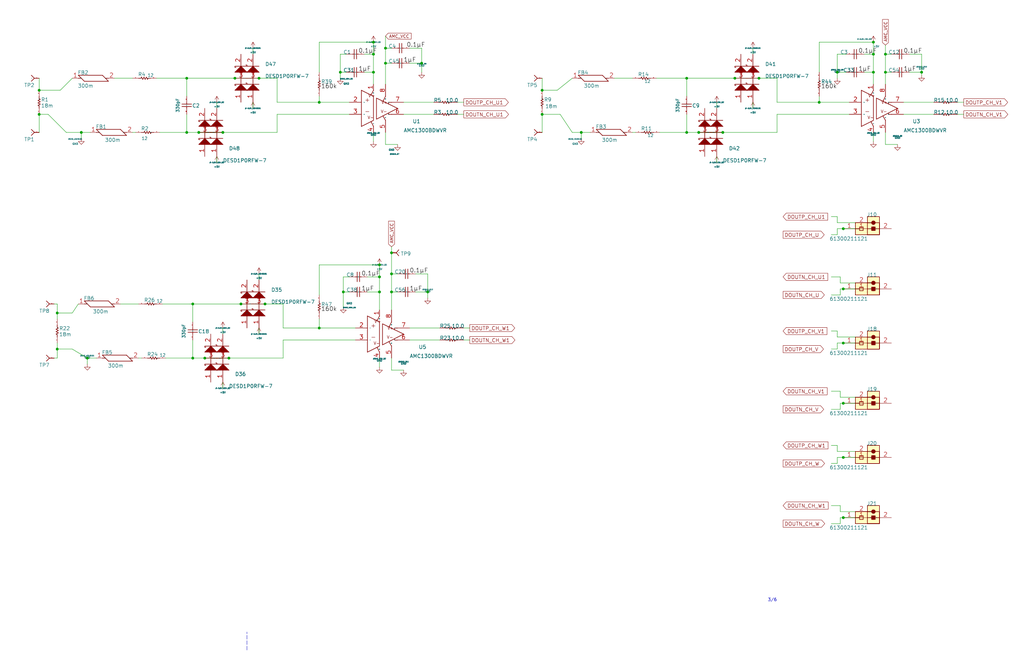
<source format=kicad_sch>
(kicad_sch (version 20210406) (generator eeschema)

  (uuid 29966c57-3d43-45d8-bee9-e0f6401f566e)

  (paper "B")

  (title_block
    (title "Pg4-Current  signal condtioning-SchDoc")
    (date "29 01 2021")
  )

  (lib_symbols
    (symbol "Pg4-Current--signal-condtioning-SchDoc-rescue:06033C104JAT2A-" (pin_names (offset 1.016)) (in_bom yes) (on_board yes)
      (property "Reference" "C" (id 0) (at -5.08 0 0)
        (effects (font (size 1.524 1.524)) (justify left bottom))
      )
      (property "Value" "06033C104JAT2A-" (id 1) (at 0 0 0)
        (effects (font (size 1.524 1.524)))
      )
      (property "Footprint" "" (id 2) (at 0 0 0)
        (effects (font (size 1.524 1.524)))
      )
      (property "Datasheet" "" (id 3) (at 0 0 0)
        (effects (font (size 1.524 1.524)))
      )
      (symbol "06033C104JAT2A-_0_1"
        (polyline
          (pts
            (xy 0 0)
            (xy 0.762 0)
          )
          (stroke (width 0.254)) (fill (type none))
        )
        (polyline
          (pts
            (xy 0.762 2.032)
            (xy 0.762 -2.032)
          )
          (stroke (width 0.254)) (fill (type none))
        )
        (polyline
          (pts
            (xy 1.778 2.032)
            (xy 1.778 -2.032)
          )
          (stroke (width 0.254)) (fill (type none))
        )
        (polyline
          (pts
            (xy 2.54 0)
            (xy 1.778 0)
          )
          (stroke (width 0.254)) (fill (type none))
        )
        (pin passive line (at 5.08 0 180) (length 2.54)
          (name "1" (effects (font (size 0.0254 0.0254))))
          (number "1" (effects (font (size 0.0254 0.0254))))
        )
        (pin passive line (at -2.54 0 0) (length 2.54)
          (name "2" (effects (font (size 0.0254 0.0254))))
          (number "2" (effects (font (size 0.0254 0.0254))))
        )
      )
    )
    (symbol "Pg4-Current--signal-condtioning-SchDoc-rescue:08055A331KAT2A-" (pin_names (offset 1.016)) (in_bom yes) (on_board yes)
      (property "Reference" "C" (id 0) (at 2.286 0.254 0)
        (effects (font (size 1.524 1.524)) (justify left bottom))
      )
      (property "Value" "08055A331KAT2A-" (id 1) (at 0 0 0)
        (effects (font (size 1.524 1.524)))
      )
      (property "Footprint" "" (id 2) (at 0 0 0)
        (effects (font (size 1.524 1.524)))
      )
      (property "Datasheet" "" (id 3) (at 0 0 0)
        (effects (font (size 1.524 1.524)))
      )
      (symbol "08055A331KAT2A-_0_1"
        (polyline
          (pts
            (xy 0 0)
            (xy 0.762 0)
          )
          (stroke (width 0.254)) (fill (type none))
        )
        (polyline
          (pts
            (xy 0.762 2.032)
            (xy 0.762 -2.032)
          )
          (stroke (width 0.254)) (fill (type none))
        )
        (polyline
          (pts
            (xy 1.778 2.032)
            (xy 1.778 -2.032)
          )
          (stroke (width 0.254)) (fill (type none))
        )
        (polyline
          (pts
            (xy 2.54 0)
            (xy 1.778 0)
          )
          (stroke (width 0.254)) (fill (type none))
        )
        (pin passive line (at 5.08 0 180) (length 2.54)
          (name "1" (effects (font (size 0.0254 0.0254))))
          (number "1" (effects (font (size 0.0254 0.0254))))
        )
        (pin passive line (at -2.54 0 0) (length 2.54)
          (name "2" (effects (font (size 0.0254 0.0254))))
          (number "2" (effects (font (size 0.0254 0.0254))))
        )
      )
    )
    (symbol "Pg4-Current--signal-condtioning-SchDoc-rescue:61300211121-" (pin_names (offset 1.016)) (in_bom yes) (on_board yes)
      (property "Reference" "J" (id 0) (at -0.254 5.08 0)
        (effects (font (size 1.524 1.524)) (justify left bottom))
      )
      (property "Value" "61300211121-" (id 1) (at -0.254 -5.08 0)
        (effects (font (size 1.524 1.524)) (justify left bottom))
      )
      (property "Footprint" "" (id 2) (at 0 0 0)
        (effects (font (size 1.524 1.524)))
      )
      (property "Datasheet" "" (id 3) (at 0 0 0)
        (effects (font (size 1.524 1.524)))
      )
      (symbol "61300211121-_0_1"
        (circle (center 2.54 -2.54) (radius 0.762) (stroke (width 0.254)) (fill (type outline)))
        (circle (center 2.54 0) (radius 0.762) (stroke (width 0.254)) (fill (type outline)))
        (rectangle (start -5.08 2.54) (end 5.08 -2.54)
          (stroke (width 0.254)) (fill (type background))
        )
        (rectangle (start -3.302 0.762) (end -1.778 -0.762)
          (stroke (width 0.254)) (fill (type background))
        )
        (rectangle (start 0 2.54) (end 5.08 -5.08)
          (stroke (width 0.254)) (fill (type background))
        )
        (rectangle (start 1.778 0.762) (end 3.302 -0.762)
          (stroke (width 0.254)) (fill (type background))
        )
        (polyline
          (pts
            (xy -5.08 0)
            (xy -3.302 0)
          )
          (stroke (width 0.254)) (fill (type none))
        )
        (polyline
          (pts
            (xy 0 -2.54)
            (xy 1.778 -2.54)
          )
          (stroke (width 0.254)) (fill (type none))
        )
        (polyline
          (pts
            (xy 0 0)
            (xy 1.778 0)
          )
          (stroke (width 0.254)) (fill (type none))
        )
        (polyline
          (pts
            (xy 5.08 0)
            (xy 3.302 0)
          )
          (stroke (width 0.254)) (fill (type none))
        )
        (pin passive line (at -10.16 0 0) (length 5.08)
          (name "1" (effects (font (size 0.0254 0.0254))))
          (number "1" (effects (font (size 1.778 1.778))))
        )
        (pin passive line (at -5.08 0 0) (length 5.08)
          (name "1" (effects (font (size 0.0254 0.0254))))
          (number "1" (effects (font (size 1.778 1.778))))
        )
        (pin passive line (at -5.08 -2.54 0) (length 5.08)
          (name "2" (effects (font (size 0.0254 0.0254))))
          (number "2" (effects (font (size 1.778 1.778))))
        )
        (pin passive line (at 10.16 0 180) (length 5.08)
          (name "2" (effects (font (size 0.0254 0.0254))))
          (number "2" (effects (font (size 1.778 1.778))))
        )
      )
    )
    (symbol "Pg4-Current--signal-condtioning-SchDoc-rescue:AMC1100DUBR-" (pin_names (offset 1.016)) (in_bom yes) (on_board yes)
      (property "Reference" "U" (id 0) (at 21.59 11.43 0)
        (effects (font (size 1.524 1.524)) (justify left bottom))
      )
      (property "Value" "AMC1100DUBR-" (id 1) (at 17.78 7.62 0)
        (effects (font (size 1.524 1.524)) (justify left bottom))
      )
      (property "Footprint" "" (id 2) (at 0 0 0)
        (effects (font (size 1.524 1.524)))
      )
      (property "Datasheet" "" (id 3) (at 0 0 0)
        (effects (font (size 1.524 1.524)))
      )
      (symbol "AMC1100DUBR-_0_1"
        (polyline
          (pts
            (xy 0 25.4)
            (xy 0 10.16)
          )
          (stroke (width 0.254)) (fill (type none))
        )
        (polyline
          (pts
            (xy 4.064 12.192)
            (xy 5.08 10.16)
          )
          (stroke (width 0.254)) (fill (type none))
        )
        (polyline
          (pts
            (xy 5.08 25.4)
            (xy 4.064 23.368)
          )
          (stroke (width 0.254)) (fill (type none))
        )
        (polyline
          (pts
            (xy 10.16 12.7)
            (xy 9.144 14.478)
          )
          (stroke (width 0.254)) (fill (type none))
        )
        (polyline
          (pts
            (xy 10.16 22.86)
            (xy 9.144 20.828)
          )
          (stroke (width 0.254)) (fill (type none))
        )
        (polyline
          (pts
            (xy 12.7 15.24)
            (xy 11.43 15.24)
            (xy 11.43 15.748)
          )
          (stroke (width 0.254)) (fill (type none))
        )
        (polyline
          (pts
            (xy 12.7 20.32)
            (xy 11.43 20.32)
            (xy 11.43 19.558)
          )
          (stroke (width 0.254)) (fill (type none))
        )
        (polyline
          (pts
            (xy 0 25.4)
            (xy 5.08 22.86)
            (xy 5.08 12.7)
            (xy 0 10.16)
          )
          (stroke (width 0.254)) (fill (type none))
        )
        (polyline
          (pts
            (xy 15.24 17.78)
            (xy 6.35 22.098)
            (xy 6.35 13.208)
            (xy 15.24 17.78)
          )
          (stroke (width 0.254)) (fill (type none))
        )
        (pin power_in line (at 5.08 27.94 270) (length 2.54)
          (name "VDD1" (effects (font (size 0.0254 0.0254))))
          (number "1" (effects (font (size 1.778 1.778))))
        )
        (pin input line (at -5.08 20.32 0) (length 5.08)
          (name "VINP" (effects (font (size 0.0254 0.0254))))
          (number "2" (effects (font (size 1.778 1.778))))
        )
        (pin input line (at -5.08 15.24 0) (length 5.08)
          (name "VINN" (effects (font (size 0.0254 0.0254))))
          (number "3" (effects (font (size 1.778 1.778))))
        )
        (pin power_in line (at 5.08 7.62 90) (length 2.54)
          (name "GND1" (effects (font (size 0.0254 0.0254))))
          (number "4" (effects (font (size 1.778 1.778))))
        )
        (pin power_in line (at 10.16 7.62 90) (length 5.08)
          (name "GND2" (effects (font (size 0.0254 0.0254))))
          (number "5" (effects (font (size 1.778 1.778))))
        )
        (pin output line (at 17.78 15.24 180) (length 5.08)
          (name "VOUTN" (effects (font (size 0.0254 0.0254))))
          (number "6" (effects (font (size 1.778 1.778))))
        )
        (pin output line (at 17.78 20.32 180) (length 5.08)
          (name "VOUTP" (effects (font (size 0.0254 0.0254))))
          (number "7" (effects (font (size 1.778 1.778))))
        )
        (pin power_in line (at 10.16 27.94 270) (length 5.08)
          (name "VDD2" (effects (font (size 0.0254 0.0254))))
          (number "8" (effects (font (size 1.778 1.778))))
        )
      )
      (symbol "AMC1100DUBR-_1_1"
        (text "+" (at 1.27 20.32 0)
          (effects (font (size 1.8288 1.8288)) (justify left bottom))
        )
        (text "-" (at 1.27 15.494 0)
          (effects (font (size 1.8288 1.8288)) (justify left bottom))
        )
        (text "V+" (at 2.794 22.352 0)
          (effects (font (size 1.3716 1.3716)) (justify left bottom))
        )
        (text "V+" (at 8.382 19.558 0)
          (effects (font (size 1.2192 1.2192)) (justify left bottom))
        )
        (text "V-" (at 2.54 13.208 0)
          (effects (font (size 1.2192 1.2192)) (justify left bottom))
        )
        (text "V-" (at 8.128 15.748 0)
          (effects (font (size 1.2192 1.2192)) (justify left bottom))
        )
      )
    )
    (symbol "Pg4-Current--signal-condtioning-SchDoc-rescue:BAV99WT1G-" (pin_names (offset 1.016)) (in_bom yes) (on_board yes)
      (property "Reference" "D" (id 0) (at 7.62 -7.62 0)
        (effects (font (size 1.524 1.524)) (justify left bottom))
      )
      (property "Value" "BAV99WT1G-" (id 1) (at 5.08 -10.16 90)
        (effects (font (size 1.524 1.524)) (justify left bottom))
      )
      (property "Footprint" "" (id 2) (at 0 0 0)
        (effects (font (size 1.524 1.524)))
      )
      (property "Datasheet" "" (id 3) (at 0 0 0)
        (effects (font (size 1.524 1.524)))
      )
      (symbol "BAV99WT1G-_0_1"
        (polyline
          (pts
            (xy -2.54 -2.54)
            (xy 2.54 -2.54)
          )
          (stroke (width 0.254)) (fill (type none))
        )
        (polyline
          (pts
            (xy -2.54 0)
            (xy -2.54 -5.08)
          )
          (stroke (width 0.254)) (fill (type none))
        )
        (polyline
          (pts
            (xy -2.54 2.54)
            (xy 2.54 2.54)
          )
          (stroke (width 0.254)) (fill (type none))
        )
        (polyline
          (pts
            (xy 0 0)
            (xy 0 -2.54)
          )
          (stroke (width 0.254)) (fill (type none))
        )
        (polyline
          (pts
            (xy 0 2.54)
            (xy 0 0)
          )
          (stroke (width 0.254)) (fill (type none))
        )
        (polyline
          (pts
            (xy 5.08 0)
            (xy 5.08 -5.08)
          )
          (stroke (width 0.254)) (fill (type none))
        )
        (polyline
          (pts
            (xy -2.032 0.508)
            (xy -2.032 0)
            (xy -2.54 0)
            (xy -2.54 5.08)
            (xy -3.048 5.08)
            (xy -3.048 4.572)
          )
          (stroke (width 0.254)) (fill (type none))
        )
        (polyline
          (pts
            (xy 5.588 0.508)
            (xy 5.588 0)
            (xy 5.08 0)
            (xy 5.08 5.08)
            (xy 4.572 5.08)
            (xy 4.572 4.572)
          )
          (stroke (width 0.254)) (fill (type none))
        )
        (polyline
          (pts
            (xy -5.08 -5.08)
            (xy -2.54 -2.54)
            (xy -5.08 0)
            (xy -5.08 -5.08)
          )
          (stroke (width 0.254)) (fill (type outline))
        )
        (polyline
          (pts
            (xy -5.08 0)
            (xy -2.54 2.54)
            (xy -5.08 5.08)
            (xy -5.08 0)
          )
          (stroke (width 0.254)) (fill (type outline))
        )
        (polyline
          (pts
            (xy 2.54 -5.08)
            (xy 5.08 -2.54)
            (xy 2.54 0)
            (xy 2.54 -5.08)
          )
          (stroke (width 0.254)) (fill (type outline))
        )
        (polyline
          (pts
            (xy 2.54 0)
            (xy 5.08 2.54)
            (xy 2.54 5.08)
            (xy 2.54 0)
          )
          (stroke (width 0.254)) (fill (type outline))
        )
        (pin passive line (at -10.16 -2.54 0) (length 5.08)
          (name "A" (effects (font (size 0.0254 0.0254))))
          (number "1" (effects (font (size 1.778 1.778))))
        )
        (pin passive line (at -10.16 2.54 0) (length 5.08)
          (name "A" (effects (font (size 0.0254 0.0254))))
          (number "1" (effects (font (size 1.778 1.778))))
        )
        (pin passive line (at 10.16 -2.54 180) (length 5.08)
          (name "K" (effects (font (size 0.0254 0.0254))))
          (number "2" (effects (font (size 1.778 1.778))))
        )
        (pin passive line (at 10.16 2.54 180) (length 5.08)
          (name "K" (effects (font (size 0.0254 0.0254))))
          (number "2" (effects (font (size 1.778 1.778))))
        )
        (pin passive line (at 0 -5.08 90) (length 5.08)
          (name "C" (effects (font (size 0.0254 0.0254))))
          (number "3" (effects (font (size 1.778 1.778))))
        )
        (pin passive line (at 0 5.08 270) (length 5.08)
          (name "C" (effects (font (size 0.0254 0.0254))))
          (number "3" (effects (font (size 1.778 1.778))))
        )
      )
    )
    (symbol "Pg4-Current--signal-condtioning-SchDoc-rescue:CRCW060310R0FKEA-" (pin_names (offset 1.016)) (in_bom yes) (on_board yes)
      (property "Reference" "R" (id 0) (at -5.08 0 0)
        (effects (font (size 1.524 1.524)) (justify left bottom))
      )
      (property "Value" "CRCW060310R0FKEA-" (id 1) (at 0 0 0)
        (effects (font (size 1.524 1.524)))
      )
      (property "Footprint" "" (id 2) (at 0 0 0)
        (effects (font (size 1.524 1.524)))
      )
      (property "Datasheet" "" (id 3) (at 0 0 0)
        (effects (font (size 1.524 1.524)))
      )
      (symbol "CRCW060310R0FKEA-_0_1"
        (polyline
          (pts
            (xy 2.54 0)
            (xy 1.524 0)
            (xy 1.27 -0.508)
            (xy 0.762 0.508)
            (xy 0.254 -0.508)
            (xy -0.254 0.508)
            (xy -0.762 -0.508)
            (xy -1.27 0.508)
            (xy -1.524 0)
            (xy -2.54 0)
          )
          (stroke (width 0.254)) (fill (type none))
        )
        (pin passive line (at -5.08 0 0) (length 2.54)
          (name "1" (effects (font (size 0.0254 0.0254))))
          (number "1" (effects (font (size 0.0254 0.0254))))
        )
        (pin passive line (at 5.08 0 180) (length 2.54)
          (name "2" (effects (font (size 0.0254 0.0254))))
          (number "2" (effects (font (size 0.0254 0.0254))))
        )
      )
    )
    (symbol "Pg4-Current--signal-condtioning-SchDoc-rescue:CRCW0603160KFKEA-" (pin_names (offset 1.016)) (in_bom yes) (on_board yes)
      (property "Reference" "R" (id 0) (at 0.762 0.254 0)
        (effects (font (size 1.524 1.524)) (justify left bottom))
      )
      (property "Value" "CRCW0603160KFKEA-" (id 1) (at 0 0 0)
        (effects (font (size 1.524 1.524)))
      )
      (property "Footprint" "" (id 2) (at 0 0 0)
        (effects (font (size 1.524 1.524)))
      )
      (property "Datasheet" "" (id 3) (at 0 0 0)
        (effects (font (size 1.524 1.524)))
      )
      (symbol "CRCW0603160KFKEA-_0_1"
        (polyline
          (pts
            (xy 2.54 0)
            (xy 1.524 0)
            (xy 1.27 -0.508)
            (xy 0.762 0.508)
            (xy 0.254 -0.508)
            (xy -0.254 0.508)
            (xy -0.762 -0.508)
            (xy -1.27 0.508)
            (xy -1.524 0)
            (xy -2.54 0)
          )
          (stroke (width 0.254)) (fill (type none))
        )
        (pin passive line (at -5.08 0 0) (length 2.54)
          (name "1" (effects (font (size 0.0254 0.0254))))
          (number "1" (effects (font (size 0.0254 0.0254))))
        )
        (pin passive line (at 5.08 0 180) (length 2.54)
          (name "2" (effects (font (size 0.0254 0.0254))))
          (number "2" (effects (font (size 0.0254 0.0254))))
        )
      )
    )
    (symbol "Pg4-Current--signal-condtioning-SchDoc-rescue:GRM188R71C105KA12D-" (pin_names (offset 1.016)) (in_bom yes) (on_board yes)
      (property "Reference" "C" (id 0) (at -6.35 0 0)
        (effects (font (size 1.524 1.524)) (justify left bottom))
      )
      (property "Value" "GRM188R71C105KA12D-" (id 1) (at 0 0 0)
        (effects (font (size 1.524 1.524)))
      )
      (property "Footprint" "" (id 2) (at 0 0 0)
        (effects (font (size 1.524 1.524)))
      )
      (property "Datasheet" "" (id 3) (at 0 0 0)
        (effects (font (size 1.524 1.524)))
      )
      (symbol "GRM188R71C105KA12D-_0_1"
        (polyline
          (pts
            (xy 0 0)
            (xy 0.762 0)
          )
          (stroke (width 0.254)) (fill (type none))
        )
        (polyline
          (pts
            (xy 0.762 2.032)
            (xy 0.762 -2.032)
          )
          (stroke (width 0.254)) (fill (type none))
        )
        (polyline
          (pts
            (xy 1.778 2.032)
            (xy 1.778 -2.032)
          )
          (stroke (width 0.254)) (fill (type none))
        )
        (polyline
          (pts
            (xy 2.54 0)
            (xy 1.778 0)
          )
          (stroke (width 0.254)) (fill (type none))
        )
        (pin passive line (at 5.08 0 180) (length 2.54)
          (name "1" (effects (font (size 0.0254 0.0254))))
          (number "1" (effects (font (size 0.0254 0.0254))))
        )
        (pin passive line (at -2.54 0 0) (length 2.54)
          (name "2" (effects (font (size 0.0254 0.0254))))
          (number "2" (effects (font (size 0.0254 0.0254))))
        )
      )
    )
    (symbol "Pg4-Current--signal-condtioning-SchDoc-rescue:MMZ1608B102C-" (pin_names (offset 1.016)) (in_bom yes) (on_board yes)
      (property "Reference" "FB" (id 0) (at -0.254 -1.016 0)
        (effects (font (size 1.524 1.524)) (justify left bottom))
      )
      (property "Value" "MMZ1608B102C-" (id 1) (at -0.254 -6.604 0)
        (effects (font (size 1.524 1.524)) (justify left bottom))
      )
      (property "Footprint" "" (id 2) (at 0 0 0)
        (effects (font (size 1.524 1.524)))
      )
      (property "Datasheet" "" (id 3) (at 0 0 0)
        (effects (font (size 1.524 1.524)))
      )
      (symbol "MMZ1608B102C-_0_1"
        (polyline
          (pts
            (xy 0 -2.54)
            (xy 1.27 -2.54)
          )
          (stroke (width 0.254)) (fill (type none))
        )
        (polyline
          (pts
            (xy 0 -1.27)
            (xy 2.54 -3.81)
          )
          (stroke (width 0.254)) (fill (type none))
        )
        (polyline
          (pts
            (xy 2.54 -3.81)
            (xy 12.7 -3.81)
          )
          (stroke (width 0.254)) (fill (type none))
        )
        (polyline
          (pts
            (xy 10.16 -1.27)
            (xy 0 -1.27)
          )
          (stroke (width 0.254)) (fill (type none))
        )
        (polyline
          (pts
            (xy 10.16 -1.27)
            (xy 12.7 -3.81)
          )
          (stroke (width 0.254)) (fill (type none))
        )
        (polyline
          (pts
            (xy 12.7 -2.54)
            (xy 11.43 -2.54)
          )
          (stroke (width 0.254)) (fill (type none))
        )
        (pin passive line (at -2.54 -2.54 0) (length 2.54)
          (name "1" (effects (font (size 0.0254 0.0254))))
          (number "1" (effects (font (size 1.778 1.778))))
        )
        (pin passive line (at 15.24 -2.54 180) (length 2.54)
          (name "2" (effects (font (size 0.0254 0.0254))))
          (number "2" (effects (font (size 1.778 1.778))))
        )
      )
    )
    (symbol "Pg4-Current--signal-condtioning-SchDoc-rescue:RC0603FR-0712RL-" (pin_names (offset 1.016)) (in_bom yes) (on_board yes)
      (property "Reference" "R" (id 0) (at -2.794 0.762 0)
        (effects (font (size 1.524 1.524)) (justify left bottom))
      )
      (property "Value" "RC0603FR-0712RL-" (id 1) (at 0 0 0)
        (effects (font (size 1.524 1.524)))
      )
      (property "Footprint" "" (id 2) (at 0 0 0)
        (effects (font (size 1.524 1.524)))
      )
      (property "Datasheet" "" (id 3) (at 0 0 0)
        (effects (font (size 1.524 1.524)))
      )
      (symbol "RC0603FR-0712RL-_0_1"
        (polyline
          (pts
            (xy 2.54 0)
            (xy 1.524 0)
            (xy 1.27 -0.508)
            (xy 0.762 0.508)
            (xy 0.254 -0.508)
            (xy -0.254 0.508)
            (xy -0.762 -0.508)
            (xy -1.27 0.508)
            (xy -1.524 0)
            (xy -2.54 0)
          )
          (stroke (width 0.254)) (fill (type none))
        )
        (pin passive line (at -5.08 0 0) (length 2.54)
          (name "1" (effects (font (size 0.0254 0.0254))))
          (number "1" (effects (font (size 0.0254 0.0254))))
        )
        (pin passive line (at 5.08 0 180) (length 2.54)
          (name "2" (effects (font (size 0.0254 0.0254))))
          (number "2" (effects (font (size 0.0254 0.0254))))
        )
      )
    )
    (symbol "Pg4-Current--signal-condtioning-SchDoc-rescue:TP-040_RND-" (pin_names (offset 1.016)) (in_bom yes) (on_board yes)
      (property "Reference" "TP" (id 0) (at 3.81 -1.27 0)
        (effects (font (size 1.524 1.524)) (justify left bottom))
      )
      (property "Value" "TP-040_RND-" (id 1) (at 0 0 0)
        (effects (font (size 1.524 1.524)))
      )
      (property "Footprint" "" (id 2) (at 0 0 0)
        (effects (font (size 1.524 1.524)))
      )
      (property "Datasheet" "" (id 3) (at 0 0 0)
        (effects (font (size 1.524 1.524)))
      )
      (symbol "TP-040_RND-_0_1"
        (polyline
          (pts
            (xy 0 0)
            (xy 0 2.032)
          )
          (stroke (width 0.254)) (fill (type none))
        )
        (polyline
          (pts
            (xy 0 2.032)
            (xy -1.27 3.048)
          )
          (stroke (width 0.254)) (fill (type none))
        )
        (polyline
          (pts
            (xy 0 2.032)
            (xy 1.27 3.048)
          )
          (stroke (width 0.254)) (fill (type none))
        )
        (pin passive line (at 0 0 90) (length 2.032)
          (name "1" (effects (font (size 0.0254 0.0254))))
          (number "1" (effects (font (size 0.0254 0.0254))))
        )
      )
    )
    (symbol "Pg4-Current--signal-condtioning-SchDoc-rescue:TP-5001-BLACK-" (pin_names (offset 1.016)) (in_bom yes) (on_board yes)
      (property "Reference" "TP" (id 0) (at -6.35 -3.81 0)
        (effects (font (size 1.524 1.524)) (justify left bottom))
      )
      (property "Value" "TP-5001-BLACK-" (id 1) (at 0 0 0)
        (effects (font (size 1.524 1.524)))
      )
      (property "Footprint" "" (id 2) (at 0 0 0)
        (effects (font (size 1.524 1.524)))
      )
      (property "Datasheet" "" (id 3) (at 0 0 0)
        (effects (font (size 1.524 1.524)))
      )
      (symbol "TP-5001-BLACK-_0_1"
        (polyline
          (pts
            (xy 0 0)
            (xy 0 2.032)
          )
          (stroke (width 0.254)) (fill (type none))
        )
        (polyline
          (pts
            (xy 0 2.032)
            (xy -1.27 3.302)
          )
          (stroke (width 0.254)) (fill (type none))
        )
        (polyline
          (pts
            (xy 0 2.032)
            (xy 1.27 3.302)
          )
          (stroke (width 0.254)) (fill (type none))
        )
        (pin passive line (at 0 0 90) (length 2.032)
          (name "1" (effects (font (size 0.0254 0.0254))))
          (number "1" (effects (font (size 0.0254 0.0254))))
        )
      )
    )
    (symbol "Pg4-Current--signal-condtioning-SchDoc-rescue:WSLP39213L000FEB-" (pin_names (offset 1.016)) (in_bom yes) (on_board yes)
      (property "Reference" "R" (id 0) (at 0.762 0.254 0)
        (effects (font (size 1.524 1.524)) (justify left bottom))
      )
      (property "Value" "WSLP39213L000FEB-" (id 1) (at 0.762 -2.286 90)
        (effects (font (size 1.524 1.524)) (justify left bottom))
      )
      (property "Footprint" "" (id 2) (at 0 0 0)
        (effects (font (size 1.524 1.524)))
      )
      (property "Datasheet" "" (id 3) (at 0 0 0)
        (effects (font (size 1.524 1.524)))
      )
      (symbol "WSLP39213L000FEB-_0_1"
        (polyline
          (pts
            (xy 2.54 0)
            (xy 1.524 0)
            (xy 1.27 -0.508)
            (xy 0.762 0.508)
            (xy 0.254 -0.508)
            (xy -0.254 0.508)
            (xy -0.762 -0.508)
            (xy -1.27 0.508)
            (xy -1.524 0)
            (xy -2.54 0)
          )
          (stroke (width 0.254)) (fill (type none))
        )
        (pin passive line (at -5.08 0 0) (length 2.54)
          (name "1" (effects (font (size 0.0254 0.0254))))
          (number "1" (effects (font (size 0.0254 0.0254))))
        )
        (pin passive line (at 5.08 0 180) (length 2.54)
          (name "2" (effects (font (size 0.0254 0.0254))))
          (number "2" (effects (font (size 0.0254 0.0254))))
        )
      )
    )
    (symbol "power:+5V" (power) (pin_names (offset 0)) (in_bom yes) (on_board yes)
      (property "Reference" "#PWR" (id 0) (at 0 -3.81 0)
        (effects (font (size 1.27 1.27)) hide)
      )
      (property "Value" "+5V" (id 1) (at 0 3.556 0)
        (effects (font (size 1.27 1.27)))
      )
      (property "Footprint" "" (id 2) (at 0 0 0)
        (effects (font (size 1.27 1.27)) hide)
      )
      (property "Datasheet" "" (id 3) (at 0 0 0)
        (effects (font (size 1.27 1.27)) hide)
      )
      (property "ki_keywords" "power-flag" (id 4) (at 0 0 0)
        (effects (font (size 1.27 1.27)) hide)
      )
      (property "ki_description" "Power symbol creates a global label with name \"+5V\"" (id 5) (at 0 0 0)
        (effects (font (size 1.27 1.27)) hide)
      )
      (symbol "+5V_0_1"
        (polyline
          (pts
            (xy -0.762 1.27)
            (xy 0 2.54)
          )
          (stroke (width 0)) (fill (type none))
        )
        (polyline
          (pts
            (xy 0 0)
            (xy 0 2.54)
          )
          (stroke (width 0)) (fill (type none))
        )
        (polyline
          (pts
            (xy 0 2.54)
            (xy 0.762 1.27)
          )
          (stroke (width 0)) (fill (type none))
        )
      )
      (symbol "+5V_1_1"
        (pin power_in line (at 0 0 90) (length 0) hide
          (name "+5V" (effects (font (size 1.27 1.27))))
          (number "1" (effects (font (size 1.27 1.27))))
        )
      )
    )
    (symbol "power:GND" (power) (pin_names (offset 0)) (in_bom yes) (on_board yes)
      (property "Reference" "#PWR" (id 0) (at 0 -6.35 0)
        (effects (font (size 1.27 1.27)) hide)
      )
      (property "Value" "GND" (id 1) (at 0 -3.81 0)
        (effects (font (size 1.27 1.27)))
      )
      (property "Footprint" "" (id 2) (at 0 0 0)
        (effects (font (size 1.27 1.27)) hide)
      )
      (property "Datasheet" "" (id 3) (at 0 0 0)
        (effects (font (size 1.27 1.27)) hide)
      )
      (property "ki_keywords" "power-flag" (id 4) (at 0 0 0)
        (effects (font (size 1.27 1.27)) hide)
      )
      (property "ki_description" "Power symbol creates a global label with name \"GND\" , ground" (id 5) (at 0 0 0)
        (effects (font (size 1.27 1.27)) hide)
      )
      (symbol "GND_0_1"
        (polyline
          (pts
            (xy 0 0)
            (xy 0 -1.27)
            (xy 1.27 -1.27)
            (xy 0 -2.54)
            (xy -1.27 -1.27)
            (xy 0 -1.27)
          )
          (stroke (width 0)) (fill (type none))
        )
      )
      (symbol "GND_1_1"
        (pin power_in line (at 0 0 270) (length 0) hide
          (name "GND" (effects (font (size 1.27 1.27))))
          (number "1" (effects (font (size 1.27 1.27))))
        )
      )
    )
  )

  (junction (at 16.51 38.1) (diameter 1.016) (color 0 0 0 0))
  (junction (at 16.51 48.26) (diameter 1.016) (color 0 0 0 0))
  (junction (at 24.13 132.08) (diameter 1.016) (color 0 0 0 0))
  (junction (at 24.13 147.32) (diameter 1.016) (color 0 0 0 0))
  (junction (at 34.29 55.88) (diameter 1.016) (color 0 0 0 0))
  (junction (at 36.83 151.13) (diameter 1.016) (color 0 0 0 0))
  (junction (at 78.74 33.02) (diameter 1.016) (color 0 0 0 0))
  (junction (at 78.74 55.88) (diameter 1.016) (color 0 0 0 0))
  (junction (at 81.28 128.27) (diameter 1.016) (color 0 0 0 0))
  (junction (at 81.28 151.13) (diameter 1.016) (color 0 0 0 0))
  (junction (at 83.82 55.88) (diameter 1.016) (color 0 0 0 0))
  (junction (at 86.36 151.13) (diameter 1.016) (color 0 0 0 0))
  (junction (at 93.98 55.88) (diameter 1.016) (color 0 0 0 0))
  (junction (at 96.52 151.13) (diameter 1.016) (color 0 0 0 0))
  (junction (at 99.06 33.02) (diameter 1.016) (color 0 0 0 0))
  (junction (at 101.6 128.27) (diameter 1.016) (color 0 0 0 0))
  (junction (at 109.22 33.02) (diameter 1.016) (color 0 0 0 0))
  (junction (at 111.76 128.27) (diameter 1.016) (color 0 0 0 0))
  (junction (at 134.62 43.18) (diameter 1.016) (color 0 0 0 0))
  (junction (at 134.62 138.43) (diameter 1.016) (color 0 0 0 0))
  (junction (at 143.51 30.48) (diameter 1.016) (color 0 0 0 0))
  (junction (at 144.78 123.19) (diameter 1.016) (color 0 0 0 0))
  (junction (at 157.48 17.78) (diameter 1.016) (color 0 0 0 0))
  (junction (at 157.48 22.86) (diameter 1.016) (color 0 0 0 0))
  (junction (at 157.48 30.48) (diameter 1.016) (color 0 0 0 0))
  (junction (at 160.02 111.76) (diameter 1.016) (color 0 0 0 0))
  (junction (at 160.02 116.84) (diameter 1.016) (color 0 0 0 0))
  (junction (at 160.02 123.19) (diameter 1.016) (color 0 0 0 0))
  (junction (at 162.56 20.32) (diameter 1.016) (color 0 0 0 0))
  (junction (at 162.56 26.67) (diameter 1.016) (color 0 0 0 0))
  (junction (at 165.1 106.68) (diameter 1.016) (color 0 0 0 0))
  (junction (at 165.1 115.57) (diameter 1.016) (color 0 0 0 0))
  (junction (at 165.1 123.19) (diameter 1.016) (color 0 0 0 0))
  (junction (at 177.8 26.67) (diameter 1.016) (color 0 0 0 0))
  (junction (at 180.34 123.19) (diameter 1.016) (color 0 0 0 0))
  (junction (at 228.6 38.1) (diameter 1.016) (color 0 0 0 0))
  (junction (at 228.6 48.26) (diameter 1.016) (color 0 0 0 0))
  (junction (at 245.11 55.88) (diameter 1.016) (color 0 0 0 0))
  (junction (at 289.56 33.02) (diameter 1.016) (color 0 0 0 0))
  (junction (at 289.56 55.88) (diameter 1.016) (color 0 0 0 0))
  (junction (at 294.64 55.88) (diameter 1.016) (color 0 0 0 0))
  (junction (at 304.8 55.88) (diameter 1.016) (color 0 0 0 0))
  (junction (at 309.88 33.02) (diameter 1.016) (color 0 0 0 0))
  (junction (at 320.04 33.02) (diameter 1.016) (color 0 0 0 0))
  (junction (at 345.44 43.18) (diameter 1.016) (color 0 0 0 0))
  (junction (at 353.06 30.48) (diameter 1.016) (color 0 0 0 0))
  (junction (at 355.6 96.52) (diameter 1.016) (color 0 0 0 0))
  (junction (at 355.6 121.92) (diameter 1.016) (color 0 0 0 0))
  (junction (at 355.6 144.78) (diameter 1.016) (color 0 0 0 0))
  (junction (at 355.6 170.18) (diameter 1.016) (color 0 0 0 0))
  (junction (at 355.6 193.04) (diameter 1.016) (color 0 0 0 0))
  (junction (at 355.6 218.44) (diameter 1.016) (color 0 0 0 0))
  (junction (at 368.3 17.78) (diameter 1.016) (color 0 0 0 0))
  (junction (at 368.3 22.86) (diameter 1.016) (color 0 0 0 0))
  (junction (at 368.3 30.48) (diameter 1.016) (color 0 0 0 0))
  (junction (at 373.38 22.86) (diameter 1.016) (color 0 0 0 0))
  (junction (at 373.38 30.48) (diameter 1.016) (color 0 0 0 0))
  (junction (at 388.62 30.48) (diameter 1.016) (color 0 0 0 0))

  (wire (pts (xy 16.51 38.1) (xy 16.51 33.02))
    (stroke (width 0) (type solid) (color 0 0 0 0))
    (uuid a5f86b37-fb8c-4ef3-bf1d-cd781f606968)
  )
  (wire (pts (xy 16.51 48.26) (xy 20.32 48.26))
    (stroke (width 0) (type solid) (color 0 0 0 0))
    (uuid e04ba962-624c-4888-a338-1ff0ceb68e24)
  )
  (wire (pts (xy 16.51 55.88) (xy 16.51 48.26))
    (stroke (width 0) (type solid) (color 0 0 0 0))
    (uuid 4740aa4f-4152-431e-b971-7a70da36a4e7)
  )
  (wire (pts (xy 20.32 48.26) (xy 27.94 55.88))
    (stroke (width 0) (type solid) (color 0 0 0 0))
    (uuid e546701b-b15d-4879-8bde-b609d00f073c)
  )
  (wire (pts (xy 24.13 128.27) (xy 22.86 128.27))
    (stroke (width 0) (type solid) (color 0 0 0 0))
    (uuid cef6470b-6a80-4db1-bf1b-17e0e9b6a547)
  )
  (wire (pts (xy 24.13 132.08) (xy 24.13 128.27))
    (stroke (width 0) (type solid) (color 0 0 0 0))
    (uuid 17aa9750-2824-4436-a054-4d4688ff103c)
  )
  (wire (pts (xy 24.13 132.08) (xy 30.48 132.08))
    (stroke (width 0) (type solid) (color 0 0 0 0))
    (uuid a337954f-5e76-4391-8534-574583edb9f3)
  )
  (wire (pts (xy 24.13 134.62) (xy 24.13 132.08))
    (stroke (width 0) (type solid) (color 0 0 0 0))
    (uuid 0dfd7253-3cf8-4e83-a9d3-1379d370c9c5)
  )
  (wire (pts (xy 24.13 144.78) (xy 24.13 147.32))
    (stroke (width 0) (type solid) (color 0 0 0 0))
    (uuid d7950a4b-b3c1-4ac2-b6dc-bc26bbbacd2d)
  )
  (wire (pts (xy 24.13 147.32) (xy 24.13 151.13))
    (stroke (width 0) (type solid) (color 0 0 0 0))
    (uuid 5a7dc00c-1a11-41b4-9ce6-3e12f7628f68)
  )
  (wire (pts (xy 24.13 147.32) (xy 30.48 147.32))
    (stroke (width 0) (type solid) (color 0 0 0 0))
    (uuid 27eed261-e05f-4b6f-9bd5-a77398fadbfb)
  )
  (wire (pts (xy 24.13 151.13) (xy 22.86 151.13))
    (stroke (width 0) (type solid) (color 0 0 0 0))
    (uuid c4070b92-cd82-4d80-9373-3d760186ce25)
  )
  (wire (pts (xy 25.4 38.1) (xy 16.51 38.1))
    (stroke (width 0) (type solid) (color 0 0 0 0))
    (uuid c923a537-122f-4426-b712-52813a69d47a)
  )
  (wire (pts (xy 27.94 55.88) (xy 34.29 55.88))
    (stroke (width 0) (type solid) (color 0 0 0 0))
    (uuid 082c3ca5-f870-4477-9044-d4c5aaa9d31d)
  )
  (wire (pts (xy 30.48 33.02) (xy 25.4 38.1))
    (stroke (width 0) (type solid) (color 0 0 0 0))
    (uuid 69c4c20b-4426-42fb-9231-74720e3537cf)
  )
  (wire (pts (xy 30.48 132.08) (xy 33.02 128.27))
    (stroke (width 0) (type solid) (color 0 0 0 0))
    (uuid 055cfcee-3096-4eae-88a0-a8d7a6d2fd84)
  )
  (wire (pts (xy 30.48 147.32) (xy 36.83 151.13))
    (stroke (width 0) (type solid) (color 0 0 0 0))
    (uuid d82d3760-8244-4d62-847e-97cf508843a1)
  )
  (wire (pts (xy 34.29 55.88) (xy 38.1 55.88))
    (stroke (width 0) (type solid) (color 0 0 0 0))
    (uuid f31bf4e0-329b-4e1e-be2b-bfcd65b6e2c3)
  )
  (wire (pts (xy 34.29 58.42) (xy 34.29 55.88))
    (stroke (width 0) (type solid) (color 0 0 0 0))
    (uuid 0f28acb3-549a-462d-80e4-24f60e8c8fc1)
  )
  (wire (pts (xy 36.83 151.13) (xy 40.64 151.13))
    (stroke (width 0) (type solid) (color 0 0 0 0))
    (uuid a9e76631-6309-4c02-9680-00b15cc2cbe9)
  )
  (wire (pts (xy 36.83 153.67) (xy 36.83 151.13))
    (stroke (width 0) (type solid) (color 0 0 0 0))
    (uuid 5fbe60a3-fa4b-481e-a893-317ea9c6dab7)
  )
  (wire (pts (xy 48.26 33.02) (xy 55.88 33.02))
    (stroke (width 0) (type solid) (color 0 0 0 0))
    (uuid f4e464b8-8b52-4a46-8df1-084a3f13801c)
  )
  (wire (pts (xy 50.8 128.27) (xy 58.42 128.27))
    (stroke (width 0) (type solid) (color 0 0 0 0))
    (uuid 7da4a95f-6edc-4876-87f1-2169c2a8ebff)
  )
  (wire (pts (xy 57.15 55.88) (xy 55.88 55.88))
    (stroke (width 0) (type solid) (color 0 0 0 0))
    (uuid c10f9958-a645-4798-a814-035c48b47e50)
  )
  (wire (pts (xy 59.69 151.13) (xy 58.42 151.13))
    (stroke (width 0) (type solid) (color 0 0 0 0))
    (uuid c7d4a110-72f1-41b3-a9ed-a673a42041b3)
  )
  (wire (pts (xy 66.04 33.02) (xy 78.74 33.02))
    (stroke (width 0) (type solid) (color 0 0 0 0))
    (uuid 1bbeb1ec-a1e3-40c1-b0e4-cef745f86910)
  )
  (wire (pts (xy 67.31 55.88) (xy 78.74 55.88))
    (stroke (width 0) (type solid) (color 0 0 0 0))
    (uuid 3e050801-8df7-4403-bb26-66015cc9c828)
  )
  (wire (pts (xy 68.58 128.27) (xy 81.28 128.27))
    (stroke (width 0) (type solid) (color 0 0 0 0))
    (uuid 7603b518-9ed1-4a32-955e-fa0ac982e34c)
  )
  (wire (pts (xy 69.85 151.13) (xy 81.28 151.13))
    (stroke (width 0) (type solid) (color 0 0 0 0))
    (uuid c9a1dc67-db2d-4787-b0c0-4dd889b89447)
  )
  (wire (pts (xy 78.74 40.64) (xy 78.74 33.02))
    (stroke (width 0) (type solid) (color 0 0 0 0))
    (uuid b80a586b-84f7-4e3c-9e58-c690df889e2b)
  )
  (wire (pts (xy 78.74 48.26) (xy 78.74 55.88))
    (stroke (width 0) (type solid) (color 0 0 0 0))
    (uuid c0445d8c-ba91-4b2e-8435-e7d3ae65bf37)
  )
  (wire (pts (xy 81.28 135.89) (xy 81.28 128.27))
    (stroke (width 0) (type solid) (color 0 0 0 0))
    (uuid 9a840c47-d442-4c4d-ac07-faac4b4e49d6)
  )
  (wire (pts (xy 81.28 143.51) (xy 81.28 151.13))
    (stroke (width 0) (type solid) (color 0 0 0 0))
    (uuid 5f002ca6-f2aa-43bc-a256-f4366f3619ff)
  )
  (wire (pts (xy 83.82 55.88) (xy 78.74 55.88))
    (stroke (width 0) (type solid) (color 0 0 0 0))
    (uuid 5cba7528-3e6b-463b-9aac-c7a465e4c477)
  )
  (wire (pts (xy 86.36 151.13) (xy 81.28 151.13))
    (stroke (width 0) (type solid) (color 0 0 0 0))
    (uuid 19a52fad-5e1c-4d7d-b02e-85c78e8b5e5b)
  )
  (wire (pts (xy 91.44 45.72) (xy 91.44 43.18))
    (stroke (width 0) (type solid) (color 0 0 0 0))
    (uuid 4bff2459-7e37-425a-8e42-af342a4a87ea)
  )
  (wire (pts (xy 91.44 66.04) (xy 91.44 68.58))
    (stroke (width 0) (type solid) (color 0 0 0 0))
    (uuid 050f21e4-6c29-4072-8264-3207527438d8)
  )
  (wire (pts (xy 93.98 55.88) (xy 83.82 55.88))
    (stroke (width 0) (type solid) (color 0 0 0 0))
    (uuid 26967349-e5ee-4b04-b73d-7ef1543988cb)
  )
  (wire (pts (xy 93.98 140.97) (xy 93.98 138.43))
    (stroke (width 0) (type solid) (color 0 0 0 0))
    (uuid 11a5beca-f535-47d0-bbfe-e5d431b358c5)
  )
  (wire (pts (xy 93.98 161.29) (xy 93.98 163.83))
    (stroke (width 0) (type solid) (color 0 0 0 0))
    (uuid 3819ad6a-8d07-49d1-bd85-c3569e50bb08)
  )
  (wire (pts (xy 96.52 151.13) (xy 86.36 151.13))
    (stroke (width 0) (type solid) (color 0 0 0 0))
    (uuid a8f9633b-ebe0-4019-b463-2297a34d1b75)
  )
  (wire (pts (xy 99.06 33.02) (xy 78.74 33.02))
    (stroke (width 0) (type solid) (color 0 0 0 0))
    (uuid 0bc9b50b-5367-466e-b7c4-a59a7fc2d92d)
  )
  (wire (pts (xy 101.6 128.27) (xy 81.28 128.27))
    (stroke (width 0) (type solid) (color 0 0 0 0))
    (uuid adf8e5a8-8162-4eb1-8260-ef4597d96b70)
  )
  (wire (pts (xy 106.68 22.86) (xy 106.68 20.32))
    (stroke (width 0) (type solid) (color 0 0 0 0))
    (uuid e3f81ad1-ce5f-47ff-9c8d-3dedadd1cd28)
  )
  (wire (pts (xy 106.68 43.18) (xy 106.68 45.72))
    (stroke (width 0) (type solid) (color 0 0 0 0))
    (uuid 32050861-ceac-4d54-98cb-c00a40308d11)
  )
  (wire (pts (xy 109.22 33.02) (xy 99.06 33.02))
    (stroke (width 0) (type solid) (color 0 0 0 0))
    (uuid 2c8a861e-f12c-4826-8bcd-5d90f9de1ea6)
  )
  (wire (pts (xy 109.22 118.11) (xy 109.22 115.57))
    (stroke (width 0) (type solid) (color 0 0 0 0))
    (uuid c95d4091-331d-44a3-896e-2c8c8ed60030)
  )
  (wire (pts (xy 109.22 138.43) (xy 109.22 140.97))
    (stroke (width 0) (type solid) (color 0 0 0 0))
    (uuid 38c207c1-c9f9-4466-afd2-b8daa3ae23ff)
  )
  (wire (pts (xy 111.76 128.27) (xy 101.6 128.27))
    (stroke (width 0) (type solid) (color 0 0 0 0))
    (uuid c4297975-ab1c-47f1-947c-256c5eb120c1)
  )
  (wire (pts (xy 116.84 33.02) (xy 109.22 33.02))
    (stroke (width 0) (type solid) (color 0 0 0 0))
    (uuid 2c8a861e-f12c-4826-8bcd-5d90f9de1ea6)
  )
  (wire (pts (xy 116.84 43.18) (xy 116.84 33.02))
    (stroke (width 0) (type solid) (color 0 0 0 0))
    (uuid 11f32e55-bb5d-4f32-8581-3a4f5503d09a)
  )
  (wire (pts (xy 116.84 48.26) (xy 116.84 55.88))
    (stroke (width 0) (type solid) (color 0 0 0 0))
    (uuid e7a60173-de05-44b4-b4e9-adc7750a1349)
  )
  (wire (pts (xy 116.84 55.88) (xy 93.98 55.88))
    (stroke (width 0) (type solid) (color 0 0 0 0))
    (uuid 26967349-e5ee-4b04-b73d-7ef1543988cb)
  )
  (wire (pts (xy 119.38 128.27) (xy 111.76 128.27))
    (stroke (width 0) (type solid) (color 0 0 0 0))
    (uuid c4297975-ab1c-47f1-947c-256c5eb120c1)
  )
  (wire (pts (xy 119.38 138.43) (xy 119.38 128.27))
    (stroke (width 0) (type solid) (color 0 0 0 0))
    (uuid 0bd651d6-1c80-4ef0-92db-3fb59393aa3f)
  )
  (wire (pts (xy 119.38 143.51) (xy 119.38 151.13))
    (stroke (width 0) (type solid) (color 0 0 0 0))
    (uuid 8829aaca-9597-46af-b621-f0a0fc989065)
  )
  (wire (pts (xy 119.38 151.13) (xy 96.52 151.13))
    (stroke (width 0) (type solid) (color 0 0 0 0))
    (uuid a8f9633b-ebe0-4019-b463-2297a34d1b75)
  )
  (wire (pts (xy 134.62 17.78) (xy 134.62 30.48))
    (stroke (width 0) (type solid) (color 0 0 0 0))
    (uuid c5e54dfc-9772-4021-bd56-5a27c4dc3672)
  )
  (wire (pts (xy 134.62 43.18) (xy 116.84 43.18))
    (stroke (width 0) (type solid) (color 0 0 0 0))
    (uuid 38905598-6a6e-4e04-8b9f-0b6f7fab3f7e)
  )
  (wire (pts (xy 134.62 43.18) (xy 134.62 40.64))
    (stroke (width 0) (type solid) (color 0 0 0 0))
    (uuid b9fec5c5-5599-4777-b588-80f6e58f6d4a)
  )
  (wire (pts (xy 134.62 111.76) (xy 134.62 124.46))
    (stroke (width 0) (type solid) (color 0 0 0 0))
    (uuid 6b526d3a-f41a-435e-b9b3-c0ac6051a9db)
  )
  (wire (pts (xy 134.62 138.43) (xy 119.38 138.43))
    (stroke (width 0) (type solid) (color 0 0 0 0))
    (uuid eff674b7-9528-4a60-830e-5678c6202558)
  )
  (wire (pts (xy 134.62 138.43) (xy 134.62 134.62))
    (stroke (width 0) (type solid) (color 0 0 0 0))
    (uuid 6b80be8b-73bb-4b51-b0de-8f4c3991c87c)
  )
  (wire (pts (xy 143.51 22.86) (xy 146.05 22.86))
    (stroke (width 0) (type solid) (color 0 0 0 0))
    (uuid 04819624-a51f-4ee5-a6b3-3a549c64c0f3)
  )
  (wire (pts (xy 143.51 30.48) (xy 143.51 22.86))
    (stroke (width 0) (type solid) (color 0 0 0 0))
    (uuid 9c098b80-ece2-49a5-8e18-ebb6c9a87917)
  )
  (wire (pts (xy 143.51 30.48) (xy 146.05 30.48))
    (stroke (width 0) (type solid) (color 0 0 0 0))
    (uuid b70d3c51-c924-4d17-ac9f-d983611445c8)
  )
  (wire (pts (xy 143.51 33.02) (xy 143.51 30.48))
    (stroke (width 0) (type solid) (color 0 0 0 0))
    (uuid 21ca80b4-2ba4-48dc-9edc-e0f13670fe74)
  )
  (wire (pts (xy 144.78 116.84) (xy 147.32 116.84))
    (stroke (width 0) (type solid) (color 0 0 0 0))
    (uuid dfaef6c5-7ab6-4533-97f9-e7499988a9e9)
  )
  (wire (pts (xy 144.78 123.19) (xy 144.78 116.84))
    (stroke (width 0) (type solid) (color 0 0 0 0))
    (uuid 93148db9-2df8-456a-a1b5-bd9f048da4af)
  )
  (wire (pts (xy 144.78 123.19) (xy 147.32 123.19))
    (stroke (width 0) (type solid) (color 0 0 0 0))
    (uuid 037723af-be82-406a-86bb-9cbe921fe06e)
  )
  (wire (pts (xy 144.78 129.54) (xy 144.78 123.19))
    (stroke (width 0) (type solid) (color 0 0 0 0))
    (uuid 63e2557f-8566-46a1-be53-e67298571e25)
  )
  (wire (pts (xy 147.32 43.18) (xy 134.62 43.18))
    (stroke (width 0) (type solid) (color 0 0 0 0))
    (uuid 77b3ab83-05b3-4d04-b8d6-285cb6e6210c)
  )
  (wire (pts (xy 147.32 48.26) (xy 116.84 48.26))
    (stroke (width 0) (type solid) (color 0 0 0 0))
    (uuid 0dd7bb99-20c9-4db9-b078-c3e94f839057)
  )
  (wire (pts (xy 149.86 138.43) (xy 134.62 138.43))
    (stroke (width 0) (type solid) (color 0 0 0 0))
    (uuid 6c5525a5-c59e-4584-bdf8-6b52ad8d0457)
  )
  (wire (pts (xy 149.86 143.51) (xy 119.38 143.51))
    (stroke (width 0) (type solid) (color 0 0 0 0))
    (uuid b1fa2337-be05-4b0e-9e75-0d3df4c5dab5)
  )
  (wire (pts (xy 157.48 17.78) (xy 134.62 17.78))
    (stroke (width 0) (type solid) (color 0 0 0 0))
    (uuid 29230558-3d2c-492e-bb1b-eaf86664de03)
  )
  (wire (pts (xy 157.48 22.86) (xy 153.67 22.86))
    (stroke (width 0) (type solid) (color 0 0 0 0))
    (uuid 106b95e4-bfda-459e-ae33-e4309f446720)
  )
  (wire (pts (xy 157.48 22.86) (xy 157.48 17.78))
    (stroke (width 0) (type solid) (color 0 0 0 0))
    (uuid ba2de4a8-5433-4902-96e8-4aa80cd89223)
  )
  (wire (pts (xy 157.48 30.48) (xy 153.67 30.48))
    (stroke (width 0) (type solid) (color 0 0 0 0))
    (uuid 8fb08503-4c68-489b-a10b-c607c44315b5)
  )
  (wire (pts (xy 157.48 30.48) (xy 157.48 22.86))
    (stroke (width 0) (type solid) (color 0 0 0 0))
    (uuid 526aac8a-74b3-4539-906f-3a22cab24676)
  )
  (wire (pts (xy 157.48 35.56) (xy 157.48 30.48))
    (stroke (width 0) (type solid) (color 0 0 0 0))
    (uuid a7c14f77-123c-45e3-9982-f92cdcbf66b1)
  )
  (wire (pts (xy 157.48 55.88) (xy 157.48 59.69))
    (stroke (width 0) (type solid) (color 0 0 0 0))
    (uuid 0ac65054-14e1-4040-a55e-695446c3cd3f)
  )
  (wire (pts (xy 160.02 111.76) (xy 134.62 111.76))
    (stroke (width 0) (type solid) (color 0 0 0 0))
    (uuid 6cf11130-b1be-4183-a753-23084bb0c40c)
  )
  (wire (pts (xy 160.02 116.84) (xy 154.94 116.84))
    (stroke (width 0) (type solid) (color 0 0 0 0))
    (uuid 58b7ccc2-8199-4159-9901-9566fc61b023)
  )
  (wire (pts (xy 160.02 116.84) (xy 160.02 111.76))
    (stroke (width 0) (type solid) (color 0 0 0 0))
    (uuid fe828d36-2c8f-4ac6-b7e6-61c2060d7447)
  )
  (wire (pts (xy 160.02 123.19) (xy 154.94 123.19))
    (stroke (width 0) (type solid) (color 0 0 0 0))
    (uuid e70bdfec-2f9d-4d05-8a5b-b2170d7e1dbf)
  )
  (wire (pts (xy 160.02 123.19) (xy 160.02 116.84))
    (stroke (width 0) (type solid) (color 0 0 0 0))
    (uuid f222a97f-c93c-41da-acff-c5054ef1c5c2)
  )
  (wire (pts (xy 160.02 130.81) (xy 160.02 123.19))
    (stroke (width 0) (type solid) (color 0 0 0 0))
    (uuid fd444617-46a4-4906-b3f4-181e7501cde5)
  )
  (wire (pts (xy 160.02 151.13) (xy 160.02 154.94))
    (stroke (width 0) (type solid) (color 0 0 0 0))
    (uuid 526549f0-f91c-4e32-95c2-3ff981ac2e84)
  )
  (wire (pts (xy 162.56 15.24) (xy 162.56 20.32))
    (stroke (width 0) (type solid) (color 0 0 0 0))
    (uuid bddeb227-54a8-4626-9fbd-0f12b0f75993)
  )
  (wire (pts (xy 162.56 20.32) (xy 162.56 26.67))
    (stroke (width 0) (type solid) (color 0 0 0 0))
    (uuid 2c06e50a-9873-4a98-baac-516f107f7856)
  )
  (wire (pts (xy 162.56 20.32) (xy 165.1 20.32))
    (stroke (width 0) (type solid) (color 0 0 0 0))
    (uuid ddb03b92-b12f-42b2-93e9-abfc6fc06146)
  )
  (wire (pts (xy 162.56 26.67) (xy 162.56 35.56))
    (stroke (width 0) (type solid) (color 0 0 0 0))
    (uuid 5759f27a-b31d-4e34-8d52-9fdfa431df46)
  )
  (wire (pts (xy 162.56 26.67) (xy 165.1 26.67))
    (stroke (width 0) (type solid) (color 0 0 0 0))
    (uuid a6b9a336-a9b9-4b5f-aa9b-8ced58247b94)
  )
  (wire (pts (xy 162.56 60.96) (xy 162.56 55.88))
    (stroke (width 0) (type solid) (color 0 0 0 0))
    (uuid 09778dcd-9719-4955-b86d-eed58e7e3188)
  )
  (wire (pts (xy 165.1 104.14) (xy 165.1 106.68))
    (stroke (width 0) (type solid) (color 0 0 0 0))
    (uuid c2039543-175e-4a71-a1da-522e73a268a0)
  )
  (wire (pts (xy 165.1 106.68) (xy 165.1 115.57))
    (stroke (width 0) (type solid) (color 0 0 0 0))
    (uuid c154b4dc-ef62-4976-8a60-c0a9150ca557)
  )
  (wire (pts (xy 165.1 115.57) (xy 167.64 115.57))
    (stroke (width 0) (type solid) (color 0 0 0 0))
    (uuid a0a48b2c-3d7e-44b3-a501-63c3bbfe7c54)
  )
  (wire (pts (xy 165.1 123.19) (xy 165.1 115.57))
    (stroke (width 0) (type solid) (color 0 0 0 0))
    (uuid 36d86aad-49e1-4208-aff7-2f90627fe380)
  )
  (wire (pts (xy 165.1 123.19) (xy 167.64 123.19))
    (stroke (width 0) (type solid) (color 0 0 0 0))
    (uuid baede7a1-428a-4e7a-a892-7847efabb32e)
  )
  (wire (pts (xy 165.1 130.81) (xy 165.1 123.19))
    (stroke (width 0) (type solid) (color 0 0 0 0))
    (uuid f721d314-9e8e-4bd9-a6ac-d9d290df02bb)
  )
  (wire (pts (xy 165.1 156.21) (xy 165.1 151.13))
    (stroke (width 0) (type solid) (color 0 0 0 0))
    (uuid a4354d93-8937-416e-8dc4-89bba6ab7efa)
  )
  (wire (pts (xy 167.64 60.96) (xy 162.56 60.96))
    (stroke (width 0) (type solid) (color 0 0 0 0))
    (uuid c044d719-b13c-41ef-9d2d-835ab0d30f63)
  )
  (wire (pts (xy 170.18 43.18) (xy 182.88 43.18))
    (stroke (width 0) (type solid) (color 0 0 0 0))
    (uuid bd71261c-c5d2-42a6-93a9-ed20c18d2014)
  )
  (wire (pts (xy 170.18 48.26) (xy 182.88 48.26))
    (stroke (width 0) (type solid) (color 0 0 0 0))
    (uuid fa79a7ff-0c0c-4a2d-bcdf-5b0b58bb6cbb)
  )
  (wire (pts (xy 170.18 156.21) (xy 165.1 156.21))
    (stroke (width 0) (type solid) (color 0 0 0 0))
    (uuid a121ac75-1f2b-4963-9623-d4cb7dcb3fc7)
  )
  (wire (pts (xy 172.72 138.43) (xy 185.42 138.43))
    (stroke (width 0) (type solid) (color 0 0 0 0))
    (uuid 37f18356-d396-4bf3-bc76-48d67d07788d)
  )
  (wire (pts (xy 172.72 143.51) (xy 185.42 143.51))
    (stroke (width 0) (type solid) (color 0 0 0 0))
    (uuid a4d1437b-0a6c-4880-9bee-84c134412e28)
  )
  (wire (pts (xy 177.8 20.32) (xy 172.72 20.32))
    (stroke (width 0) (type solid) (color 0 0 0 0))
    (uuid 288aa2da-fbaf-44fd-8ec3-ba007f0fdfd9)
  )
  (wire (pts (xy 177.8 26.67) (xy 172.72 26.67))
    (stroke (width 0) (type solid) (color 0 0 0 0))
    (uuid d6fdcf98-6073-46b1-acec-355df585de3e)
  )
  (wire (pts (xy 177.8 26.67) (xy 177.8 20.32))
    (stroke (width 0) (type solid) (color 0 0 0 0))
    (uuid edfc662a-b7a8-46a8-b260-75d51051e00c)
  )
  (wire (pts (xy 177.8 30.48) (xy 177.8 26.67))
    (stroke (width 0) (type solid) (color 0 0 0 0))
    (uuid fb154634-e349-4b78-be30-03baf955a06e)
  )
  (wire (pts (xy 180.34 115.57) (xy 175.26 115.57))
    (stroke (width 0) (type solid) (color 0 0 0 0))
    (uuid 59201ca8-c31a-496e-ad6f-691d53a34a4b)
  )
  (wire (pts (xy 180.34 123.19) (xy 175.26 123.19))
    (stroke (width 0) (type solid) (color 0 0 0 0))
    (uuid 7a5290a5-2eab-44d9-9a20-9749588855c0)
  )
  (wire (pts (xy 180.34 123.19) (xy 180.34 115.57))
    (stroke (width 0) (type solid) (color 0 0 0 0))
    (uuid 4dc059b3-92be-47af-843c-531acf6784c5)
  )
  (wire (pts (xy 180.34 125.73) (xy 180.34 123.19))
    (stroke (width 0) (type solid) (color 0 0 0 0))
    (uuid ffeb1d51-9f93-42f1-869c-bc73dadca45a)
  )
  (wire (pts (xy 193.04 43.18) (xy 195.58 43.18))
    (stroke (width 0) (type solid) (color 0 0 0 0))
    (uuid b7a8da0a-3547-4f03-affa-20e8ef36c2c2)
  )
  (wire (pts (xy 193.04 48.26) (xy 195.58 48.26))
    (stroke (width 0) (type solid) (color 0 0 0 0))
    (uuid 3cb9a5ef-4461-4585-86a7-39ece3a523df)
  )
  (wire (pts (xy 195.58 138.43) (xy 198.12 138.43))
    (stroke (width 0) (type solid) (color 0 0 0 0))
    (uuid 119e4e09-2087-4876-88dc-b458343d5755)
  )
  (wire (pts (xy 195.58 143.51) (xy 198.12 143.51))
    (stroke (width 0) (type solid) (color 0 0 0 0))
    (uuid 865a5bc4-0b03-436b-a5da-546432f6ef50)
  )
  (wire (pts (xy 228.6 33.02) (xy 228.6 38.1))
    (stroke (width 0) (type solid) (color 0 0 0 0))
    (uuid 890dd583-30e6-4987-90de-242c7bace68a)
  )
  (wire (pts (xy 228.6 38.1) (xy 234.95 38.1))
    (stroke (width 0) (type solid) (color 0 0 0 0))
    (uuid 34799e3a-4329-4b27-9cdd-fde645ca7f37)
  )
  (wire (pts (xy 228.6 48.26) (xy 228.6 55.88))
    (stroke (width 0) (type solid) (color 0 0 0 0))
    (uuid 03a44a5a-d0f9-45bc-82d0-6faeaae87017)
  )
  (wire (pts (xy 234.95 38.1) (xy 241.3 33.02))
    (stroke (width 0) (type solid) (color 0 0 0 0))
    (uuid 4817b082-8138-4d1c-9851-8d69608d323a)
  )
  (wire (pts (xy 236.22 48.26) (xy 228.6 48.26))
    (stroke (width 0) (type solid) (color 0 0 0 0))
    (uuid 1645bfe5-610e-4838-80d5-c791ea9e923d)
  )
  (wire (pts (xy 241.3 55.88) (xy 236.22 48.26))
    (stroke (width 0) (type solid) (color 0 0 0 0))
    (uuid 0e88bb6d-e0bd-4e1c-9d15-0734494e986e)
  )
  (wire (pts (xy 245.11 55.88) (xy 241.3 55.88))
    (stroke (width 0) (type solid) (color 0 0 0 0))
    (uuid be461376-1fbd-4c42-85d9-5d524c4635d3)
  )
  (wire (pts (xy 245.11 58.42) (xy 245.11 55.88))
    (stroke (width 0) (type solid) (color 0 0 0 0))
    (uuid 98b8d530-3e5d-4da9-8975-046d20bf076f)
  )
  (wire (pts (xy 248.92 55.88) (xy 245.11 55.88))
    (stroke (width 0) (type solid) (color 0 0 0 0))
    (uuid a82bc219-62a8-4dd8-b3f7-1ea7757a5ed6)
  )
  (wire (pts (xy 259.08 33.02) (xy 266.7 33.02))
    (stroke (width 0) (type solid) (color 0 0 0 0))
    (uuid f51bee57-0176-4444-af16-dd03df72493a)
  )
  (wire (pts (xy 267.97 55.88) (xy 266.7 55.88))
    (stroke (width 0) (type solid) (color 0 0 0 0))
    (uuid 5737e732-7130-4ebe-b2d3-3d28edf75eae)
  )
  (wire (pts (xy 276.86 33.02) (xy 289.56 33.02))
    (stroke (width 0) (type solid) (color 0 0 0 0))
    (uuid 95812507-5111-4219-b316-739bbffcaf24)
  )
  (wire (pts (xy 278.13 55.88) (xy 289.56 55.88))
    (stroke (width 0) (type solid) (color 0 0 0 0))
    (uuid debca2a0-5d6f-45c0-80ac-68220d7e481e)
  )
  (wire (pts (xy 289.56 40.64) (xy 289.56 33.02))
    (stroke (width 0) (type solid) (color 0 0 0 0))
    (uuid 123d8573-6d97-40cc-8839-211d6f1ec542)
  )
  (wire (pts (xy 289.56 48.26) (xy 289.56 55.88))
    (stroke (width 0) (type solid) (color 0 0 0 0))
    (uuid 368ce5e2-c2de-41d2-b7fb-c7ab4be3bf78)
  )
  (wire (pts (xy 294.64 55.88) (xy 289.56 55.88))
    (stroke (width 0) (type solid) (color 0 0 0 0))
    (uuid 6754fecd-eb3e-4278-95e9-38a4dc8155d3)
  )
  (wire (pts (xy 302.26 45.72) (xy 302.26 43.18))
    (stroke (width 0) (type solid) (color 0 0 0 0))
    (uuid 2e341649-d499-4a98-b915-f5cf1adcd860)
  )
  (wire (pts (xy 302.26 66.04) (xy 302.26 68.58))
    (stroke (width 0) (type solid) (color 0 0 0 0))
    (uuid 63320579-876c-4084-84af-1593f138632a)
  )
  (wire (pts (xy 304.8 55.88) (xy 294.64 55.88))
    (stroke (width 0) (type solid) (color 0 0 0 0))
    (uuid 609a0c52-17f6-40a0-afad-8201cc5be1b1)
  )
  (wire (pts (xy 309.88 33.02) (xy 289.56 33.02))
    (stroke (width 0) (type solid) (color 0 0 0 0))
    (uuid 95d73eb6-5351-41f2-8d60-0164e5911ba6)
  )
  (wire (pts (xy 317.5 22.86) (xy 317.5 20.32))
    (stroke (width 0) (type solid) (color 0 0 0 0))
    (uuid 516d537c-3878-4058-a73b-afeff5796ede)
  )
  (wire (pts (xy 317.5 43.18) (xy 317.5 45.72))
    (stroke (width 0) (type solid) (color 0 0 0 0))
    (uuid beb411f1-7d78-48ba-bc0b-a7c7f10aa51c)
  )
  (wire (pts (xy 320.04 33.02) (xy 309.88 33.02))
    (stroke (width 0) (type solid) (color 0 0 0 0))
    (uuid d61fd745-9024-4353-bb39-b8705dce0da7)
  )
  (wire (pts (xy 327.66 33.02) (xy 320.04 33.02))
    (stroke (width 0) (type solid) (color 0 0 0 0))
    (uuid d61fd745-9024-4353-bb39-b8705dce0da7)
  )
  (wire (pts (xy 327.66 43.18) (xy 327.66 33.02))
    (stroke (width 0) (type solid) (color 0 0 0 0))
    (uuid 18bb7d25-76df-4056-b110-3e91e2455077)
  )
  (wire (pts (xy 327.66 48.26) (xy 327.66 55.88))
    (stroke (width 0) (type solid) (color 0 0 0 0))
    (uuid 49650640-c768-48c7-b0f4-1eb3538892fb)
  )
  (wire (pts (xy 327.66 55.88) (xy 304.8 55.88))
    (stroke (width 0) (type solid) (color 0 0 0 0))
    (uuid 609a0c52-17f6-40a0-afad-8201cc5be1b1)
  )
  (wire (pts (xy 345.44 17.78) (xy 368.3 17.78))
    (stroke (width 0) (type solid) (color 0 0 0 0))
    (uuid 5afeacd5-e3a7-4ef0-91bf-0e61eda2ccf4)
  )
  (wire (pts (xy 345.44 30.48) (xy 345.44 17.78))
    (stroke (width 0) (type solid) (color 0 0 0 0))
    (uuid ecbdffcb-334d-4003-82b6-bbd609788fe9)
  )
  (wire (pts (xy 345.44 43.18) (xy 327.66 43.18))
    (stroke (width 0) (type solid) (color 0 0 0 0))
    (uuid e1275d4b-0e21-4c8f-964a-11c51e4ed233)
  )
  (wire (pts (xy 345.44 43.18) (xy 345.44 40.64))
    (stroke (width 0) (type solid) (color 0 0 0 0))
    (uuid ad878bb6-eaa7-4b31-8e64-847786650cbd)
  )
  (wire (pts (xy 350.52 91.44) (xy 353.06 91.44))
    (stroke (width 0) (type solid) (color 0 0 0 0))
    (uuid 42334eb7-feca-4721-8feb-b936017c4772)
  )
  (wire (pts (xy 350.52 116.84) (xy 354.33 116.84))
    (stroke (width 0) (type solid) (color 0 0 0 0))
    (uuid de3848c9-7791-47c1-8f88-f21717d752bb)
  )
  (wire (pts (xy 350.52 124.46) (xy 354.33 124.46))
    (stroke (width 0) (type solid) (color 0 0 0 0))
    (uuid 7956085e-4c55-4cd3-b13c-aad965ece9cb)
  )
  (wire (pts (xy 350.52 139.7) (xy 353.06 139.7))
    (stroke (width 0) (type solid) (color 0 0 0 0))
    (uuid cd0e2adc-dd9f-4873-82bd-dd93dce62641)
  )
  (wire (pts (xy 350.52 165.1) (xy 354.33 165.1))
    (stroke (width 0) (type solid) (color 0 0 0 0))
    (uuid 18f9cbb6-fcc9-44d6-900d-704b63d66516)
  )
  (wire (pts (xy 350.52 172.72) (xy 354.33 172.72))
    (stroke (width 0) (type solid) (color 0 0 0 0))
    (uuid 268949d9-7cd9-4880-89dd-bc54b88464e8)
  )
  (wire (pts (xy 350.52 187.96) (xy 353.06 187.96))
    (stroke (width 0) (type solid) (color 0 0 0 0))
    (uuid d210cd5f-f2af-4a4a-9e59-01406c1c5c10)
  )
  (wire (pts (xy 350.52 213.36) (xy 354.33 213.36))
    (stroke (width 0) (type solid) (color 0 0 0 0))
    (uuid 7c879e8c-7b77-42f8-af74-9ee8bd994298)
  )
  (wire (pts (xy 350.52 220.98) (xy 354.33 220.98))
    (stroke (width 0) (type solid) (color 0 0 0 0))
    (uuid 78bb2bc3-a4ac-4981-8407-78bbe9cfb228)
  )
  (wire (pts (xy 353.06 22.86) (xy 356.87 22.86))
    (stroke (width 0) (type solid) (color 0 0 0 0))
    (uuid c5898dc7-71b3-414d-aa66-a9c6c898f726)
  )
  (wire (pts (xy 353.06 30.48) (xy 353.06 22.86))
    (stroke (width 0) (type solid) (color 0 0 0 0))
    (uuid 38219102-f0e0-4024-80cf-a37b64886de6)
  )
  (wire (pts (xy 353.06 30.48) (xy 356.87 30.48))
    (stroke (width 0) (type solid) (color 0 0 0 0))
    (uuid be87ea04-cd42-4ed6-a621-e8d8cbbd4e23)
  )
  (wire (pts (xy 353.06 33.02) (xy 353.06 30.48))
    (stroke (width 0) (type solid) (color 0 0 0 0))
    (uuid 8aacae35-b057-438a-81f6-9b8c7d47633e)
  )
  (wire (pts (xy 353.06 91.44) (xy 353.06 93.98))
    (stroke (width 0) (type solid) (color 0 0 0 0))
    (uuid 5a4d9f37-8f9e-4c66-8ddd-10e545f44f76)
  )
  (wire (pts (xy 353.06 93.98) (xy 360.68 93.98))
    (stroke (width 0) (type solid) (color 0 0 0 0))
    (uuid 36542711-69ea-42f8-8adf-9227cbed26b2)
  )
  (wire (pts (xy 353.06 96.52) (xy 353.06 99.06))
    (stroke (width 0) (type solid) (color 0 0 0 0))
    (uuid 26a65ba4-2668-4495-be4e-86e846cf7e8e)
  )
  (wire (pts (xy 353.06 99.06) (xy 350.52 99.06))
    (stroke (width 0) (type solid) (color 0 0 0 0))
    (uuid 51a58638-a75c-4622-96cf-0c9bd8541d08)
  )
  (wire (pts (xy 353.06 139.7) (xy 353.06 142.24))
    (stroke (width 0) (type solid) (color 0 0 0 0))
    (uuid 314a62c3-cabe-4589-9b25-7633e7124b91)
  )
  (wire (pts (xy 353.06 142.24) (xy 360.68 142.24))
    (stroke (width 0) (type solid) (color 0 0 0 0))
    (uuid 566855fc-3224-4f06-be50-83d082d1caba)
  )
  (wire (pts (xy 353.06 144.78) (xy 353.06 147.32))
    (stroke (width 0) (type solid) (color 0 0 0 0))
    (uuid 0f16d49a-ef5f-4ec4-94ee-4f780e0a4e1a)
  )
  (wire (pts (xy 353.06 147.32) (xy 350.52 147.32))
    (stroke (width 0) (type solid) (color 0 0 0 0))
    (uuid e0fab6b0-257a-46d5-825a-82e7aaad175f)
  )
  (wire (pts (xy 353.06 187.96) (xy 353.06 190.5))
    (stroke (width 0) (type solid) (color 0 0 0 0))
    (uuid 2bd4dbf3-1a16-4c38-af6b-0406fde9fcbc)
  )
  (wire (pts (xy 353.06 190.5) (xy 360.68 190.5))
    (stroke (width 0) (type solid) (color 0 0 0 0))
    (uuid 8a6e3cc4-b6d5-4f89-9f84-7808cb41e43e)
  )
  (wire (pts (xy 353.06 193.04) (xy 353.06 195.58))
    (stroke (width 0) (type solid) (color 0 0 0 0))
    (uuid c5293968-bab9-4d63-ba56-8366cae38604)
  )
  (wire (pts (xy 353.06 195.58) (xy 350.52 195.58))
    (stroke (width 0) (type solid) (color 0 0 0 0))
    (uuid f7a32c53-cdf5-4c06-90b1-10150c74e76b)
  )
  (wire (pts (xy 354.33 116.84) (xy 354.33 119.38))
    (stroke (width 0) (type solid) (color 0 0 0 0))
    (uuid 3d2ad852-c8ad-40d3-9c41-2cb32acd6030)
  )
  (wire (pts (xy 354.33 119.38) (xy 360.68 119.38))
    (stroke (width 0) (type solid) (color 0 0 0 0))
    (uuid f417a3e8-a03f-4d83-8994-1a7b99bb9b5d)
  )
  (wire (pts (xy 354.33 121.92) (xy 355.6 121.92))
    (stroke (width 0) (type solid) (color 0 0 0 0))
    (uuid c741d574-d5ad-46bc-bb1f-5ea8f9d9444a)
  )
  (wire (pts (xy 354.33 124.46) (xy 354.33 121.92))
    (stroke (width 0) (type solid) (color 0 0 0 0))
    (uuid 7afd4acb-4c24-478d-9312-03b4f8d157ed)
  )
  (wire (pts (xy 354.33 165.1) (xy 354.33 167.64))
    (stroke (width 0) (type solid) (color 0 0 0 0))
    (uuid fa49a52d-9ec7-4264-84c8-08782c1a2d4c)
  )
  (wire (pts (xy 354.33 167.64) (xy 360.68 167.64))
    (stroke (width 0) (type solid) (color 0 0 0 0))
    (uuid 518a3310-2d3d-4613-a209-fb07efb616dc)
  )
  (wire (pts (xy 354.33 170.18) (xy 355.6 170.18))
    (stroke (width 0) (type solid) (color 0 0 0 0))
    (uuid 761578e2-e685-489a-a73b-f82e75c6c0e2)
  )
  (wire (pts (xy 354.33 172.72) (xy 354.33 170.18))
    (stroke (width 0) (type solid) (color 0 0 0 0))
    (uuid 7c955ade-d924-4097-aa12-04ee32db05c6)
  )
  (wire (pts (xy 354.33 213.36) (xy 354.33 215.9))
    (stroke (width 0) (type solid) (color 0 0 0 0))
    (uuid 8b790c9a-774b-473e-b45c-03f608003a93)
  )
  (wire (pts (xy 354.33 215.9) (xy 360.68 215.9))
    (stroke (width 0) (type solid) (color 0 0 0 0))
    (uuid 87b6463c-6d89-4a37-a299-b1a15cd8b662)
  )
  (wire (pts (xy 354.33 218.44) (xy 355.6 218.44))
    (stroke (width 0) (type solid) (color 0 0 0 0))
    (uuid b78dd97d-af99-478c-b3fc-7e2db44e428d)
  )
  (wire (pts (xy 354.33 220.98) (xy 354.33 218.44))
    (stroke (width 0) (type solid) (color 0 0 0 0))
    (uuid e8953620-fb3e-467f-9199-ad4c91f19730)
  )
  (wire (pts (xy 355.6 96.52) (xy 353.06 96.52))
    (stroke (width 0) (type solid) (color 0 0 0 0))
    (uuid 64f5d782-8253-46c8-b38d-8f5ea56209b5)
  )
  (wire (pts (xy 355.6 121.92) (xy 360.68 121.92))
    (stroke (width 0) (type solid) (color 0 0 0 0))
    (uuid c741d574-d5ad-46bc-bb1f-5ea8f9d9444a)
  )
  (wire (pts (xy 355.6 144.78) (xy 353.06 144.78))
    (stroke (width 0) (type solid) (color 0 0 0 0))
    (uuid dcc58036-07d4-4f30-9569-67d29ba645f0)
  )
  (wire (pts (xy 355.6 170.18) (xy 360.68 170.18))
    (stroke (width 0) (type solid) (color 0 0 0 0))
    (uuid 761578e2-e685-489a-a73b-f82e75c6c0e2)
  )
  (wire (pts (xy 355.6 193.04) (xy 353.06 193.04))
    (stroke (width 0) (type solid) (color 0 0 0 0))
    (uuid 22e03697-1714-490f-b48f-9518c2526c95)
  )
  (wire (pts (xy 355.6 218.44) (xy 360.68 218.44))
    (stroke (width 0) (type solid) (color 0 0 0 0))
    (uuid b78dd97d-af99-478c-b3fc-7e2db44e428d)
  )
  (wire (pts (xy 358.14 43.18) (xy 345.44 43.18))
    (stroke (width 0) (type solid) (color 0 0 0 0))
    (uuid 7eadc552-326d-4554-9b4f-69d48cdd7c31)
  )
  (wire (pts (xy 358.14 48.26) (xy 327.66 48.26))
    (stroke (width 0) (type solid) (color 0 0 0 0))
    (uuid c2ee56fd-719c-4ff3-9872-027846e3e118)
  )
  (wire (pts (xy 360.68 96.52) (xy 355.6 96.52))
    (stroke (width 0) (type solid) (color 0 0 0 0))
    (uuid 64f5d782-8253-46c8-b38d-8f5ea56209b5)
  )
  (wire (pts (xy 360.68 144.78) (xy 355.6 144.78))
    (stroke (width 0) (type solid) (color 0 0 0 0))
    (uuid dcc58036-07d4-4f30-9569-67d29ba645f0)
  )
  (wire (pts (xy 360.68 193.04) (xy 355.6 193.04))
    (stroke (width 0) (type solid) (color 0 0 0 0))
    (uuid 22e03697-1714-490f-b48f-9518c2526c95)
  )
  (wire (pts (xy 368.3 17.78) (xy 368.3 22.86))
    (stroke (width 0) (type solid) (color 0 0 0 0))
    (uuid 1b5ab1ca-0921-4499-b756-712e346514cc)
  )
  (wire (pts (xy 368.3 22.86) (xy 364.49 22.86))
    (stroke (width 0) (type solid) (color 0 0 0 0))
    (uuid 484335e6-ae00-4a76-adf0-81e7900e8138)
  )
  (wire (pts (xy 368.3 22.86) (xy 368.3 30.48))
    (stroke (width 0) (type solid) (color 0 0 0 0))
    (uuid 2f359757-5baa-4e11-a0c8-b4d2ab5fb17e)
  )
  (wire (pts (xy 368.3 30.48) (xy 364.49 30.48))
    (stroke (width 0) (type solid) (color 0 0 0 0))
    (uuid 35e7dfa9-9073-40e7-b7d4-52214d270169)
  )
  (wire (pts (xy 368.3 30.48) (xy 368.3 35.56))
    (stroke (width 0) (type solid) (color 0 0 0 0))
    (uuid 43ecf964-f9d0-45d9-a5b1-d5281e224045)
  )
  (wire (pts (xy 368.3 55.88) (xy 368.3 59.69))
    (stroke (width 0) (type solid) (color 0 0 0 0))
    (uuid 154b0cef-f4e6-4fc9-a7cc-ebbed981f1f7)
  )
  (wire (pts (xy 373.38 19.05) (xy 373.38 22.86))
    (stroke (width 0) (type solid) (color 0 0 0 0))
    (uuid e2dbe928-bf7e-4b10-9da2-89607d3fcce0)
  )
  (wire (pts (xy 373.38 22.86) (xy 375.92 22.86))
    (stroke (width 0) (type solid) (color 0 0 0 0))
    (uuid 1d1d730a-1bbb-4576-97d5-5b998a758f8e)
  )
  (wire (pts (xy 373.38 30.48) (xy 373.38 22.86))
    (stroke (width 0) (type solid) (color 0 0 0 0))
    (uuid 97b2fd8f-9744-4da0-8820-2bb75bd6cf4f)
  )
  (wire (pts (xy 373.38 30.48) (xy 375.92 30.48))
    (stroke (width 0) (type solid) (color 0 0 0 0))
    (uuid 98df3213-ba57-4f52-a508-7c834e4ba78d)
  )
  (wire (pts (xy 373.38 35.56) (xy 373.38 30.48))
    (stroke (width 0) (type solid) (color 0 0 0 0))
    (uuid 414ca8c2-7092-4d00-93f6-bdf7b184364c)
  )
  (wire (pts (xy 373.38 60.96) (xy 373.38 55.88))
    (stroke (width 0) (type solid) (color 0 0 0 0))
    (uuid b55eb452-c6ec-40e2-aa5f-8299b5a8fbbc)
  )
  (wire (pts (xy 378.46 60.96) (xy 373.38 60.96))
    (stroke (width 0) (type solid) (color 0 0 0 0))
    (uuid 3c9803ee-6c9c-49b3-91c2-f14c9daa7bef)
  )
  (wire (pts (xy 381 43.18) (xy 393.7 43.18))
    (stroke (width 0) (type solid) (color 0 0 0 0))
    (uuid e4b8c4b4-894b-4b54-ae90-d3b244b42dd9)
  )
  (wire (pts (xy 381 48.26) (xy 393.7 48.26))
    (stroke (width 0) (type solid) (color 0 0 0 0))
    (uuid a7d6f690-2117-4406-b5cb-84a30bfff4c6)
  )
  (wire (pts (xy 388.62 22.86) (xy 383.54 22.86))
    (stroke (width 0) (type solid) (color 0 0 0 0))
    (uuid ebd405db-3da1-4a44-a653-496756580e39)
  )
  (wire (pts (xy 388.62 30.48) (xy 383.54 30.48))
    (stroke (width 0) (type solid) (color 0 0 0 0))
    (uuid a2a7efe2-a7b1-4c71-88f6-b68d937ec08c)
  )
  (wire (pts (xy 388.62 30.48) (xy 388.62 22.86))
    (stroke (width 0) (type solid) (color 0 0 0 0))
    (uuid b8f22198-9302-4b02-917c-28d04e604633)
  )
  (wire (pts (xy 388.62 31.75) (xy 388.62 30.48))
    (stroke (width 0) (type solid) (color 0 0 0 0))
    (uuid 51c565bd-93b9-4269-b6e1-e3191d82dad0)
  )
  (wire (pts (xy 403.86 43.18) (xy 406.4 43.18))
    (stroke (width 0) (type solid) (color 0 0 0 0))
    (uuid 260cb0c7-66e7-4093-ad82-0a0c293fc633)
  )
  (wire (pts (xy 403.86 48.26) (xy 406.4 48.26))
    (stroke (width 0) (type solid) (color 0 0 0 0))
    (uuid 50328e6c-17e2-4ba3-bef1-6061a32a1d21)
  )
  (polyline (pts (xy 104.14 274.32) (xy 104.14 266.7))
    (stroke (width 0) (type dash) (color 0 0 0 0))
    (uuid ac00543e-8b92-4ca0-b8e8-5b2582f6a12e)
  )

  (text "3/6" (at 327.66 254 180)
    (effects (font (size 1.27 1.27)) (justify right bottom))
    (uuid bbbb43ae-4cb5-43a4-8135-85fe1e6dea6f)
  )

  (label "160k" (at 135.382 37.846 0)
    (effects (font (size 1.778 1.778)) (justify left bottom))
    (uuid afe718d0-3bce-4739-8ff5-f9d323d3458a)
  )
  (label "160k" (at 135.382 131.826 0)
    (effects (font (size 1.778 1.778)) (justify left bottom))
    (uuid 5b15f6aa-4745-4662-b9d2-9521f3b4a4b2)
  )
  (label "0.1µF" (at 151.13 22.86 0)
    (effects (font (size 1.778 1.778)) (justify left bottom))
    (uuid 0112b942-5308-4d5b-8bb3-8ff7e33e582a)
  )
  (label "1µF" (at 151.13 30.48 0)
    (effects (font (size 1.778 1.778)) (justify left bottom))
    (uuid 4dd47a1b-fa99-4256-adeb-caf480d122ee)
  )
  (label "0.1µF" (at 152.4 116.84 0)
    (effects (font (size 1.778 1.778)) (justify left bottom))
    (uuid 08e73a4a-bb7a-4dcc-a38a-872cf86aaae7)
  )
  (label "1µF" (at 152.4 123.19 0)
    (effects (font (size 1.778 1.778)) (justify left bottom))
    (uuid 21e1f6d8-6c75-48f4-b223-063b67c05eae)
  )
  (label "1µF" (at 170.18 26.67 0)
    (effects (font (size 1.778 1.778)) (justify left bottom))
    (uuid 1bfd3e82-5ecb-4ef4-9688-3f1e5665e67d)
  )
  (label "0.1µF" (at 171.45 20.32 0)
    (effects (font (size 1.778 1.778)) (justify left bottom))
    (uuid 7ba32dc1-e09a-4c4e-befa-7dd3958cd48a)
  )
  (label "0.1µF" (at 172.72 115.57 0)
    (effects (font (size 1.778 1.778)) (justify left bottom))
    (uuid 59149aad-2a1b-4034-87e0-399485567374)
  )
  (label "1µF" (at 172.72 123.19 0)
    (effects (font (size 1.778 1.778)) (justify left bottom))
    (uuid 381b3794-fa41-4aee-8a8b-c195f8bcfb73)
  )
  (label "160k" (at 346.202 37.846 0)
    (effects (font (size 1.778 1.778)) (justify left bottom))
    (uuid 98f0caaa-188b-4934-8707-b858ac7cf7dc)
  )
  (label "0.1µF" (at 361.95 22.86 0)
    (effects (font (size 1.778 1.778)) (justify left bottom))
    (uuid d1833c18-08e8-429c-ab3e-ffe14897014e)
  )
  (label "1µF" (at 361.95 30.48 0)
    (effects (font (size 1.778 1.778)) (justify left bottom))
    (uuid f0c8938d-8c90-458d-b3d1-bab0918accb4)
  )
  (label "0.1µF" (at 381 22.86 0)
    (effects (font (size 1.778 1.778)) (justify left bottom))
    (uuid 74b8b8cd-7274-4fa1-a375-8052c499431d)
  )
  (label "1µF" (at 381 30.48 0)
    (effects (font (size 1.778 1.778)) (justify left bottom))
    (uuid 8d76c28b-c114-4f6e-ba40-4f2954265bce)
  )

  (global_label "AMC_VCC" (shape input) (at 162.56 15.24 0) (fields_autoplaced)
    (effects (font (size 1.27 1.27)) (justify left))
    (uuid f13a32ea-f1df-436c-ab4f-9d1dd82fb9cf)
    (property "Intersheet References" "${INTERSHEET_REFS}" (id 0) (at 173.3793 15.3194 0)
      (effects (font (size 1.27 1.27)) (justify left) hide)
    )
  )
  (global_label "AMC_VCC" (shape input) (at 165.1 104.14 90) (fields_autoplaced)
    (effects (font (size 1.27 1.27)) (justify left))
    (uuid 3ff1c040-ead8-4e47-9dbf-60a84bc841a7)
    (property "Intersheet References" "${INTERSHEET_REFS}" (id 0) (at 165.0206 93.3207 90)
      (effects (font (size 1.27 1.27)) (justify left) hide)
    )
  )
  (global_label "DOUTP_CH_U1" (shape output) (at 195.58 43.18 0) (fields_autoplaced)
    (effects (font (size 1.524 1.524)) (justify left))
    (uuid 071aebb4-caff-40f1-a231-08f09d47740d)
    (property "Intersheet References" "${INTERSHEET_REFS}" (id 0) (at 0 0 0)
      (effects (font (size 1.27 1.27)) hide)
    )
  )
  (global_label "DOUTN_CH_U1" (shape output) (at 195.58 48.26 0) (fields_autoplaced)
    (effects (font (size 1.524 1.524)) (justify left))
    (uuid 1260379b-aa13-4035-a487-d82821e30b38)
    (property "Intersheet References" "${INTERSHEET_REFS}" (id 0) (at 0 0 0)
      (effects (font (size 1.27 1.27)) hide)
    )
  )
  (global_label "DOUTP_CH_W1" (shape output) (at 198.12 138.43 0) (fields_autoplaced)
    (effects (font (size 1.524 1.524)) (justify left))
    (uuid 7c362a7e-a9a9-49b9-abf5-b08cdc4db394)
    (property "Intersheet References" "${INTERSHEET_REFS}" (id 0) (at 0 0 0)
      (effects (font (size 1.27 1.27)) hide)
    )
  )
  (global_label "DOUTN_CH_W1" (shape output) (at 198.12 143.51 0) (fields_autoplaced)
    (effects (font (size 1.524 1.524)) (justify left))
    (uuid 65201bc4-e28e-4f1c-ae6f-93969d147886)
    (property "Intersheet References" "${INTERSHEET_REFS}" (id 0) (at 0 0 0)
      (effects (font (size 1.27 1.27)) hide)
    )
  )
  (global_label "DOUTP_CH_U1" (shape input) (at 330.2 91.44 0) (fields_autoplaced)
    (effects (font (size 1.524 1.524)) (justify left))
    (uuid 9d3067ff-d9a2-4293-b773-8040c996ef11)
    (property "Intersheet References" "${INTERSHEET_REFS}" (id 0) (at 0 0 0)
      (effects (font (size 1.27 1.27)) hide)
    )
  )
  (global_label "DOUTP_CH_U" (shape output) (at 330.2 99.06 0) (fields_autoplaced)
    (effects (font (size 1.524 1.524)) (justify left))
    (uuid f5fa155c-a55f-4243-844a-1ec24923d853)
    (property "Intersheet References" "${INTERSHEET_REFS}" (id 0) (at 0 0 0)
      (effects (font (size 1.27 1.27)) hide)
    )
  )
  (global_label "DOUTN_CH_U1" (shape input) (at 330.2 116.84 0) (fields_autoplaced)
    (effects (font (size 1.524 1.524)) (justify left))
    (uuid 496d25fc-4c27-4971-ac3b-f60afe466132)
    (property "Intersheet References" "${INTERSHEET_REFS}" (id 0) (at 0 0 0)
      (effects (font (size 1.27 1.27)) hide)
    )
  )
  (global_label "DOUTN_CH_U" (shape output) (at 330.2 124.46 0) (fields_autoplaced)
    (effects (font (size 1.524 1.524)) (justify left))
    (uuid 415f8454-5dae-4b10-9935-3184fa5a0b65)
    (property "Intersheet References" "${INTERSHEET_REFS}" (id 0) (at 0 0 0)
      (effects (font (size 1.27 1.27)) hide)
    )
  )
  (global_label "DOUTP_CH_V1" (shape input) (at 330.2 139.7 0) (fields_autoplaced)
    (effects (font (size 1.524 1.524)) (justify left))
    (uuid 843150d1-26ff-468f-a823-2e95223f05b4)
    (property "Intersheet References" "${INTERSHEET_REFS}" (id 0) (at 0 0 0)
      (effects (font (size 1.27 1.27)) hide)
    )
  )
  (global_label "DOUTP_CH_V" (shape output) (at 330.2 147.32 0) (fields_autoplaced)
    (effects (font (size 1.524 1.524)) (justify left))
    (uuid c203dfec-3d55-4cb2-8356-a98b0ebb2cb8)
    (property "Intersheet References" "${INTERSHEET_REFS}" (id 0) (at 0 0 0)
      (effects (font (size 1.27 1.27)) hide)
    )
  )
  (global_label "DOUTN_CH_V1" (shape input) (at 330.2 165.1 0) (fields_autoplaced)
    (effects (font (size 1.524 1.524)) (justify left))
    (uuid 009a5baa-a693-4c05-ab48-7a2a2cf97be7)
    (property "Intersheet References" "${INTERSHEET_REFS}" (id 0) (at 0 0 0)
      (effects (font (size 1.27 1.27)) hide)
    )
  )
  (global_label "DOUTN_CH_V" (shape output) (at 330.2 172.72 0) (fields_autoplaced)
    (effects (font (size 1.524 1.524)) (justify left))
    (uuid ebdeef76-c695-47f8-839a-ca9831f556c4)
    (property "Intersheet References" "${INTERSHEET_REFS}" (id 0) (at 0 0 0)
      (effects (font (size 1.27 1.27)) hide)
    )
  )
  (global_label "DOUTP_CH_W1" (shape input) (at 330.2 187.96 0) (fields_autoplaced)
    (effects (font (size 1.524 1.524)) (justify left))
    (uuid b00afc84-b1a2-44c7-b874-f2de555ba29e)
    (property "Intersheet References" "${INTERSHEET_REFS}" (id 0) (at 0 0 0)
      (effects (font (size 1.27 1.27)) hide)
    )
  )
  (global_label "DOUTP_CH_W" (shape output) (at 330.2 195.58 0) (fields_autoplaced)
    (effects (font (size 1.524 1.524)) (justify left))
    (uuid 0c5bb321-396b-43b0-a0bd-422db0a5f057)
    (property "Intersheet References" "${INTERSHEET_REFS}" (id 0) (at 0 0 0)
      (effects (font (size 1.27 1.27)) hide)
    )
  )
  (global_label "DOUTN_CH_W1" (shape input) (at 330.2 213.36 0) (fields_autoplaced)
    (effects (font (size 1.524 1.524)) (justify left))
    (uuid 536a847b-c810-46df-adee-a4712c1d1199)
    (property "Intersheet References" "${INTERSHEET_REFS}" (id 0) (at 0 0 0)
      (effects (font (size 1.27 1.27)) hide)
    )
  )
  (global_label "DOUTN_CH_W" (shape output) (at 330.2 220.98 0) (fields_autoplaced)
    (effects (font (size 1.524 1.524)) (justify left))
    (uuid b4e2c2cc-d776-47aa-96d9-cba9ccf42398)
    (property "Intersheet References" "${INTERSHEET_REFS}" (id 0) (at 0 0 0)
      (effects (font (size 1.27 1.27)) hide)
    )
  )
  (global_label "AMC_VCC" (shape input) (at 373.38 19.05 90) (fields_autoplaced)
    (effects (font (size 1.27 1.27)) (justify left))
    (uuid 79ac3814-111a-436d-b751-a51918c2fb3f)
    (property "Intersheet References" "${INTERSHEET_REFS}" (id 0) (at 373.3006 8.2307 90)
      (effects (font (size 1.27 1.27)) (justify left) hide)
    )
  )
  (global_label "DOUTP_CH_V1" (shape output) (at 406.4 43.18 0) (fields_autoplaced)
    (effects (font (size 1.524 1.524)) (justify left))
    (uuid 6fec8202-24a7-4cbc-a9b6-50594f5bc62c)
    (property "Intersheet References" "${INTERSHEET_REFS}" (id 0) (at 0 0 0)
      (effects (font (size 1.27 1.27)) hide)
    )
  )
  (global_label "DOUTN_CH_V1" (shape output) (at 406.4 48.26 0) (fields_autoplaced)
    (effects (font (size 1.524 1.524)) (justify left))
    (uuid d14d4c96-117f-4997-9825-eecbc3e03708)
    (property "Intersheet References" "${INTERSHEET_REFS}" (id 0) (at 0 0 0)
      (effects (font (size 1.27 1.27)) hide)
    )
  )

  (symbol (lib_id "power:+5V") (at 91.44 43.18 0) (unit 1)
    (in_bom yes) (on_board yes)
    (uuid 00000000-0000-0000-0000-0000601428c4)
    (property "Reference" "#+5.0V_USH_02" (id 0) (at 91.44 43.18 0)
      (effects (font (size 0.508 0.508)))
    )
    (property "Value" "5V" (id 1) (at 91.44 44.958 0)
      (effects (font (size 0.762 0.762)))
    )
    (property "Footprint" "" (id 2) (at 91.44 43.18 0)
      (effects (font (size 1.778 1.778)))
    )
    (property "Datasheet" "" (id 3) (at 91.44 43.18 0)
      (effects (font (size 1.778 1.778)))
    )
    (pin "1" (uuid 939e3ad6-e452-43b8-a279-f06698a2ffb0))
  )

  (symbol (lib_id "power:+5V") (at 91.44 68.58 0) (unit 1)
    (in_bom yes) (on_board yes)
    (uuid 00000000-0000-0000-0000-0000601428c5)
    (property "Reference" "#-5.0V_USH_02" (id 0) (at 91.44 68.58 0)
      (effects (font (size 0.508 0.508)))
    )
    (property "Value" "5V" (id 1) (at 91.44 70.358 0)
      (effects (font (size 0.762 0.762)))
    )
    (property "Footprint" "" (id 2) (at 91.44 68.58 0)
      (effects (font (size 1.778 1.778)))
    )
    (property "Datasheet" "" (id 3) (at 91.44 68.58 0)
      (effects (font (size 1.778 1.778)))
    )
    (pin "1" (uuid 3db4b2c1-4f3d-4808-bdfc-1e7178c2a533))
  )

  (symbol (lib_id "power:+5V") (at 93.98 138.43 0) (unit 1)
    (in_bom yes) (on_board yes)
    (uuid 00000000-0000-0000-0000-0000601428b0)
    (property "Reference" "#+5.0V_WSH_02" (id 0) (at 93.98 138.43 0)
      (effects (font (size 0.508 0.508)))
    )
    (property "Value" "5V" (id 1) (at 93.98 140.208 0)
      (effects (font (size 0.762 0.762)))
    )
    (property "Footprint" "" (id 2) (at 93.98 138.43 0)
      (effects (font (size 1.778 1.778)))
    )
    (property "Datasheet" "" (id 3) (at 93.98 138.43 0)
      (effects (font (size 1.778 1.778)))
    )
    (pin "1" (uuid bfd3f750-43f4-4e9f-b577-474a319496de))
  )

  (symbol (lib_id "power:+5V") (at 93.98 163.83 0) (unit 1)
    (in_bom yes) (on_board yes)
    (uuid 00000000-0000-0000-0000-0000601428b1)
    (property "Reference" "#-5.0V_WSH_02" (id 0) (at 93.98 163.83 0)
      (effects (font (size 0.508 0.508)))
    )
    (property "Value" "5V" (id 1) (at 93.98 165.608 0)
      (effects (font (size 0.762 0.762)))
    )
    (property "Footprint" "" (id 2) (at 93.98 163.83 0)
      (effects (font (size 1.778 1.778)))
    )
    (property "Datasheet" "" (id 3) (at 93.98 163.83 0)
      (effects (font (size 1.778 1.778)))
    )
    (pin "1" (uuid edaf1ced-464a-4a75-9c60-70be5da5201d))
  )

  (symbol (lib_id "power:+5V") (at 106.68 20.32 0) (unit 1)
    (in_bom yes) (on_board yes)
    (uuid 00000000-0000-0000-0000-0000601428c6)
    (property "Reference" "#+5.0V_USH0101" (id 0) (at 106.68 20.32 0)
      (effects (font (size 0.508 0.508)))
    )
    (property "Value" "5V" (id 1) (at 106.68 22.098 0)
      (effects (font (size 0.762 0.762)))
    )
    (property "Footprint" "" (id 2) (at 106.68 20.32 0)
      (effects (font (size 1.778 1.778)))
    )
    (property "Datasheet" "" (id 3) (at 106.68 20.32 0)
      (effects (font (size 1.778 1.778)))
    )
    (pin "1" (uuid ec1c4a9b-529e-45df-a37d-db118d5bbfb8))
  )

  (symbol (lib_id "power:+5V") (at 106.68 45.72 0) (unit 1)
    (in_bom yes) (on_board yes)
    (uuid 00000000-0000-0000-0000-0000601428c7)
    (property "Reference" "#-5.0V_USH0101" (id 0) (at 106.68 45.72 0)
      (effects (font (size 0.508 0.508)))
    )
    (property "Value" "5V" (id 1) (at 106.68 47.498 0)
      (effects (font (size 0.762 0.762)))
    )
    (property "Footprint" "" (id 2) (at 106.68 45.72 0)
      (effects (font (size 1.778 1.778)))
    )
    (property "Datasheet" "" (id 3) (at 106.68 45.72 0)
      (effects (font (size 1.778 1.778)))
    )
    (pin "1" (uuid 1467fc78-0073-40ca-8fad-9cdc0cd72e71))
  )

  (symbol (lib_id "power:+5V") (at 109.22 115.57 0) (unit 1)
    (in_bom yes) (on_board yes)
    (uuid 00000000-0000-0000-0000-0000601428b2)
    (property "Reference" "#+5.0V_WSH0101" (id 0) (at 109.22 115.57 0)
      (effects (font (size 0.508 0.508)))
    )
    (property "Value" "5V" (id 1) (at 109.22 117.348 0)
      (effects (font (size 0.762 0.762)))
    )
    (property "Footprint" "" (id 2) (at 109.22 115.57 0)
      (effects (font (size 1.778 1.778)))
    )
    (property "Datasheet" "" (id 3) (at 109.22 115.57 0)
      (effects (font (size 1.778 1.778)))
    )
    (pin "1" (uuid 4f53513d-0d8f-4b50-ba23-ae0ad240c141))
  )

  (symbol (lib_id "power:+5V") (at 109.22 140.97 0) (unit 1)
    (in_bom yes) (on_board yes)
    (uuid 00000000-0000-0000-0000-0000601428b3)
    (property "Reference" "#-5.0V_WSH0101" (id 0) (at 109.22 140.97 0)
      (effects (font (size 0.508 0.508)))
    )
    (property "Value" "5V" (id 1) (at 109.22 142.748 0)
      (effects (font (size 0.762 0.762)))
    )
    (property "Footprint" "" (id 2) (at 109.22 140.97 0)
      (effects (font (size 1.778 1.778)))
    )
    (property "Datasheet" "" (id 3) (at 109.22 140.97 0)
      (effects (font (size 1.778 1.778)))
    )
    (pin "1" (uuid 1b84ef8c-6568-41e8-b9b8-884eda29c298))
  )

  (symbol (lib_id "power:+5V") (at 157.48 17.78 0) (unit 1)
    (in_bom yes) (on_board yes)
    (uuid 00000000-0000-0000-0000-0000601428c2)
    (property "Reference" "#+5.0V_USH_03" (id 0) (at 157.48 17.78 0)
      (effects (font (size 0.508 0.508)))
    )
    (property "Value" "5V" (id 1) (at 157.48 19.558 0)
      (effects (font (size 0.762 0.762)))
    )
    (property "Footprint" "" (id 2) (at 157.48 17.78 0)
      (effects (font (size 1.778 1.778)))
    )
    (property "Datasheet" "" (id 3) (at 157.48 17.78 0)
      (effects (font (size 1.778 1.778)))
    )
    (pin "1" (uuid 8987898f-73e7-4630-b2f2-323261a13155))
  )

  (symbol (lib_id "power:+5V") (at 160.02 111.76 0) (unit 1)
    (in_bom yes) (on_board yes)
    (uuid 00000000-0000-0000-0000-0000601428ae)
    (property "Reference" "#+5.0V_WSH_03" (id 0) (at 160.02 111.76 0)
      (effects (font (size 0.508 0.508)))
    )
    (property "Value" "5V" (id 1) (at 160.02 113.538 0)
      (effects (font (size 0.762 0.762)))
    )
    (property "Footprint" "" (id 2) (at 160.02 111.76 0)
      (effects (font (size 1.778 1.778)))
    )
    (property "Datasheet" "" (id 3) (at 160.02 111.76 0)
      (effects (font (size 1.778 1.778)))
    )
    (pin "1" (uuid 81a67f0a-7d92-49a5-b211-0565110f7d67))
  )

  (symbol (lib_id "power:+5V") (at 302.26 43.18 0) (unit 1)
    (in_bom yes) (on_board yes)
    (uuid 00000000-0000-0000-0000-0000601428ba)
    (property "Reference" "#+5.0V_VSH_02" (id 0) (at 302.26 43.18 0)
      (effects (font (size 0.508 0.508)))
    )
    (property "Value" "5V" (id 1) (at 302.26 44.958 0)
      (effects (font (size 0.762 0.762)))
    )
    (property "Footprint" "" (id 2) (at 302.26 43.18 0)
      (effects (font (size 1.778 1.778)))
    )
    (property "Datasheet" "" (id 3) (at 302.26 43.18 0)
      (effects (font (size 1.778 1.778)))
    )
    (pin "1" (uuid 47e45e75-3013-4709-9cf3-4b4df2a09ec9))
  )

  (symbol (lib_id "power:+5V") (at 302.26 68.58 0) (unit 1)
    (in_bom yes) (on_board yes)
    (uuid 00000000-0000-0000-0000-0000601428bb)
    (property "Reference" "#-5.0V_VSH_02" (id 0) (at 302.26 68.58 0)
      (effects (font (size 0.508 0.508)))
    )
    (property "Value" "5V" (id 1) (at 302.26 70.358 0)
      (effects (font (size 0.762 0.762)))
    )
    (property "Footprint" "" (id 2) (at 302.26 68.58 0)
      (effects (font (size 1.778 1.778)))
    )
    (property "Datasheet" "" (id 3) (at 302.26 68.58 0)
      (effects (font (size 1.778 1.778)))
    )
    (pin "1" (uuid 4b0616c9-0877-4f9b-842f-2b2cbd908d20))
  )

  (symbol (lib_id "power:+5V") (at 317.5 20.32 0) (unit 1)
    (in_bom yes) (on_board yes)
    (uuid 00000000-0000-0000-0000-0000601428bc)
    (property "Reference" "#+5.0V_VSH0101" (id 0) (at 317.5 20.32 0)
      (effects (font (size 0.508 0.508)))
    )
    (property "Value" "5V" (id 1) (at 317.5 22.098 0)
      (effects (font (size 0.762 0.762)))
    )
    (property "Footprint" "" (id 2) (at 317.5 20.32 0)
      (effects (font (size 1.778 1.778)))
    )
    (property "Datasheet" "" (id 3) (at 317.5 20.32 0)
      (effects (font (size 1.778 1.778)))
    )
    (pin "1" (uuid 9169904a-aa61-4fa2-902f-b6fe0a3c7cc4))
  )

  (symbol (lib_id "power:+5V") (at 317.5 45.72 0) (unit 1)
    (in_bom yes) (on_board yes)
    (uuid 00000000-0000-0000-0000-0000601428bd)
    (property "Reference" "#-5.0V_VSH0101" (id 0) (at 317.5 45.72 0)
      (effects (font (size 0.508 0.508)))
    )
    (property "Value" "5V" (id 1) (at 317.5 47.498 0)
      (effects (font (size 0.762 0.762)))
    )
    (property "Footprint" "" (id 2) (at 317.5 45.72 0)
      (effects (font (size 1.778 1.778)))
    )
    (property "Datasheet" "" (id 3) (at 317.5 45.72 0)
      (effects (font (size 1.778 1.778)))
    )
    (pin "1" (uuid beed73d5-6d76-40a9-8c77-e54c4dd0702e))
  )

  (symbol (lib_id "power:+5V") (at 368.3 17.78 0) (unit 1)
    (in_bom yes) (on_board yes)
    (uuid 00000000-0000-0000-0000-0000601428b8)
    (property "Reference" "#+5.0V_VSH_03" (id 0) (at 364.49 16.51 0)
      (effects (font (size 0.508 0.508)))
    )
    (property "Value" "5V" (id 1) (at 369.57 19.558 0)
      (effects (font (size 0.762 0.762)))
    )
    (property "Footprint" "" (id 2) (at 368.3 17.78 0)
      (effects (font (size 1.778 1.778)))
    )
    (property "Datasheet" "" (id 3) (at 368.3 17.78 0)
      (effects (font (size 1.778 1.778)))
    )
    (pin "1" (uuid bcb86e8a-cd88-40db-b6b2-d92e6a5fa1eb))
  )

  (symbol (lib_id "power:GND") (at 34.29 58.42 0) (unit 1)
    (in_bom yes) (on_board yes)
    (uuid 00000000-0000-0000-0000-0000601428c3)
    (property "Reference" "#GND_USH0101" (id 0) (at 31.75 58.674 0)
      (effects (font (size 0.508 0.508)))
    )
    (property "Value" "GND" (id 1) (at 31.75 60.706 0)
      (effects (font (size 0.762 0.762)))
    )
    (property "Footprint" "" (id 2) (at 34.29 58.42 0)
      (effects (font (size 1.778 1.778)))
    )
    (property "Datasheet" "" (id 3) (at 34.29 58.42 0)
      (effects (font (size 1.778 1.778)))
    )
    (pin "1" (uuid 60caa3b7-09bd-40f1-a2c1-df7565d3a693))
  )

  (symbol (lib_id "power:GND") (at 36.83 153.67 0) (unit 1)
    (in_bom yes) (on_board yes)
    (uuid 00000000-0000-0000-0000-0000601428af)
    (property "Reference" "#GND_WSH0101" (id 0) (at 36.83 150.114 0)
      (effects (font (size 0.508 0.508)))
    )
    (property "Value" "GND" (id 1) (at 36.83 150.876 0)
      (effects (font (size 0.762 0.762)))
    )
    (property "Footprint" "" (id 2) (at 36.83 153.67 0)
      (effects (font (size 1.778 1.778)))
    )
    (property "Datasheet" "" (id 3) (at 36.83 153.67 0)
      (effects (font (size 1.778 1.778)))
    )
    (pin "1" (uuid 0d0ccd7a-91cb-466e-ba5e-85e1b2943adf))
  )

  (symbol (lib_id "power:GND") (at 143.51 33.02 0) (unit 1)
    (in_bom yes) (on_board yes)
    (uuid 00000000-0000-0000-0000-0000601428a8)
    (property "Reference" "#GND_USH_03" (id 0) (at 146.05 33.274 0)
      (effects (font (size 0.508 0.508)))
    )
    (property "Value" "GND" (id 1) (at 146.05 35.306 0)
      (effects (font (size 0.762 0.762)))
    )
    (property "Footprint" "" (id 2) (at 143.51 33.02 0)
      (effects (font (size 1.778 1.778)))
    )
    (property "Datasheet" "" (id 3) (at 143.51 33.02 0)
      (effects (font (size 1.778 1.778)))
    )
    (pin "1" (uuid a8079fb3-03c9-4bd4-9c98-aa397237ffac))
  )

  (symbol (lib_id "power:GND") (at 144.78 129.54 0) (unit 1)
    (in_bom yes) (on_board yes)
    (uuid 00000000-0000-0000-0000-0000601428a7)
    (property "Reference" "#GND_WSH_03" (id 0) (at 147.32 129.794 0)
      (effects (font (size 0.508 0.508)))
    )
    (property "Value" "GND" (id 1) (at 147.32 128.016 0)
      (effects (font (size 0.762 0.762)))
    )
    (property "Footprint" "" (id 2) (at 144.78 129.54 0)
      (effects (font (size 1.778 1.778)))
    )
    (property "Datasheet" "" (id 3) (at 144.78 129.54 0)
      (effects (font (size 1.778 1.778)))
    )
    (pin "1" (uuid d842053a-ddd3-49fc-8075-255f36be88c0))
  )

  (symbol (lib_id "power:GND") (at 157.48 59.69 0) (unit 1)
    (in_bom yes) (on_board yes)
    (uuid 00000000-0000-0000-0000-0000601428c1)
    (property "Reference" "#GND_USH_02" (id 0) (at 157.48 56.134 0)
      (effects (font (size 0.508 0.508)))
    )
    (property "Value" "GND" (id 1) (at 157.48 56.896 0)
      (effects (font (size 0.762 0.762)))
    )
    (property "Footprint" "" (id 2) (at 157.48 59.69 0)
      (effects (font (size 1.778 1.778)))
    )
    (property "Datasheet" "" (id 3) (at 157.48 59.69 0)
      (effects (font (size 1.778 1.778)))
    )
    (pin "1" (uuid 8fa05fcc-538b-42dd-a054-d85e80654277))
  )

  (symbol (lib_id "power:GND") (at 160.02 154.94 0) (unit 1)
    (in_bom yes) (on_board yes)
    (uuid 00000000-0000-0000-0000-0000601428ad)
    (property "Reference" "#GND_WSH_02" (id 0) (at 160.02 151.384 0)
      (effects (font (size 0.508 0.508)))
    )
    (property "Value" "GND" (id 1) (at 160.02 152.146 0)
      (effects (font (size 0.762 0.762)))
    )
    (property "Footprint" "" (id 2) (at 160.02 154.94 0)
      (effects (font (size 1.778 1.778)))
    )
    (property "Datasheet" "" (id 3) (at 160.02 154.94 0)
      (effects (font (size 1.778 1.778)))
    )
    (pin "1" (uuid dfc74402-8f01-4f5a-bdb6-a033fc672211))
  )

  (symbol (lib_id "power:GND") (at 167.64 60.96 0) (unit 1)
    (in_bom yes) (on_board yes)
    (uuid 00000000-0000-0000-0000-0000601428c9)
    (property "Reference" "#DGND_07" (id 0) (at 166.37 65.024 0)
      (effects (font (size 0.508 0.508)))
    )
    (property "Value" "GND" (id 1) (at 165.1 63.246 0)
      (effects (font (size 0.762 0.762)))
    )
    (property "Footprint" "" (id 2) (at 167.64 60.96 0)
      (effects (font (size 1.778 1.778)))
    )
    (property "Datasheet" "" (id 3) (at 167.64 60.96 0)
      (effects (font (size 1.778 1.778)))
    )
    (pin "1" (uuid 3c23550a-9710-448f-81f9-4fd70b17c620))
  )

  (symbol (lib_id "power:GND") (at 170.18 156.21 0) (unit 1)
    (in_bom yes) (on_board yes)
    (uuid 00000000-0000-0000-0000-0000601428b5)
    (property "Reference" "#DGND_011" (id 0) (at 170.18 152.654 0)
      (effects (font (size 0.508 0.508)))
    )
    (property "Value" "GND" (id 1) (at 170.18 153.416 0)
      (effects (font (size 0.762 0.762)))
    )
    (property "Footprint" "" (id 2) (at 170.18 156.21 0)
      (effects (font (size 1.778 1.778)))
    )
    (property "Datasheet" "" (id 3) (at 170.18 156.21 0)
      (effects (font (size 1.778 1.778)))
    )
    (pin "1" (uuid ad6fb1bb-10c8-4856-ba96-063d041e7a9e))
  )

  (symbol (lib_id "power:GND") (at 177.8 30.48 0) (unit 1)
    (in_bom yes) (on_board yes)
    (uuid 00000000-0000-0000-0000-0000601428c8)
    (property "Reference" "#DGND_08" (id 0) (at 177.8 26.924 0)
      (effects (font (size 0.508 0.508)))
    )
    (property "Value" "GND" (id 1) (at 177.8 27.686 0)
      (effects (font (size 0.762 0.762)))
    )
    (property "Footprint" "" (id 2) (at 177.8 30.48 0)
      (effects (font (size 1.778 1.778)))
    )
    (property "Datasheet" "" (id 3) (at 177.8 30.48 0)
      (effects (font (size 1.778 1.778)))
    )
    (pin "1" (uuid 8960f320-a9dc-4006-9c43-8a94576c7f14))
  )

  (symbol (lib_id "power:GND") (at 180.34 125.73 0) (unit 1)
    (in_bom yes) (on_board yes)
    (uuid 00000000-0000-0000-0000-0000601428b4)
    (property "Reference" "#DGND_012" (id 0) (at 180.34 122.174 0)
      (effects (font (size 0.508 0.508)))
    )
    (property "Value" "GND" (id 1) (at 180.34 122.936 0)
      (effects (font (size 0.762 0.762)))
    )
    (property "Footprint" "" (id 2) (at 180.34 125.73 0)
      (effects (font (size 1.778 1.778)))
    )
    (property "Datasheet" "" (id 3) (at 180.34 125.73 0)
      (effects (font (size 1.778 1.778)))
    )
    (pin "1" (uuid 44216e77-60d8-4ce0-90ca-68846e9eae29))
  )

  (symbol (lib_id "power:GND") (at 245.11 58.42 0) (unit 1)
    (in_bom yes) (on_board yes)
    (uuid 00000000-0000-0000-0000-0000601428b9)
    (property "Reference" "#GND_VSH0101" (id 0) (at 242.57 58.674 0)
      (effects (font (size 0.508 0.508)))
    )
    (property "Value" "GND" (id 1) (at 242.57 60.706 0)
      (effects (font (size 0.762 0.762)))
    )
    (property "Footprint" "" (id 2) (at 245.11 58.42 0)
      (effects (font (size 1.778 1.778)))
    )
    (property "Datasheet" "" (id 3) (at 245.11 58.42 0)
      (effects (font (size 1.778 1.778)))
    )
    (pin "1" (uuid eb3aff49-8bf8-4af2-9a91-d2507c8fb396))
  )

  (symbol (lib_id "power:GND") (at 353.06 33.02 0) (unit 1)
    (in_bom yes) (on_board yes)
    (uuid 00000000-0000-0000-0000-0000601428a6)
    (property "Reference" "#GND_VSH_03" (id 0) (at 353.06 29.464 0)
      (effects (font (size 0.508 0.508)))
    )
    (property "Value" "GND" (id 1) (at 353.06 30.226 0)
      (effects (font (size 0.762 0.762)))
    )
    (property "Footprint" "" (id 2) (at 353.06 33.02 0)
      (effects (font (size 1.778 1.778)))
    )
    (property "Datasheet" "" (id 3) (at 353.06 33.02 0)
      (effects (font (size 1.778 1.778)))
    )
    (pin "1" (uuid 2d32d90e-f940-4787-8185-c8eb2deb5888))
  )

  (symbol (lib_id "power:GND") (at 368.3 59.69 0) (unit 1)
    (in_bom yes) (on_board yes)
    (uuid 00000000-0000-0000-0000-0000601428b7)
    (property "Reference" "#GND_VSH_02" (id 0) (at 368.3 56.134 0)
      (effects (font (size 0.508 0.508)))
    )
    (property "Value" "GND" (id 1) (at 368.3 56.896 0)
      (effects (font (size 0.762 0.762)))
    )
    (property "Footprint" "" (id 2) (at 368.3 59.69 0)
      (effects (font (size 1.778 1.778)))
    )
    (property "Datasheet" "" (id 3) (at 368.3 59.69 0)
      (effects (font (size 1.778 1.778)))
    )
    (pin "1" (uuid 7cfa34aa-077e-461f-847c-a31d467c87c6))
  )

  (symbol (lib_id "power:GND") (at 378.46 60.96 0) (unit 1)
    (in_bom yes) (on_board yes)
    (uuid 00000000-0000-0000-0000-0000601428bf)
    (property "Reference" "#DGND_09" (id 0) (at 378.46 57.404 0)
      (effects (font (size 0.508 0.508)))
    )
    (property "Value" "GND" (id 1) (at 378.46 58.166 0)
      (effects (font (size 0.762 0.762)))
    )
    (property "Footprint" "" (id 2) (at 378.46 60.96 0)
      (effects (font (size 1.778 1.778)))
    )
    (property "Datasheet" "" (id 3) (at 378.46 60.96 0)
      (effects (font (size 1.778 1.778)))
    )
    (pin "1" (uuid 59991659-50ab-4aac-b565-b1ddde1cf3c7))
  )

  (symbol (lib_id "power:GND") (at 388.62 31.75 0) (unit 1)
    (in_bom yes) (on_board yes)
    (uuid 00000000-0000-0000-0000-0000601428be)
    (property "Reference" "#DGND_010" (id 0) (at 388.62 28.194 0)
      (effects (font (size 0.508 0.508)))
    )
    (property "Value" "GND" (id 1) (at 388.62 28.956 0)
      (effects (font (size 0.762 0.762)))
    )
    (property "Footprint" "" (id 2) (at 388.62 31.75 0)
      (effects (font (size 1.778 1.778)))
    )
    (property "Datasheet" "" (id 3) (at 388.62 31.75 0)
      (effects (font (size 1.778 1.778)))
    )
    (pin "1" (uuid dad6a49a-e634-46f1-b3b3-0e7da665fc12))
  )

  (symbol (lib_id "Pg4-Current--signal-condtioning-SchDoc-rescue:TP-040_RND-") (at 165.1 106.68 270) (unit 1)
    (in_bom yes) (on_board yes)
    (uuid 00000000-0000-0000-0000-000060142894)
    (property "Reference" "TP9" (id 0) (at 168.91 107.95 90)
      (effects (font (size 1.524 1.524)) (justify left bottom))
    )
    (property "Value" "~" (id 1) (at 165.1 106.68 0)
      (effects (font (size 1.27 1.27)) hide)
    )
    (property "Footprint" "" (id 2) (at 165.1 106.68 0)
      (effects (font (size 1.27 1.27)) hide)
    )
    (property "Datasheet" "" (id 3) (at 165.1 106.68 0)
      (effects (font (size 1.27 1.27)) hide)
    )
    (pin "1" (uuid 445a0330-b5c7-4ce7-9f70-fab9ffea8826))
  )

  (symbol (lib_id "Pg4-Current--signal-condtioning-SchDoc-rescue:TP-5001-BLACK-") (at 16.51 33.02 90) (unit 1)
    (in_bom yes) (on_board yes)
    (uuid 00000000-0000-0000-0000-000060142888)
    (property "Reference" "TP2" (id 0) (at 10.16 36.83 90)
      (effects (font (size 1.524 1.524)) (justify right top))
    )
    (property "Value" "~" (id 1) (at 16.51 33.02 0)
      (effects (font (size 1.27 1.27)) hide)
    )
    (property "Footprint" "" (id 2) (at 16.51 33.02 0)
      (effects (font (size 1.27 1.27)) hide)
    )
    (property "Datasheet" "" (id 3) (at 16.51 33.02 0)
      (effects (font (size 1.27 1.27)) hide)
    )
    (pin "1" (uuid 3cf21c0b-e39b-4446-8f5a-d3f81ef0b89f))
  )

  (symbol (lib_id "Pg4-Current--signal-condtioning-SchDoc-rescue:TP-5001-BLACK-") (at 16.51 55.88 90) (unit 1)
    (in_bom yes) (on_board yes)
    (uuid 00000000-0000-0000-0000-000060142887)
    (property "Reference" "TP1" (id 0) (at 10.16 59.69 90)
      (effects (font (size 1.524 1.524)) (justify right top))
    )
    (property "Value" "~" (id 1) (at 16.51 55.88 0)
      (effects (font (size 1.27 1.27)) hide)
    )
    (property "Footprint" "" (id 2) (at 16.51 55.88 0)
      (effects (font (size 1.27 1.27)) hide)
    )
    (property "Datasheet" "" (id 3) (at 16.51 55.88 0)
      (effects (font (size 1.27 1.27)) hide)
    )
    (pin "1" (uuid 0e223194-7351-46e0-9545-d36f6ffd6086))
  )

  (symbol (lib_id "Pg4-Current--signal-condtioning-SchDoc-rescue:TP-5001-BLACK-") (at 22.86 128.27 90) (unit 1)
    (in_bom yes) (on_board yes)
    (uuid 00000000-0000-0000-0000-000060142881)
    (property "Reference" "TP8" (id 0) (at 16.51 132.08 90)
      (effects (font (size 1.524 1.524)) (justify right top))
    )
    (property "Value" "~" (id 1) (at 22.86 128.27 0)
      (effects (font (size 1.27 1.27)) hide)
    )
    (property "Footprint" "" (id 2) (at 22.86 128.27 0)
      (effects (font (size 1.27 1.27)) hide)
    )
    (property "Datasheet" "" (id 3) (at 22.86 128.27 0)
      (effects (font (size 1.27 1.27)) hide)
    )
    (pin "1" (uuid 43ce5bac-d3fa-4a42-8744-86baca8ad5cf))
  )

  (symbol (lib_id "Pg4-Current--signal-condtioning-SchDoc-rescue:TP-5001-BLACK-") (at 22.86 151.13 90) (unit 1)
    (in_bom yes) (on_board yes)
    (uuid 00000000-0000-0000-0000-000060142880)
    (property "Reference" "TP7" (id 0) (at 16.51 154.94 90)
      (effects (font (size 1.524 1.524)) (justify right top))
    )
    (property "Value" "~" (id 1) (at 22.86 151.13 0)
      (effects (font (size 1.27 1.27)) hide)
    )
    (property "Footprint" "" (id 2) (at 22.86 151.13 0)
      (effects (font (size 1.27 1.27)) hide)
    )
    (property "Datasheet" "" (id 3) (at 22.86 151.13 0)
      (effects (font (size 1.27 1.27)) hide)
    )
    (pin "1" (uuid ddd97b6c-b1c7-4e8f-9c68-b8e957623cad))
  )

  (symbol (lib_id "Pg4-Current--signal-condtioning-SchDoc-rescue:TP-5001-BLACK-") (at 228.6 33.02 90) (unit 1)
    (in_bom yes) (on_board yes)
    (uuid 00000000-0000-0000-0000-000060142885)
    (property "Reference" "TP5" (id 0) (at 222.25 36.83 90)
      (effects (font (size 1.524 1.524)) (justify right top))
    )
    (property "Value" "~" (id 1) (at 228.6 33.02 0)
      (effects (font (size 1.27 1.27)) hide)
    )
    (property "Footprint" "" (id 2) (at 228.6 33.02 0)
      (effects (font (size 1.27 1.27)) hide)
    )
    (property "Datasheet" "" (id 3) (at 228.6 33.02 0)
      (effects (font (size 1.27 1.27)) hide)
    )
    (pin "1" (uuid e6965a88-1210-4830-adb2-9dbee1ddf590))
  )

  (symbol (lib_id "Pg4-Current--signal-condtioning-SchDoc-rescue:TP-5001-BLACK-") (at 228.6 55.88 90) (unit 1)
    (in_bom yes) (on_board yes)
    (uuid 00000000-0000-0000-0000-000060142883)
    (property "Reference" "TP4" (id 0) (at 222.25 59.69 90)
      (effects (font (size 1.524 1.524)) (justify right top))
    )
    (property "Value" "~" (id 1) (at 228.6 55.88 0)
      (effects (font (size 1.27 1.27)) hide)
    )
    (property "Footprint" "" (id 2) (at 228.6 55.88 0)
      (effects (font (size 1.27 1.27)) hide)
    )
    (property "Datasheet" "" (id 3) (at 228.6 55.88 0)
      (effects (font (size 1.27 1.27)) hide)
    )
    (pin "1" (uuid 2c5ad96f-77f7-4262-8720-2d278c6eb346))
  )

  (symbol (lib_id "Pg4-Current--signal-condtioning-SchDoc-rescue:WSLP39213L000FEB-") (at 16.51 43.18 90) (unit 1)
    (in_bom yes) (on_board yes)
    (uuid 00000000-0000-0000-0000-000060142889)
    (property "Reference" "R1" (id 0) (at 17.272 42.926 90)
      (effects (font (size 1.524 1.524)) (justify right top))
    )
    (property "Value" "18m" (id 1) (at 17.272 45.466 90)
      (effects (font (size 1.524 1.524)) (justify right top))
    )
    (property "Footprint" "" (id 2) (at 17.272 45.466 0)
      (effects (font (size 1.524 1.524)))
    )
    (property "Datasheet" "" (id 3) (at 17.272 45.466 0)
      (effects (font (size 1.524 1.524)))
    )
    (pin "1" (uuid b5ef3428-683c-485a-96dd-cf0992f7e030))
    (pin "2" (uuid 28388b53-d200-42c7-904a-a70cdec44498))
  )

  (symbol (lib_id "Pg4-Current--signal-condtioning-SchDoc-rescue:WSLP39213L000FEB-") (at 24.13 139.7 90) (unit 1)
    (in_bom yes) (on_board yes)
    (uuid 00000000-0000-0000-0000-000060142882)
    (property "Reference" "R22" (id 0) (at 24.892 139.446 90)
      (effects (font (size 1.524 1.524)) (justify right top))
    )
    (property "Value" "18m" (id 1) (at 24.892 141.986 90)
      (effects (font (size 1.524 1.524)) (justify right top))
    )
    (property "Footprint" "" (id 2) (at 24.892 141.986 0)
      (effects (font (size 1.524 1.524)))
    )
    (property "Datasheet" "" (id 3) (at 24.892 141.986 0)
      (effects (font (size 1.524 1.524)))
    )
    (pin "1" (uuid 02333748-54cc-4144-aaf0-d11eeb231539))
    (pin "2" (uuid 55bf3772-d1d0-4b56-a7d1-36254b0c13e2))
  )

  (symbol (lib_id "Pg4-Current--signal-condtioning-SchDoc-rescue:RC0603FR-0712RL-") (at 60.96 33.02 0) (unit 1)
    (in_bom yes) (on_board yes)
    (uuid 00000000-0000-0000-0000-0000601428a4)
    (property "Reference" "R4" (id 0) (at 58.166 32.258 0)
      (effects (font (size 1.524 1.524)) (justify left bottom))
    )
    (property "Value" "12" (id 1) (at 63.5 31.75 0))
    (property "Footprint" "" (id 2) (at 60.96 33.02 0)
      (effects (font (size 1.27 1.27)) hide)
    )
    (property "Datasheet" "" (id 3) (at 60.96 33.02 0)
      (effects (font (size 1.27 1.27)) hide)
    )
    (property "ValueDisplayed" "12.0" (id 4) (at 35.56 15.24 90)
      (effects (font (size 1.524 1.524)) hide)
    )
    (pin "1" (uuid 00c2ed0a-f92a-4121-b119-b64ac553df76))
    (pin "2" (uuid 1c305cfa-282d-4a6d-a6bc-0359a3702fe7))
  )

  (symbol (lib_id "Pg4-Current--signal-condtioning-SchDoc-rescue:RC0603FR-0712RL-") (at 62.23 55.88 0) (unit 1)
    (in_bom yes) (on_board yes)
    (uuid 00000000-0000-0000-0000-0000601428a3)
    (property "Reference" "R2" (id 0) (at 59.436 55.118 0)
      (effects (font (size 1.524 1.524)) (justify left bottom))
    )
    (property "Value" "12" (id 1) (at 60.96 58.42 0))
    (property "Footprint" "" (id 2) (at 62.23 55.88 0)
      (effects (font (size 1.27 1.27)) hide)
    )
    (property "Datasheet" "" (id 3) (at 62.23 55.88 0)
      (effects (font (size 1.27 1.27)) hide)
    )
    (property "ValueDisplayed" "12.0" (id 4) (at 35.56 60.96 90)
      (effects (font (size 1.524 1.524)) hide)
    )
    (pin "1" (uuid b678f935-61c5-4ac0-a104-f02a2d68de4a))
    (pin "2" (uuid 0d320b0d-ccf4-4bf0-87c8-45ba8692fd18))
  )

  (symbol (lib_id "Pg4-Current--signal-condtioning-SchDoc-rescue:RC0603FR-0712RL-") (at 63.5 128.27 0) (unit 1)
    (in_bom yes) (on_board yes)
    (uuid 00000000-0000-0000-0000-00006014288b)
    (property "Reference" "R26" (id 0) (at 60.706 127.508 0)
      (effects (font (size 1.524 1.524)) (justify left bottom))
    )
    (property "Value" "12" (id 1) (at 67.31 127 0))
    (property "Footprint" "" (id 2) (at 63.5 128.27 0)
      (effects (font (size 1.27 1.27)) hide)
    )
    (property "Datasheet" "" (id 3) (at 63.5 128.27 0)
      (effects (font (size 1.27 1.27)) hide)
    )
    (property "ValueDisplayed" "12.0" (id 4) (at 35.56 205.74 90)
      (effects (font (size 1.524 1.524)) hide)
    )
    (pin "1" (uuid fad53a5c-ca48-466e-b623-29a5e17ed83c))
    (pin "2" (uuid 432b4eb3-7020-4cda-9f74-b34c1667b9e2))
  )

  (symbol (lib_id "Pg4-Current--signal-condtioning-SchDoc-rescue:RC0603FR-0712RL-") (at 64.77 151.13 0) (unit 1)
    (in_bom yes) (on_board yes)
    (uuid 00000000-0000-0000-0000-00006014288a)
    (property "Reference" "R24" (id 0) (at 61.976 150.368 0)
      (effects (font (size 1.524 1.524)) (justify left bottom))
    )
    (property "Value" "12" (id 1) (at 68.58 149.86 0))
    (property "Footprint" "" (id 2) (at 64.77 151.13 0)
      (effects (font (size 1.27 1.27)) hide)
    )
    (property "Datasheet" "" (id 3) (at 64.77 151.13 0)
      (effects (font (size 1.27 1.27)) hide)
    )
    (property "ValueDisplayed" "12.0" (id 4) (at 35.56 251.46 90)
      (effects (font (size 1.524 1.524)) hide)
    )
    (pin "1" (uuid 4cd82f47-5b24-473b-9851-20d3d9a49048))
    (pin "2" (uuid 9a64ef5f-e985-4d94-9d53-f6d51635502b))
  )

  (symbol (lib_id "Pg4-Current--signal-condtioning-SchDoc-rescue:CRCW0603160KFKEA-") (at 134.62 35.56 90) (unit 1)
    (in_bom yes) (on_board yes)
    (uuid 00000000-0000-0000-0000-000060142878)
    (property "Reference" "R39" (id 0) (at 135.382 35.306 90)
      (effects (font (size 1.524 1.524)) (justify right top))
    )
    (property "Value" "~" (id 1) (at 134.62 35.56 0)
      (effects (font (size 1.27 1.27)) hide)
    )
    (property "Footprint" "" (id 2) (at 134.62 35.56 0)
      (effects (font (size 1.27 1.27)) hide)
    )
    (property "Datasheet" "" (id 3) (at 134.62 35.56 0)
      (effects (font (size 1.27 1.27)) hide)
    )
    (property "ValueDisplayed" "160k" (id 4) (at 119.38 134.62 90)
      (effects (font (size 1.524 1.524)) hide)
    )
    (pin "1" (uuid 40c16081-374b-4dea-821f-2f348cc240f0))
    (pin "2" (uuid 2b91b3b5-f9ed-4aa6-8f4d-c071209428a8))
  )

  (symbol (lib_id "Pg4-Current--signal-condtioning-SchDoc-rescue:CRCW0603160KFKEA-") (at 134.62 129.54 90) (unit 1)
    (in_bom yes) (on_board yes)
    (uuid 00000000-0000-0000-0000-000060142877)
    (property "Reference" "R47" (id 0) (at 135.382 129.286 90)
      (effects (font (size 1.524 1.524)) (justify right top))
    )
    (property "Value" "~" (id 1) (at 134.62 129.54 0)
      (effects (font (size 1.27 1.27)) hide)
    )
    (property "Footprint" "" (id 2) (at 134.62 129.54 0)
      (effects (font (size 1.27 1.27)) hide)
    )
    (property "Datasheet" "" (id 3) (at 134.62 129.54 0)
      (effects (font (size 1.27 1.27)) hide)
    )
    (property "ValueDisplayed" "160k" (id 4) (at 213.36 228.6 90)
      (effects (font (size 1.524 1.524)) hide)
    )
    (pin "1" (uuid 1308a99b-c816-40d2-b730-41a30ef0798b))
    (pin "2" (uuid 4c6d0b04-1ace-4f29-b9f3-5499ee09013e))
  )

  (symbol (lib_id "Pg4-Current--signal-condtioning-SchDoc-rescue:CRCW060310R0FKEA-") (at 187.96 43.18 0) (unit 1)
    (in_bom yes) (on_board yes)
    (uuid 00000000-0000-0000-0000-0000601428a5)
    (property "Reference" "R5" (id 0) (at 182.88 43.18 0)
      (effects (font (size 1.524 1.524)) (justify left bottom))
    )
    (property "Value" "10.0" (id 1) (at 187.96 43.18 0)
      (effects (font (size 1.524 1.524)) (justify left bottom))
    )
    (property "Footprint" "" (id 2) (at 187.96 43.18 0)
      (effects (font (size 1.524 1.524)))
    )
    (property "Datasheet" "" (id 3) (at 187.96 43.18 0)
      (effects (font (size 1.524 1.524)))
    )
    (pin "1" (uuid d8a576e2-67af-4eee-b31b-68c1e8a56401))
    (pin "2" (uuid c67509d2-71ee-4bdf-bb36-b0c751d9449c))
  )

  (symbol (lib_id "Pg4-Current--signal-condtioning-SchDoc-rescue:CRCW060310R0FKEA-") (at 187.96 48.26 0) (unit 1)
    (in_bom yes) (on_board yes)
    (uuid 00000000-0000-0000-0000-00006014289a)
    (property "Reference" "R3" (id 0) (at 182.88 48.26 0)
      (effects (font (size 1.524 1.524)) (justify left bottom))
    )
    (property "Value" "10.0" (id 1) (at 187.96 48.26 0)
      (effects (font (size 1.524 1.524)) (justify left bottom))
    )
    (property "Footprint" "" (id 2) (at 187.96 48.26 0)
      (effects (font (size 1.524 1.524)))
    )
    (property "Datasheet" "" (id 3) (at 187.96 48.26 0)
      (effects (font (size 1.524 1.524)))
    )
    (pin "1" (uuid bb34076e-2464-44db-abbb-f0ea106b933f))
    (pin "2" (uuid ed0ae678-ec6b-40e9-863b-8901dc6a77f1))
  )

  (symbol (lib_id "Pg4-Current--signal-condtioning-SchDoc-rescue:CRCW060310R0FKEA-") (at 190.5 138.43 0) (unit 1)
    (in_bom yes) (on_board yes)
    (uuid 00000000-0000-0000-0000-000060142896)
    (property "Reference" "R25" (id 0) (at 185.42 138.43 0)
      (effects (font (size 1.524 1.524)) (justify left bottom))
    )
    (property "Value" "10.0" (id 1) (at 190.5 138.43 0)
      (effects (font (size 1.524 1.524)) (justify left bottom))
    )
    (property "Footprint" "" (id 2) (at 190.5 138.43 0)
      (effects (font (size 1.524 1.524)))
    )
    (property "Datasheet" "" (id 3) (at 190.5 138.43 0)
      (effects (font (size 1.524 1.524)))
    )
    (pin "1" (uuid fbcd648a-00d7-412c-943b-04d5ca7d6fb7))
    (pin "2" (uuid 07542049-f5c0-4579-8171-b1b65976125a))
  )

  (symbol (lib_id "Pg4-Current--signal-condtioning-SchDoc-rescue:CRCW060310R0FKEA-") (at 190.5 143.51 0) (unit 1)
    (in_bom yes) (on_board yes)
    (uuid 00000000-0000-0000-0000-000060142895)
    (property "Reference" "R23" (id 0) (at 185.42 143.51 0)
      (effects (font (size 1.524 1.524)) (justify left bottom))
    )
    (property "Value" "10.0" (id 1) (at 190.5 143.51 0)
      (effects (font (size 1.524 1.524)) (justify left bottom))
    )
    (property "Footprint" "" (id 2) (at 190.5 143.51 0)
      (effects (font (size 1.524 1.524)))
    )
    (property "Datasheet" "" (id 3) (at 190.5 143.51 0)
      (effects (font (size 1.524 1.524)))
    )
    (pin "1" (uuid b4a28726-d1d8-461f-9058-f3d60369b6f3))
    (pin "2" (uuid 47421231-bca2-4a36-9770-819ef042519a))
  )

  (symbol (lib_id "Pg4-Current--signal-condtioning-SchDoc-rescue:WSLP39213L000FEB-") (at 228.6 43.18 90) (unit 1)
    (in_bom yes) (on_board yes)
    (uuid 00000000-0000-0000-0000-000060142886)
    (property "Reference" "R9" (id 0) (at 229.362 42.926 90)
      (effects (font (size 1.524 1.524)) (justify right top))
    )
    (property "Value" "18m" (id 1) (at 229.87 45.72 90)
      (effects (font (size 1.524 1.524)) (justify right top))
    )
    (property "Footprint" "" (id 2) (at 229.87 45.72 0)
      (effects (font (size 1.524 1.524)))
    )
    (property "Datasheet" "" (id 3) (at 229.87 45.72 0)
      (effects (font (size 1.524 1.524)))
    )
    (pin "1" (uuid ee86cf09-0d48-40c7-9dec-8273f176c86c))
    (pin "2" (uuid ee08c62d-ffb1-447e-8258-ac0d828dcc92))
  )

  (symbol (lib_id "Pg4-Current--signal-condtioning-SchDoc-rescue:RC0603FR-0712RL-") (at 271.78 33.02 0) (unit 1)
    (in_bom yes) (on_board yes)
    (uuid 00000000-0000-0000-0000-000060142898)
    (property "Reference" "R14" (id 0) (at 268.986 32.258 0)
      (effects (font (size 1.524 1.524)) (justify left bottom))
    )
    (property "Value" "12" (id 1) (at 273.05 34.29 0))
    (property "Footprint" "" (id 2) (at 271.78 33.02 0)
      (effects (font (size 1.27 1.27)) hide)
    )
    (property "Datasheet" "" (id 3) (at 271.78 33.02 0)
      (effects (font (size 1.27 1.27)) hide)
    )
    (property "ValueDisplayed" "12.0" (id 4) (at 35.56 15.24 90)
      (effects (font (size 1.524 1.524)) hide)
    )
    (pin "1" (uuid 655dabe0-e798-4636-bfd6-3c57058c5f47))
    (pin "2" (uuid b29f95c0-e191-4fe9-bd21-4fa94a1a7853))
  )

  (symbol (lib_id "Pg4-Current--signal-condtioning-SchDoc-rescue:RC0603FR-0712RL-") (at 273.05 55.88 0) (unit 1)
    (in_bom yes) (on_board yes)
    (uuid 00000000-0000-0000-0000-000060142897)
    (property "Reference" "R11" (id 0) (at 270.256 55.118 0)
      (effects (font (size 1.524 1.524)) (justify left bottom))
    )
    (property "Value" "12" (id 1) (at 274.32 57.15 0))
    (property "Footprint" "" (id 2) (at 273.05 55.88 0)
      (effects (font (size 1.27 1.27)) hide)
    )
    (property "Datasheet" "" (id 3) (at 273.05 55.88 0)
      (effects (font (size 1.27 1.27)) hide)
    )
    (property "ValueDisplayed" "12.0" (id 4) (at 35.56 60.96 90)
      (effects (font (size 1.524 1.524)) hide)
    )
    (pin "1" (uuid a861a5cd-948f-4839-90bb-a3004e041648))
    (pin "2" (uuid aecead15-1517-439f-84df-d90860f79751))
  )

  (symbol (lib_id "Pg4-Current--signal-condtioning-SchDoc-rescue:CRCW0603160KFKEA-") (at 345.44 35.56 90) (unit 1)
    (in_bom yes) (on_board yes)
    (uuid 00000000-0000-0000-0000-000060142876)
    (property "Reference" "R44" (id 0) (at 346.202 35.306 90)
      (effects (font (size 1.524 1.524)) (justify right top))
    )
    (property "Value" "~" (id 1) (at 345.44 35.56 0)
      (effects (font (size 1.27 1.27)) hide)
    )
    (property "Footprint" "" (id 2) (at 345.44 35.56 0)
      (effects (font (size 1.27 1.27)) hide)
    )
    (property "Datasheet" "" (id 3) (at 345.44 35.56 0)
      (effects (font (size 1.27 1.27)) hide)
    )
    (property "ValueDisplayed" "160k" (id 4) (at 330.2 345.44 90)
      (effects (font (size 1.524 1.524)) hide)
    )
    (pin "1" (uuid 6bfb43fc-e48d-4578-ae23-4c2675c6adb2))
    (pin "2" (uuid 1bff596b-e651-4b24-9391-fdd808e2fa69))
  )

  (symbol (lib_id "Pg4-Current--signal-condtioning-SchDoc-rescue:CRCW060310R0FKEA-") (at 398.78 43.18 0) (unit 1)
    (in_bom yes) (on_board yes)
    (uuid 00000000-0000-0000-0000-0000601428a2)
    (property "Reference" "R15" (id 0) (at 393.7 43.18 0)
      (effects (font (size 1.524 1.524)) (justify left bottom))
    )
    (property "Value" "10.0" (id 1) (at 398.78 43.18 0)
      (effects (font (size 1.524 1.524)) (justify left bottom))
    )
    (property "Footprint" "" (id 2) (at 398.78 43.18 0)
      (effects (font (size 1.524 1.524)))
    )
    (property "Datasheet" "" (id 3) (at 398.78 43.18 0)
      (effects (font (size 1.524 1.524)))
    )
    (pin "1" (uuid f9eed002-cdc8-4206-8919-8b946a1b499e))
    (pin "2" (uuid 0629c2de-44fa-4b5a-8d10-d90fe6fc8d6a))
  )

  (symbol (lib_id "Pg4-Current--signal-condtioning-SchDoc-rescue:CRCW060310R0FKEA-") (at 398.78 48.26 0) (unit 1)
    (in_bom yes) (on_board yes)
    (uuid 00000000-0000-0000-0000-0000601428a1)
    (property "Reference" "R12" (id 0) (at 393.7 48.26 0)
      (effects (font (size 1.524 1.524)) (justify left bottom))
    )
    (property "Value" "10.0" (id 1) (at 398.78 48.26 0)
      (effects (font (size 1.524 1.524)) (justify left bottom))
    )
    (property "Footprint" "" (id 2) (at 398.78 48.26 0)
      (effects (font (size 1.524 1.524)))
    )
    (property "Datasheet" "" (id 3) (at 398.78 48.26 0)
      (effects (font (size 1.524 1.524)))
    )
    (pin "1" (uuid 39ec2adf-6233-4291-8579-f1683c1a747a))
    (pin "2" (uuid 6e60986f-6b48-4a46-9d23-7fe3612bd510))
  )

  (symbol (lib_id "Pg4-Current--signal-condtioning-SchDoc-rescue:08055A331KAT2A-") (at 78.74 45.72 90) (unit 1)
    (in_bom yes) (on_board yes)
    (uuid 00000000-0000-0000-0000-000060142866)
    (property "Reference" "C2" (id 0) (at 81.026 45.466 90)
      (effects (font (size 1.524 1.524)) (justify right top))
    )
    (property "Value" "330pF" (id 1) (at 74.93 44.45 0))
    (property "Footprint" "" (id 2) (at 78.74 45.72 0)
      (effects (font (size 1.27 1.27)) hide)
    )
    (property "Datasheet" "" (id 3) (at 78.74 45.72 0)
      (effects (font (size 1.27 1.27)) hide)
    )
    (property "ValueDisplayed" "330pF" (id 4) (at 73.66 88.9 90)
      (effects (font (size 1.524 1.524)) hide)
    )
    (pin "1" (uuid 2f6ecad9-e419-4297-a373-fcba36ec91bf))
    (pin "2" (uuid eeecc6df-c4c8-4bae-ba99-24580271bbd1))
  )

  (symbol (lib_id "Pg4-Current--signal-condtioning-SchDoc-rescue:08055A331KAT2A-") (at 81.28 140.97 90) (unit 1)
    (in_bom yes) (on_board yes)
    (uuid 00000000-0000-0000-0000-00006014288c)
    (property "Reference" "C18" (id 0) (at 83.566 140.716 90)
      (effects (font (size 1.524 1.524)) (justify right top))
    )
    (property "Value" "330pF" (id 1) (at 77.47 139.7 0))
    (property "Footprint" "" (id 2) (at 81.28 140.97 0)
      (effects (font (size 1.27 1.27)) hide)
    )
    (property "Datasheet" "" (id 3) (at 81.28 140.97 0)
      (effects (font (size 1.27 1.27)) hide)
    )
    (property "ValueDisplayed" "330pF" (id 4) (at 171.45 186.69 90)
      (effects (font (size 1.524 1.524)) hide)
    )
    (pin "1" (uuid 78abde1e-388e-4af3-b57a-673ae762dc91))
    (pin "2" (uuid 9f1cb370-c38a-427d-aa05-73fc8ebfa3f5))
  )

  (symbol (lib_id "Pg4-Current--signal-condtioning-SchDoc-rescue:06033C104JAT2A-") (at 148.59 22.86 0) (unit 1)
    (in_bom yes) (on_board yes)
    (uuid 00000000-0000-0000-0000-000060142872)
    (property "Reference" "C1" (id 0) (at 144.78 22.86 0)
      (effects (font (size 1.524 1.524)) (justify left bottom))
    )
    (property "Value" "~" (id 1) (at 148.59 22.86 0)
      (effects (font (size 1.27 1.27)) hide)
    )
    (property "Footprint" "" (id 2) (at 148.59 22.86 0)
      (effects (font (size 1.27 1.27)) hide)
    )
    (property "Datasheet" "" (id 3) (at 148.59 22.86 0)
      (effects (font (size 1.27 1.27)) hide)
    )
    (property "ValueDisplayed" "0.1µF" (id 4) (at 35.56 -5.08 90)
      (effects (font (size 1.524 1.524)) hide)
    )
    (pin "1" (uuid 60ef6123-1747-484b-b47b-3a97dbce4b0b))
    (pin "2" (uuid 818d1845-ce6f-44d9-91f6-427cdc59c09f))
  )

  (symbol (lib_id "Pg4-Current--signal-condtioning-SchDoc-rescue:06033C104JAT2A-") (at 149.86 116.84 0) (unit 1)
    (in_bom yes) (on_board yes)
    (uuid 00000000-0000-0000-0000-000060142871)
    (property "Reference" "C8" (id 0) (at 146.05 116.84 0)
      (effects (font (size 1.524 1.524)) (justify left bottom))
    )
    (property "Value" "~" (id 1) (at 149.86 116.84 0)
      (effects (font (size 1.27 1.27)) hide)
    )
    (property "Footprint" "" (id 2) (at 149.86 116.84 0)
      (effects (font (size 1.27 1.27)) hide)
    )
    (property "Datasheet" "" (id 3) (at 149.86 116.84 0)
      (effects (font (size 1.27 1.27)) hide)
    )
    (property "ValueDisplayed" "0.1µF" (id 4) (at 35.56 182.88 90)
      (effects (font (size 1.524 1.524)) hide)
    )
    (pin "1" (uuid 97a7a004-2300-4ed6-8320-a31f15615fbc))
    (pin "2" (uuid 0bb0fa09-bfad-442b-a3bf-8067202f59ac))
  )

  (symbol (lib_id "Pg4-Current--signal-condtioning-SchDoc-rescue:GRM188R71C105KA12D-") (at 151.13 30.48 180) (unit 1)
    (in_bom yes) (on_board yes)
    (uuid 00000000-0000-0000-0000-00006014286f)
    (property "Reference" "C31" (id 0) (at 144.78 30.48 0)
      (effects (font (size 1.524 1.524)) (justify right top))
    )
    (property "Value" "~" (id 1) (at 151.13 30.48 0)
      (effects (font (size 1.27 1.27)) hide)
    )
    (property "Footprint" "" (id 2) (at 151.13 30.48 0)
      (effects (font (size 1.27 1.27)) hide)
    )
    (property "Datasheet" "" (id 3) (at 151.13 30.48 0)
      (effects (font (size 1.27 1.27)) hide)
    )
    (property "ValueDisplayed" "1µF" (id 4) (at 266.7 50.8 90)
      (effects (font (size 1.524 1.524)) hide)
    )
    (pin "1" (uuid ce97e9bb-8ce8-497b-8a1c-d2a385660114))
    (pin "2" (uuid 7b6996e8-f469-4c58-b8e6-d58ec3fc2082))
  )

  (symbol (lib_id "Pg4-Current--signal-condtioning-SchDoc-rescue:GRM188R71C105KA12D-") (at 152.4 123.19 180) (unit 1)
    (in_bom yes) (on_board yes)
    (uuid 00000000-0000-0000-0000-00006014286c)
    (property "Reference" "C38" (id 0) (at 146.05 123.19 0)
      (effects (font (size 1.524 1.524)) (justify right top))
    )
    (property "Value" "~" (id 1) (at 152.4 123.19 0)
      (effects (font (size 1.27 1.27)) hide)
    )
    (property "Footprint" "" (id 2) (at 152.4 123.19 0)
      (effects (font (size 1.27 1.27)) hide)
    )
    (property "Datasheet" "" (id 3) (at 152.4 123.19 0)
      (effects (font (size 1.27 1.27)) hide)
    )
    (property "ValueDisplayed" "1µF" (id 4) (at 269.24 50.8 90)
      (effects (font (size 1.524 1.524)) hide)
    )
    (pin "1" (uuid 7c1c3073-74b7-495a-be18-9928a4e3a12d))
    (pin "2" (uuid b6fef965-5a78-4f7d-beb6-e6a216f3ca47))
  )

  (symbol (lib_id "Pg4-Current--signal-condtioning-SchDoc-rescue:06033C104JAT2A-") (at 167.64 20.32 0) (unit 1)
    (in_bom yes) (on_board yes)
    (uuid 00000000-0000-0000-0000-00006014288f)
    (property "Reference" "C4" (id 0) (at 163.83 20.32 0)
      (effects (font (size 1.524 1.524)) (justify left bottom))
    )
    (property "Value" "~" (id 1) (at 167.64 20.32 0)
      (effects (font (size 1.27 1.27)) hide)
    )
    (property "Footprint" "" (id 2) (at 167.64 20.32 0)
      (effects (font (size 1.27 1.27)) hide)
    )
    (property "Datasheet" "" (id 3) (at 167.64 20.32 0)
      (effects (font (size 1.27 1.27)) hide)
    )
    (property "ValueDisplayed" "0.1µF" (id 4) (at 35.56 -10.16 90)
      (effects (font (size 1.524 1.524)) hide)
    )
    (pin "1" (uuid e48007df-54b2-4b92-bfab-beaefeb1c876))
    (pin "2" (uuid 0cbbe360-b972-460b-af29-166ba42293db))
  )

  (symbol (lib_id "Pg4-Current--signal-condtioning-SchDoc-rescue:GRM188R71C105KA12D-") (at 170.18 26.67 180) (unit 1)
    (in_bom yes) (on_board yes)
    (uuid 00000000-0000-0000-0000-00006014286b)
    (property "Reference" "C45" (id 0) (at 163.83 26.67 0)
      (effects (font (size 1.524 1.524)) (justify right top))
    )
    (property "Value" "~" (id 1) (at 170.18 26.67 0)
      (effects (font (size 1.27 1.27)) hide)
    )
    (property "Footprint" "" (id 2) (at 170.18 26.67 0)
      (effects (font (size 1.27 1.27)) hide)
    )
    (property "Datasheet" "" (id 3) (at 170.18 26.67 0)
      (effects (font (size 1.27 1.27)) hide)
    )
    (property "ValueDisplayed" "1µF" (id 4) (at 304.8 50.8 90)
      (effects (font (size 1.524 1.524)) hide)
    )
    (pin "1" (uuid 1d57ee32-69f4-4068-ac83-07761eae4c9b))
    (pin "2" (uuid e75a9f8c-7345-46e1-948b-a0e0c9a7eb18))
  )

  (symbol (lib_id "Pg4-Current--signal-condtioning-SchDoc-rescue:06033C104JAT2A-") (at 170.18 115.57 0) (unit 1)
    (in_bom yes) (on_board yes)
    (uuid 00000000-0000-0000-0000-000060142893)
    (property "Reference" "C20" (id 0) (at 166.37 115.57 0)
      (effects (font (size 1.524 1.524)) (justify left bottom))
    )
    (property "Value" "~" (id 1) (at 170.18 115.57 0)
      (effects (font (size 1.27 1.27)) hide)
    )
    (property "Footprint" "" (id 2) (at 170.18 115.57 0)
      (effects (font (size 1.27 1.27)) hide)
    )
    (property "Datasheet" "" (id 3) (at 170.18 115.57 0)
      (effects (font (size 1.27 1.27)) hide)
    )
    (property "ValueDisplayed" "0.1µF" (id 4) (at 35.56 180.34 90)
      (effects (font (size 1.524 1.524)) hide)
    )
    (pin "1" (uuid c225cf32-570a-481b-8d32-eb3794112561))
    (pin "2" (uuid 5eb92b56-3cf5-4f2b-8916-e4a537e973eb))
  )

  (symbol (lib_id "Pg4-Current--signal-condtioning-SchDoc-rescue:GRM188R71C105KA12D-") (at 172.72 123.19 180) (unit 1)
    (in_bom yes) (on_board yes)
    (uuid 00000000-0000-0000-0000-000060142869)
    (property "Reference" "C56" (id 0) (at 166.37 123.19 0)
      (effects (font (size 1.524 1.524)) (justify right top))
    )
    (property "Value" "~" (id 1) (at 172.72 123.19 0)
      (effects (font (size 1.27 1.27)) hide)
    )
    (property "Footprint" "" (id 2) (at 172.72 123.19 0)
      (effects (font (size 1.27 1.27)) hide)
    )
    (property "Datasheet" "" (id 3) (at 172.72 123.19 0)
      (effects (font (size 1.27 1.27)) hide)
    )
    (property "ValueDisplayed" "1µF" (id 4) (at 309.88 50.8 90)
      (effects (font (size 1.524 1.524)) hide)
    )
    (pin "1" (uuid a87b94f3-d3a2-46e0-9da8-6887c2c6e552))
    (pin "2" (uuid 4b5313ef-f15f-485d-ad80-fd8ea311274d))
  )

  (symbol (lib_id "Pg4-Current--signal-condtioning-SchDoc-rescue:08055A331KAT2A-") (at 289.56 45.72 90) (unit 1)
    (in_bom yes) (on_board yes)
    (uuid 00000000-0000-0000-0000-000060142899)
    (property "Reference" "C9" (id 0) (at 291.846 45.466 90)
      (effects (font (size 1.524 1.524)) (justify right top))
    )
    (property "Value" "330pF" (id 1) (at 285.75 44.45 0))
    (property "Footprint" "" (id 2) (at 289.56 45.72 0)
      (effects (font (size 1.27 1.27)) hide)
    )
    (property "Datasheet" "" (id 3) (at 289.56 45.72 0)
      (effects (font (size 1.27 1.27)) hide)
    )
    (property "ValueDisplayed" "330pF" (id 4) (at 284.48 299.72 90)
      (effects (font (size 1.524 1.524)) hide)
    )
    (pin "1" (uuid 429990dd-e3ee-4fa4-853a-a110e91c8b0f))
    (pin "2" (uuid 57f1ae1b-c833-426c-89c8-c7834f157fa7))
  )

  (symbol (lib_id "Pg4-Current--signal-condtioning-SchDoc-rescue:06033C104JAT2A-") (at 359.41 22.86 0) (unit 1)
    (in_bom yes) (on_board yes)
    (uuid 00000000-0000-0000-0000-000060142870)
    (property "Reference" "C3" (id 0) (at 354.33 22.86 0)
      (effects (font (size 1.524 1.524)) (justify left bottom))
    )
    (property "Value" "~" (id 1) (at 359.41 22.86 0)
      (effects (font (size 1.27 1.27)) hide)
    )
    (property "Footprint" "" (id 2) (at 359.41 22.86 0)
      (effects (font (size 1.27 1.27)) hide)
    )
    (property "Datasheet" "" (id 3) (at 359.41 22.86 0)
      (effects (font (size 1.27 1.27)) hide)
    )
    (property "ValueDisplayed" "0.1µF" (id 4) (at 35.56 -5.08 90)
      (effects (font (size 1.524 1.524)) hide)
    )
    (pin "1" (uuid 7706576e-ab5d-4905-814a-7622b0c62b0e))
    (pin "2" (uuid 712190ad-82df-4aca-8455-050bcf5e6283))
  )

  (symbol (lib_id "Pg4-Current--signal-condtioning-SchDoc-rescue:GRM188R71C105KA12D-") (at 361.95 30.48 180) (unit 1)
    (in_bom yes) (on_board yes)
    (uuid 00000000-0000-0000-0000-00006014286d)
    (property "Reference" "C33" (id 0) (at 355.6 30.48 0)
      (effects (font (size 1.524 1.524)) (justify right top))
    )
    (property "Value" "~" (id 1) (at 361.95 30.48 0)
      (effects (font (size 1.27 1.27)) hide)
    )
    (property "Footprint" "" (id 2) (at 361.95 30.48 0)
      (effects (font (size 1.27 1.27)) hide)
    )
    (property "Datasheet" "" (id 3) (at 361.95 30.48 0)
      (effects (font (size 1.27 1.27)) hide)
    )
    (property "ValueDisplayed" "1µF" (id 4) (at 688.34 50.8 90)
      (effects (font (size 1.524 1.524)) hide)
    )
    (pin "1" (uuid 740504f4-8ff1-4add-bf57-f6c13f72bdec))
    (pin "2" (uuid 56741d81-b97a-465f-a4ef-70e3a3d9e695))
  )

  (symbol (lib_id "Pg4-Current--signal-condtioning-SchDoc-rescue:06033C104JAT2A-") (at 378.46 22.86 0) (unit 1)
    (in_bom yes) (on_board yes)
    (uuid 00000000-0000-0000-0000-0000601428a0)
    (property "Reference" "C12" (id 0) (at 374.65 22.86 0)
      (effects (font (size 1.524 1.524)) (justify left bottom))
    )
    (property "Value" "~" (id 1) (at 378.46 22.86 0)
      (effects (font (size 1.27 1.27)) hide)
    )
    (property "Footprint" "" (id 2) (at 378.46 22.86 0)
      (effects (font (size 1.27 1.27)) hide)
    )
    (property "Datasheet" "" (id 3) (at 378.46 22.86 0)
      (effects (font (size 1.27 1.27)) hide)
    )
    (property "ValueDisplayed" "0.1µF" (id 4) (at 35.56 -5.08 90)
      (effects (font (size 1.524 1.524)) hide)
    )
    (pin "1" (uuid 67b02fee-fbb3-47f4-90b8-89817a8c3208))
    (pin "2" (uuid 753ef3d0-645d-41d7-81c0-1e5662bcc6c8))
  )

  (symbol (lib_id "Pg4-Current--signal-condtioning-SchDoc-rescue:GRM188R71C105KA12D-") (at 381 30.48 180) (unit 1)
    (in_bom yes) (on_board yes)
    (uuid 00000000-0000-0000-0000-00006014286a)
    (property "Reference" "C54" (id 0) (at 374.65 30.48 0)
      (effects (font (size 1.524 1.524)) (justify right top))
    )
    (property "Value" "~" (id 1) (at 381 30.48 0)
      (effects (font (size 1.27 1.27)) hide)
    )
    (property "Footprint" "" (id 2) (at 381 30.48 0)
      (effects (font (size 1.27 1.27)) hide)
    )
    (property "Datasheet" "" (id 3) (at 381 30.48 0)
      (effects (font (size 1.27 1.27)) hide)
    )
    (property "ValueDisplayed" "1µF" (id 4) (at 726.44 50.8 90)
      (effects (font (size 1.524 1.524)) hide)
    )
    (pin "1" (uuid bdf15c82-d41b-4323-97fb-b215f35e8eb7))
    (pin "2" (uuid 99113ec8-e396-4968-9e14-1a3c6b444492))
  )

  (symbol (lib_id "Pg4-Current--signal-condtioning-SchDoc-rescue:MMZ1608B102C-") (at 33.02 30.48 0) (unit 1)
    (in_bom yes) (on_board yes)
    (uuid 00000000-0000-0000-0000-00006014286e)
    (property "Reference" "FB2" (id 0) (at 32.766 31.496 0)
      (effects (font (size 1.524 1.524)) (justify left bottom))
    )
    (property "Value" "300m" (id 1) (at 32.766 37.084 0)
      (effects (font (size 1.524 1.524)) (justify left bottom))
    )
    (property "Footprint" "" (id 2) (at 32.766 37.084 0)
      (effects (font (size 1.524 1.524)))
    )
    (property "Datasheet" "" (id 3) (at 32.766 37.084 0)
      (effects (font (size 1.524 1.524)))
    )
    (pin "1" (uuid fada8d6e-dc54-4e89-a21e-5ebd5c1fe28a))
    (pin "2" (uuid bc4d3150-3ce9-49a6-9c80-5c5cda02aaab))
  )

  (symbol (lib_id "Pg4-Current--signal-condtioning-SchDoc-rescue:MMZ1608B102C-") (at 35.56 125.73 0) (unit 1)
    (in_bom yes) (on_board yes)
    (uuid 00000000-0000-0000-0000-000060142890)
    (property "Reference" "FB6" (id 0) (at 35.306 126.746 0)
      (effects (font (size 1.524 1.524)) (justify left bottom))
    )
    (property "Value" "300m" (id 1) (at 39.116 132.334 0)
      (effects (font (size 1.524 1.524)) (justify left bottom))
    )
    (property "Footprint" "" (id 2) (at 35.306 132.334 0)
      (effects (font (size 1.524 1.524)))
    )
    (property "Datasheet" "" (id 3) (at 35.306 132.334 0)
      (effects (font (size 1.524 1.524)))
    )
    (pin "1" (uuid 439c365f-2f5b-433e-a672-05c703719d1b))
    (pin "2" (uuid bb32a8af-c07a-4d98-9eb6-950af755fef6))
  )

  (symbol (lib_id "Pg4-Current--signal-condtioning-SchDoc-rescue:MMZ1608B102C-") (at 40.64 53.34 0) (unit 1)
    (in_bom yes) (on_board yes)
    (uuid 00000000-0000-0000-0000-000060142868)
    (property "Reference" "FB1" (id 0) (at 40.386 54.356 0)
      (effects (font (size 1.524 1.524)) (justify left bottom))
    )
    (property "Value" "300m" (id 1) (at 44.196 59.944 0)
      (effects (font (size 1.524 1.524)) (justify left bottom))
    )
    (property "Footprint" "" (id 2) (at 40.386 59.944 0)
      (effects (font (size 1.524 1.524)))
    )
    (property "Datasheet" "" (id 3) (at 40.386 59.944 0)
      (effects (font (size 1.524 1.524)))
    )
    (pin "1" (uuid 2e50bb2b-b1ba-4502-9b4a-6fab7c1f8082))
    (pin "2" (uuid c76f7bcb-b25f-4cad-be86-26550270a2c7))
  )

  (symbol (lib_id "Pg4-Current--signal-condtioning-SchDoc-rescue:MMZ1608B102C-") (at 43.18 148.59 0) (unit 1)
    (in_bom yes) (on_board yes)
    (uuid 00000000-0000-0000-0000-00006014288e)
    (property "Reference" "FB5" (id 0) (at 42.926 149.606 0)
      (effects (font (size 1.524 1.524)) (justify left bottom))
    )
    (property "Value" "300m" (id 1) (at 45.466 155.194 0)
      (effects (font (size 1.524 1.524)) (justify left bottom))
    )
    (property "Footprint" "" (id 2) (at 42.926 155.194 0)
      (effects (font (size 1.524 1.524)))
    )
    (property "Datasheet" "" (id 3) (at 42.926 155.194 0)
      (effects (font (size 1.524 1.524)))
    )
    (pin "1" (uuid bd0f667c-d33e-401c-9135-72dc721a1d53))
    (pin "2" (uuid 537d0cf6-169e-46b0-99bb-7904df13fd4f))
  )

  (symbol (lib_id "Pg4-Current--signal-condtioning-SchDoc-rescue:MMZ1608B102C-") (at 243.84 30.48 0) (unit 1)
    (in_bom yes) (on_board yes)
    (uuid 00000000-0000-0000-0000-00006014289d)
    (property "Reference" "FB4" (id 0) (at 243.586 31.496 0)
      (effects (font (size 1.524 1.524)) (justify left bottom))
    )
    (property "Value" "300m" (id 1) (at 246.126 37.084 0)
      (effects (font (size 1.524 1.524)) (justify left bottom))
    )
    (property "Footprint" "" (id 2) (at 243.586 37.084 0)
      (effects (font (size 1.524 1.524)))
    )
    (property "Datasheet" "" (id 3) (at 243.586 37.084 0)
      (effects (font (size 1.524 1.524)))
    )
    (pin "1" (uuid 77cb236c-7d95-4220-8391-8678368a1f61))
    (pin "2" (uuid 5dda4607-d378-422b-abc7-3963d1013121))
  )

  (symbol (lib_id "Pg4-Current--signal-condtioning-SchDoc-rescue:MMZ1608B102C-") (at 251.46 53.34 0) (unit 1)
    (in_bom yes) (on_board yes)
    (uuid 00000000-0000-0000-0000-00006014289c)
    (property "Reference" "FB3" (id 0) (at 251.206 54.356 0)
      (effects (font (size 1.524 1.524)) (justify left bottom))
    )
    (property "Value" "300m" (id 1) (at 253.746 59.944 0)
      (effects (font (size 1.524 1.524)) (justify left bottom))
    )
    (property "Footprint" "" (id 2) (at 251.206 59.944 0)
      (effects (font (size 1.524 1.524)))
    )
    (property "Datasheet" "" (id 3) (at 251.206 59.944 0)
      (effects (font (size 1.524 1.524)))
    )
    (pin "1" (uuid ad5e3b4d-4f12-4f92-8ee5-503938d76129))
    (pin "2" (uuid 35118fb2-ccea-4b6b-b35b-150ed6b86d44))
  )

  (symbol (lib_id "Pg4-Current--signal-condtioning-SchDoc-rescue:61300211121-") (at 365.76 96.52 0) (mirror x) (unit 1)
    (in_bom yes) (on_board yes)
    (uuid 00000000-0000-0000-0000-00006014287d)
    (property "Reference" "J10" (id 0) (at 365.506 91.44 0)
      (effects (font (size 1.524 1.524)) (justify left top))
    )
    (property "Value" "61300211121" (id 1) (at 366.014 101.6 0)
      (effects (font (size 1.524 1.524)) (justify right top))
    )
    (property "Footprint" "" (id 2) (at 366.014 101.6 0)
      (effects (font (size 1.524 1.524)))
    )
    (property "Datasheet" "" (id 3) (at 366.014 101.6 0)
      (effects (font (size 1.524 1.524)))
    )
    (pin "1" (uuid 467237fb-27b5-4213-96c0-c379f85a2681))
    (pin "1" (uuid 467237fb-27b5-4213-96c0-c379f85a2681))
    (pin "2" (uuid 70841a1c-118b-4e9e-806a-9ccfde4263ef))
    (pin "2" (uuid 70841a1c-118b-4e9e-806a-9ccfde4263ef))
  )

  (symbol (lib_id "Pg4-Current--signal-condtioning-SchDoc-rescue:61300211121-") (at 365.76 121.92 0) (mirror x) (unit 1)
    (in_bom yes) (on_board yes)
    (uuid 00000000-0000-0000-0000-00006014287c)
    (property "Reference" "J11" (id 0) (at 365.506 116.84 0)
      (effects (font (size 1.524 1.524)) (justify left top))
    )
    (property "Value" "61300211121" (id 1) (at 366.014 127 0)
      (effects (font (size 1.524 1.524)) (justify right top))
    )
    (property "Footprint" "" (id 2) (at 366.014 127 0)
      (effects (font (size 1.524 1.524)))
    )
    (property "Datasheet" "" (id 3) (at 366.014 127 0)
      (effects (font (size 1.524 1.524)))
    )
    (pin "1" (uuid 9bfe652f-12b3-4c46-b03d-d371faf04680))
    (pin "1" (uuid 9bfe652f-12b3-4c46-b03d-d371faf04680))
    (pin "2" (uuid fee0b70c-94b8-438d-8dd8-453d51999d8a))
    (pin "2" (uuid fee0b70c-94b8-438d-8dd8-453d51999d8a))
  )

  (symbol (lib_id "Pg4-Current--signal-condtioning-SchDoc-rescue:61300211121-") (at 365.76 144.78 0) (mirror x) (unit 1)
    (in_bom yes) (on_board yes)
    (uuid 00000000-0000-0000-0000-00006014287b)
    (property "Reference" "J18" (id 0) (at 365.506 139.7 0)
      (effects (font (size 1.524 1.524)) (justify left top))
    )
    (property "Value" "61300211121" (id 1) (at 366.014 149.86 0)
      (effects (font (size 1.524 1.524)) (justify right top))
    )
    (property "Footprint" "" (id 2) (at 366.014 149.86 0)
      (effects (font (size 1.524 1.524)))
    )
    (property "Datasheet" "" (id 3) (at 366.014 149.86 0)
      (effects (font (size 1.524 1.524)))
    )
    (pin "1" (uuid 8e905db5-d169-4de8-b7c6-68decac77640))
    (pin "1" (uuid 8e905db5-d169-4de8-b7c6-68decac77640))
    (pin "2" (uuid f6ca8d2b-0fe9-4f72-b479-8457ee8af397))
    (pin "2" (uuid f6ca8d2b-0fe9-4f72-b479-8457ee8af397))
  )

  (symbol (lib_id "Pg4-Current--signal-condtioning-SchDoc-rescue:61300211121-") (at 365.76 170.18 0) (mirror x) (unit 1)
    (in_bom yes) (on_board yes)
    (uuid 00000000-0000-0000-0000-00006014287a)
    (property "Reference" "J19" (id 0) (at 365.506 165.1 0)
      (effects (font (size 1.524 1.524)) (justify left top))
    )
    (property "Value" "61300211121" (id 1) (at 366.014 175.26 0)
      (effects (font (size 1.524 1.524)) (justify right top))
    )
    (property "Footprint" "" (id 2) (at 366.014 175.26 0)
      (effects (font (size 1.524 1.524)))
    )
    (property "Datasheet" "" (id 3) (at 366.014 175.26 0)
      (effects (font (size 1.524 1.524)))
    )
    (pin "1" (uuid 9b2fbe74-f2de-494f-b7bf-262fbcea6f10))
    (pin "1" (uuid 9b2fbe74-f2de-494f-b7bf-262fbcea6f10))
    (pin "2" (uuid ee558e40-f028-47ec-9caa-1fda9e61ca19))
    (pin "2" (uuid ee558e40-f028-47ec-9caa-1fda9e61ca19))
  )

  (symbol (lib_id "Pg4-Current--signal-condtioning-SchDoc-rescue:61300211121-") (at 365.76 193.04 0) (mirror x) (unit 1)
    (in_bom yes) (on_board yes)
    (uuid 00000000-0000-0000-0000-00006014287f)
    (property "Reference" "J20" (id 0) (at 365.506 187.96 0)
      (effects (font (size 1.524 1.524)) (justify left top))
    )
    (property "Value" "61300211121" (id 1) (at 366.014 198.12 0)
      (effects (font (size 1.524 1.524)) (justify right top))
    )
    (property "Footprint" "" (id 2) (at 366.014 198.12 0)
      (effects (font (size 1.524 1.524)))
    )
    (property "Datasheet" "" (id 3) (at 366.014 198.12 0)
      (effects (font (size 1.524 1.524)))
    )
    (pin "1" (uuid 77ea9a63-bd3e-45c7-8009-d2cdeeb1d213))
    (pin "1" (uuid 77ea9a63-bd3e-45c7-8009-d2cdeeb1d213))
    (pin "2" (uuid d5bdb204-d15b-435b-800f-174134bc1d5d))
    (pin "2" (uuid d5bdb204-d15b-435b-800f-174134bc1d5d))
  )

  (symbol (lib_id "Pg4-Current--signal-condtioning-SchDoc-rescue:61300211121-") (at 365.76 218.44 0) (mirror x) (unit 1)
    (in_bom yes) (on_board yes)
    (uuid 00000000-0000-0000-0000-00006014287e)
    (property "Reference" "J21" (id 0) (at 365.506 213.36 0)
      (effects (font (size 1.524 1.524)) (justify left top))
    )
    (property "Value" "61300211121" (id 1) (at 366.014 223.52 0)
      (effects (font (size 1.524 1.524)) (justify right top))
    )
    (property "Footprint" "" (id 2) (at 366.014 223.52 0)
      (effects (font (size 1.524 1.524)))
    )
    (property "Datasheet" "" (id 3) (at 366.014 223.52 0)
      (effects (font (size 1.524 1.524)))
    )
    (pin "1" (uuid 183af8c0-1afe-4c12-8e78-7847fcb0b101))
    (pin "1" (uuid 183af8c0-1afe-4c12-8e78-7847fcb0b101))
    (pin "2" (uuid 935ccb1a-9193-47f4-bd6a-43301c9bd0a1))
    (pin "2" (uuid 935ccb1a-9193-47f4-bd6a-43301c9bd0a1))
  )

  (symbol (lib_id "Pg4-Current--signal-condtioning-SchDoc-rescue:BAV99WT1G-") (at 88.9 55.88 90) (unit 1)
    (in_bom yes) (on_board yes)
    (uuid 00000000-0000-0000-0000-000060142879)
    (property "Reference" "D48" (id 0) (at 96.52 63.5 90)
      (effects (font (size 1.524 1.524)) (justify right top))
    )
    (property "Value" "DESD1P0RFW-7" (id 1) (at 93.98 68.58 90)
      (effects (font (size 1.524 1.524)) (justify right top))
    )
    (property "Footprint" "" (id 2) (at 93.98 68.58 0)
      (effects (font (size 1.524 1.524)))
    )
    (property "Datasheet" "" (id 3) (at 93.98 68.58 0)
      (effects (font (size 1.524 1.524)))
    )
    (pin "1" (uuid 2f06fcbf-191a-4d36-b59b-1da7c29ea20e))
    (pin "1" (uuid 2f06fcbf-191a-4d36-b59b-1da7c29ea20e))
    (pin "2" (uuid a854e0b0-5e56-4ea1-ace9-8941c6e901f5))
    (pin "2" (uuid a854e0b0-5e56-4ea1-ace9-8941c6e901f5))
    (pin "3" (uuid 9ce8f105-4ede-402e-a521-295f1356b854))
    (pin "3" (uuid 9ce8f105-4ede-402e-a521-295f1356b854))
  )

  (symbol (lib_id "Pg4-Current--signal-condtioning-SchDoc-rescue:BAV99WT1G-") (at 91.44 151.13 90) (unit 1)
    (in_bom yes) (on_board yes)
    (uuid 00000000-0000-0000-0000-000060142891)
    (property "Reference" "D36" (id 0) (at 99.06 158.75 90)
      (effects (font (size 1.524 1.524)) (justify right top))
    )
    (property "Value" "DESD1P0RFW-7" (id 1) (at 96.52 163.83 90)
      (effects (font (size 1.524 1.524)) (justify right top))
    )
    (property "Footprint" "" (id 2) (at 96.52 163.83 0)
      (effects (font (size 1.524 1.524)))
    )
    (property "Datasheet" "" (id 3) (at 96.52 163.83 0)
      (effects (font (size 1.524 1.524)))
    )
    (pin "1" (uuid fa8f67a3-ed47-4a1e-9af3-1433c47bf1cc))
    (pin "1" (uuid fa8f67a3-ed47-4a1e-9af3-1433c47bf1cc))
    (pin "2" (uuid 179e49ec-a9f4-43d5-8fce-c9162b8c5b19))
    (pin "2" (uuid 179e49ec-a9f4-43d5-8fce-c9162b8c5b19))
    (pin "3" (uuid dddf0d0a-130d-423b-a539-9918229c21dc))
    (pin "3" (uuid dddf0d0a-130d-423b-a539-9918229c21dc))
  )

  (symbol (lib_id "Pg4-Current--signal-condtioning-SchDoc-rescue:BAV99WT1G-") (at 104.14 33.02 90) (unit 1)
    (in_bom yes) (on_board yes)
    (uuid 00000000-0000-0000-0000-000060142884)
    (property "Reference" "D47" (id 0) (at 111.76 27.94 90)
      (effects (font (size 1.524 1.524)) (justify right top))
    )
    (property "Value" "DESD1P0RFW-7" (id 1) (at 111.76 33.02 90)
      (effects (font (size 1.524 1.524)) (justify right top))
    )
    (property "Footprint" "" (id 2) (at 111.76 33.02 0)
      (effects (font (size 1.524 1.524)))
    )
    (property "Datasheet" "" (id 3) (at 111.76 33.02 0)
      (effects (font (size 1.524 1.524)))
    )
    (pin "1" (uuid 604abb8e-2620-4421-a0cc-5d8a180f980d))
    (pin "1" (uuid 604abb8e-2620-4421-a0cc-5d8a180f980d))
    (pin "2" (uuid 0deeb2e9-20b6-45e3-a49a-17d22ffe0dcc))
    (pin "2" (uuid 0deeb2e9-20b6-45e3-a49a-17d22ffe0dcc))
    (pin "3" (uuid 8ba031e3-d5b4-4f49-a40b-4182690cf7b6))
    (pin "3" (uuid 8ba031e3-d5b4-4f49-a40b-4182690cf7b6))
  )

  (symbol (lib_id "Pg4-Current--signal-condtioning-SchDoc-rescue:BAV99WT1G-") (at 106.68 128.27 90) (unit 1)
    (in_bom yes) (on_board yes)
    (uuid 00000000-0000-0000-0000-000060142892)
    (property "Reference" "D35" (id 0) (at 114.3 123.19 90)
      (effects (font (size 1.524 1.524)) (justify right top))
    )
    (property "Value" "DESD1P0RFW-7" (id 1) (at 114.3 128.27 90)
      (effects (font (size 1.524 1.524)) (justify right top))
    )
    (property "Footprint" "" (id 2) (at 114.3 128.27 0)
      (effects (font (size 1.524 1.524)))
    )
    (property "Datasheet" "" (id 3) (at 114.3 128.27 0)
      (effects (font (size 1.524 1.524)))
    )
    (pin "1" (uuid 23fa99d0-8322-468f-a2f8-33baee88926c))
    (pin "1" (uuid 23fa99d0-8322-468f-a2f8-33baee88926c))
    (pin "2" (uuid adc00c4d-3d24-44fe-8cae-273cb0fada5a))
    (pin "2" (uuid adc00c4d-3d24-44fe-8cae-273cb0fada5a))
    (pin "3" (uuid d73417ca-9008-4b66-9156-1588ea7193c4))
    (pin "3" (uuid d73417ca-9008-4b66-9156-1588ea7193c4))
  )

  (symbol (lib_id "Pg4-Current--signal-condtioning-SchDoc-rescue:BAV99WT1G-") (at 299.72 55.88 90) (unit 1)
    (in_bom yes) (on_board yes)
    (uuid 00000000-0000-0000-0000-00006014289e)
    (property "Reference" "D42" (id 0) (at 307.34 63.5 90)
      (effects (font (size 1.524 1.524)) (justify right top))
    )
    (property "Value" "DESD1P0RFW-7" (id 1) (at 304.8 68.58 90)
      (effects (font (size 1.524 1.524)) (justify right top))
    )
    (property "Footprint" "" (id 2) (at 304.8 68.58 0)
      (effects (font (size 1.524 1.524)))
    )
    (property "Datasheet" "" (id 3) (at 304.8 68.58 0)
      (effects (font (size 1.524 1.524)))
    )
    (pin "1" (uuid 2d83df17-7b29-4543-b46d-47415cb2d3e9))
    (pin "1" (uuid 2d83df17-7b29-4543-b46d-47415cb2d3e9))
    (pin "2" (uuid bee7ac45-ef3d-474b-b645-09808b63b305))
    (pin "2" (uuid bee7ac45-ef3d-474b-b645-09808b63b305))
    (pin "3" (uuid c443c6d0-779f-42f7-8e7c-4e4f77ec8805))
    (pin "3" (uuid c443c6d0-779f-42f7-8e7c-4e4f77ec8805))
  )

  (symbol (lib_id "Pg4-Current--signal-condtioning-SchDoc-rescue:BAV99WT1G-") (at 314.96 33.02 90) (unit 1)
    (in_bom yes) (on_board yes)
    (uuid 00000000-0000-0000-0000-00006014289f)
    (property "Reference" "D41" (id 0) (at 322.58 27.94 90)
      (effects (font (size 1.524 1.524)) (justify right top))
    )
    (property "Value" "DESD1P0RFW-7" (id 1) (at 322.58 33.02 90)
      (effects (font (size 1.524 1.524)) (justify right top))
    )
    (property "Footprint" "" (id 2) (at 322.58 33.02 0)
      (effects (font (size 1.524 1.524)))
    )
    (property "Datasheet" "" (id 3) (at 322.58 33.02 0)
      (effects (font (size 1.524 1.524)))
    )
    (pin "1" (uuid a147c05f-690b-4f47-b9ed-c26f49c06cb7))
    (pin "1" (uuid a147c05f-690b-4f47-b9ed-c26f49c06cb7))
    (pin "2" (uuid fa8d2b8d-4c0d-4e30-851b-ad298a2b6f24))
    (pin "2" (uuid fa8d2b8d-4c0d-4e30-851b-ad298a2b6f24))
    (pin "3" (uuid 8bfdfe66-79f3-43db-97b8-2e92f7acf410))
    (pin "3" (uuid 8bfdfe66-79f3-43db-97b8-2e92f7acf410))
  )

  (symbol (lib_id "Pg4-Current--signal-condtioning-SchDoc-rescue:AMC1100DUBR-") (at 152.4 63.5 0) (unit 1)
    (in_bom yes) (on_board yes)
    (uuid 00000000-0000-0000-0000-000060142867)
    (property "Reference" "U1" (id 0) (at 173.99 52.07 0)
      (effects (font (size 1.524 1.524)) (justify left bottom))
    )
    (property "Value" "AMC1300BDWVR" (id 1) (at 170.18 55.88 0)
      (effects (font (size 1.524 1.524)) (justify left bottom))
    )
    (property "Footprint" "" (id 2) (at 170.18 55.88 0)
      (effects (font (size 1.524 1.524)))
    )
    (property "Datasheet" "" (id 3) (at 170.18 55.88 0)
      (effects (font (size 1.524 1.524)))
    )
    (pin "1" (uuid abc9fa43-e490-49e8-b712-b30546d9f7d3))
    (pin "2" (uuid b1ad0293-8e7a-495e-9d18-9e8c86a1d26b))
    (pin "3" (uuid f910bfce-f140-469e-85a2-9d94fe145dad))
    (pin "4" (uuid 80855849-a2c0-490d-a4ca-e499b451f61e))
    (pin "5" (uuid 6876adcf-d77f-4da9-a4b8-ac941a8cd8af))
    (pin "6" (uuid f2ae376a-7810-45af-8eb5-ce18e2902d7e))
    (pin "7" (uuid ed9516aa-45a9-4550-a66c-3845af449632))
    (pin "8" (uuid 8c0a6ff5-7a84-4590-a8de-5c1222f4b7d9))
  )

  (symbol (lib_id "Pg4-Current--signal-condtioning-SchDoc-rescue:AMC1100DUBR-") (at 154.94 158.75 0) (unit 1)
    (in_bom yes) (on_board yes)
    (uuid 00000000-0000-0000-0000-00006014288d)
    (property "Reference" "U5" (id 0) (at 176.53 147.32 0)
      (effects (font (size 1.524 1.524)) (justify left bottom))
    )
    (property "Value" "AMC1300BDWVR" (id 1) (at 172.72 151.13 0)
      (effects (font (size 1.524 1.524)) (justify left bottom))
    )
    (property "Footprint" "" (id 2) (at 172.72 151.13 0)
      (effects (font (size 1.524 1.524)))
    )
    (property "Datasheet" "" (id 3) (at 172.72 151.13 0)
      (effects (font (size 1.524 1.524)))
    )
    (pin "1" (uuid 5e21ceaa-722f-41b1-86ec-daaf53d7883b))
    (pin "2" (uuid dfd4dc6f-a59b-401a-9bb8-3d05f41bde11))
    (pin "3" (uuid 949024b6-ecee-4a9a-9285-42117da0b0be))
    (pin "4" (uuid 3ccc3866-3a29-4e3b-8472-bcaf0490042b))
    (pin "5" (uuid 963705dc-990b-4e55-800b-cf198ec81173))
    (pin "6" (uuid d05cc145-75c6-4e74-9a59-422b5dae4733))
    (pin "7" (uuid 4a68d284-ff33-4353-9bec-da43c04e057c))
    (pin "8" (uuid 76719dda-02f7-42ad-b8ef-4b8d1372b84e))
  )

  (symbol (lib_id "Pg4-Current--signal-condtioning-SchDoc-rescue:AMC1100DUBR-") (at 363.22 63.5 0) (unit 1)
    (in_bom yes) (on_board yes)
    (uuid 00000000-0000-0000-0000-00006014289b)
    (property "Reference" "U3" (id 0) (at 384.81 52.07 0)
      (effects (font (size 1.524 1.524)) (justify left bottom))
    )
    (property "Value" "AMC1300BDWVR" (id 1) (at 381 55.88 0)
      (effects (font (size 1.524 1.524)) (justify left bottom))
    )
    (property "Footprint" "" (id 2) (at 381 55.88 0)
      (effects (font (size 1.524 1.524)))
    )
    (property "Datasheet" "" (id 3) (at 381 55.88 0)
      (effects (font (size 1.524 1.524)))
    )
    (pin "1" (uuid 2474d1d7-43d4-45b1-8490-01a63e002049))
    (pin "2" (uuid 01326d5b-aa8b-4313-8ae9-ffa3ef9654b3))
    (pin "3" (uuid 84dff1c8-3f37-4423-8939-1ce853b52c16))
    (pin "4" (uuid 883462aa-6323-4205-b123-b91e798d793f))
    (pin "5" (uuid 1b51f1b1-a410-4302-abbf-9faae3d44cf6))
    (pin "6" (uuid 2105789a-3f6d-4005-8071-d35a64a1664d))
    (pin "7" (uuid 6f21438d-fe0b-4697-b59c-75ec79ed1b1f))
    (pin "8" (uuid f7c00526-a3d1-465b-a108-71ca05395ab6))
  )

  (sheet_instances
    (path "/" (page "1"))
  )

  (symbol_instances
    (path "/00000000-0000-0000-0000-0000601428c6"
      (reference "#+5.0V_USH0101") (unit 1) (value "5V") (footprint "")
    )
    (path "/00000000-0000-0000-0000-0000601428c4"
      (reference "#+5.0V_USH_02") (unit 1) (value "5V") (footprint "")
    )
    (path "/00000000-0000-0000-0000-0000601428c2"
      (reference "#+5.0V_USH_03") (unit 1) (value "5V") (footprint "")
    )
    (path "/00000000-0000-0000-0000-0000601428bc"
      (reference "#+5.0V_VSH0101") (unit 1) (value "5V") (footprint "")
    )
    (path "/00000000-0000-0000-0000-0000601428ba"
      (reference "#+5.0V_VSH_02") (unit 1) (value "5V") (footprint "")
    )
    (path "/00000000-0000-0000-0000-0000601428b8"
      (reference "#+5.0V_VSH_03") (unit 1) (value "5V") (footprint "")
    )
    (path "/00000000-0000-0000-0000-0000601428b2"
      (reference "#+5.0V_WSH0101") (unit 1) (value "5V") (footprint "")
    )
    (path "/00000000-0000-0000-0000-0000601428b0"
      (reference "#+5.0V_WSH_02") (unit 1) (value "5V") (footprint "")
    )
    (path "/00000000-0000-0000-0000-0000601428ae"
      (reference "#+5.0V_WSH_03") (unit 1) (value "5V") (footprint "")
    )
    (path "/00000000-0000-0000-0000-0000601428c7"
      (reference "#-5.0V_USH0101") (unit 1) (value "5V") (footprint "")
    )
    (path "/00000000-0000-0000-0000-0000601428c5"
      (reference "#-5.0V_USH_02") (unit 1) (value "5V") (footprint "")
    )
    (path "/00000000-0000-0000-0000-0000601428bd"
      (reference "#-5.0V_VSH0101") (unit 1) (value "5V") (footprint "")
    )
    (path "/00000000-0000-0000-0000-0000601428bb"
      (reference "#-5.0V_VSH_02") (unit 1) (value "5V") (footprint "")
    )
    (path "/00000000-0000-0000-0000-0000601428b3"
      (reference "#-5.0V_WSH0101") (unit 1) (value "5V") (footprint "")
    )
    (path "/00000000-0000-0000-0000-0000601428b1"
      (reference "#-5.0V_WSH_02") (unit 1) (value "5V") (footprint "")
    )
    (path "/00000000-0000-0000-0000-0000601428c9"
      (reference "#DGND_07") (unit 1) (value "GND") (footprint "")
    )
    (path "/00000000-0000-0000-0000-0000601428c8"
      (reference "#DGND_08") (unit 1) (value "GND") (footprint "")
    )
    (path "/00000000-0000-0000-0000-0000601428bf"
      (reference "#DGND_09") (unit 1) (value "GND") (footprint "")
    )
    (path "/00000000-0000-0000-0000-0000601428be"
      (reference "#DGND_010") (unit 1) (value "GND") (footprint "")
    )
    (path "/00000000-0000-0000-0000-0000601428b5"
      (reference "#DGND_011") (unit 1) (value "GND") (footprint "")
    )
    (path "/00000000-0000-0000-0000-0000601428b4"
      (reference "#DGND_012") (unit 1) (value "GND") (footprint "")
    )
    (path "/00000000-0000-0000-0000-0000601428c3"
      (reference "#GND_USH0101") (unit 1) (value "GND") (footprint "")
    )
    (path "/00000000-0000-0000-0000-0000601428c1"
      (reference "#GND_USH_02") (unit 1) (value "GND") (footprint "")
    )
    (path "/00000000-0000-0000-0000-0000601428a8"
      (reference "#GND_USH_03") (unit 1) (value "GND") (footprint "")
    )
    (path "/00000000-0000-0000-0000-0000601428b9"
      (reference "#GND_VSH0101") (unit 1) (value "GND") (footprint "")
    )
    (path "/00000000-0000-0000-0000-0000601428b7"
      (reference "#GND_VSH_02") (unit 1) (value "GND") (footprint "")
    )
    (path "/00000000-0000-0000-0000-0000601428a6"
      (reference "#GND_VSH_03") (unit 1) (value "GND") (footprint "")
    )
    (path "/00000000-0000-0000-0000-0000601428af"
      (reference "#GND_WSH0101") (unit 1) (value "GND") (footprint "")
    )
    (path "/00000000-0000-0000-0000-0000601428ad"
      (reference "#GND_WSH_02") (unit 1) (value "GND") (footprint "")
    )
    (path "/00000000-0000-0000-0000-0000601428a7"
      (reference "#GND_WSH_03") (unit 1) (value "GND") (footprint "")
    )
    (path "/00000000-0000-0000-0000-000060142872"
      (reference "C1") (unit 1) (value "~") (footprint "")
    )
    (path "/00000000-0000-0000-0000-000060142866"
      (reference "C2") (unit 1) (value "330pF") (footprint "")
    )
    (path "/00000000-0000-0000-0000-000060142870"
      (reference "C3") (unit 1) (value "~") (footprint "")
    )
    (path "/00000000-0000-0000-0000-00006014288f"
      (reference "C4") (unit 1) (value "~") (footprint "")
    )
    (path "/00000000-0000-0000-0000-000060142871"
      (reference "C8") (unit 1) (value "~") (footprint "")
    )
    (path "/00000000-0000-0000-0000-000060142899"
      (reference "C9") (unit 1) (value "330pF") (footprint "")
    )
    (path "/00000000-0000-0000-0000-0000601428a0"
      (reference "C12") (unit 1) (value "~") (footprint "")
    )
    (path "/00000000-0000-0000-0000-00006014288c"
      (reference "C18") (unit 1) (value "330pF") (footprint "")
    )
    (path "/00000000-0000-0000-0000-000060142893"
      (reference "C20") (unit 1) (value "~") (footprint "")
    )
    (path "/00000000-0000-0000-0000-00006014286f"
      (reference "C31") (unit 1) (value "~") (footprint "")
    )
    (path "/00000000-0000-0000-0000-00006014286d"
      (reference "C33") (unit 1) (value "~") (footprint "")
    )
    (path "/00000000-0000-0000-0000-00006014286c"
      (reference "C38") (unit 1) (value "~") (footprint "")
    )
    (path "/00000000-0000-0000-0000-00006014286b"
      (reference "C45") (unit 1) (value "~") (footprint "")
    )
    (path "/00000000-0000-0000-0000-00006014286a"
      (reference "C54") (unit 1) (value "~") (footprint "")
    )
    (path "/00000000-0000-0000-0000-000060142869"
      (reference "C56") (unit 1) (value "~") (footprint "")
    )
    (path "/00000000-0000-0000-0000-000060142892"
      (reference "D35") (unit 1) (value "DESD1P0RFW-7") (footprint "")
    )
    (path "/00000000-0000-0000-0000-000060142891"
      (reference "D36") (unit 1) (value "DESD1P0RFW-7") (footprint "")
    )
    (path "/00000000-0000-0000-0000-00006014289f"
      (reference "D41") (unit 1) (value "DESD1P0RFW-7") (footprint "")
    )
    (path "/00000000-0000-0000-0000-00006014289e"
      (reference "D42") (unit 1) (value "DESD1P0RFW-7") (footprint "")
    )
    (path "/00000000-0000-0000-0000-000060142884"
      (reference "D47") (unit 1) (value "DESD1P0RFW-7") (footprint "")
    )
    (path "/00000000-0000-0000-0000-000060142879"
      (reference "D48") (unit 1) (value "DESD1P0RFW-7") (footprint "")
    )
    (path "/00000000-0000-0000-0000-000060142868"
      (reference "FB1") (unit 1) (value "300m") (footprint "")
    )
    (path "/00000000-0000-0000-0000-00006014286e"
      (reference "FB2") (unit 1) (value "300m") (footprint "")
    )
    (path "/00000000-0000-0000-0000-00006014289c"
      (reference "FB3") (unit 1) (value "300m") (footprint "")
    )
    (path "/00000000-0000-0000-0000-00006014289d"
      (reference "FB4") (unit 1) (value "300m") (footprint "")
    )
    (path "/00000000-0000-0000-0000-00006014288e"
      (reference "FB5") (unit 1) (value "300m") (footprint "")
    )
    (path "/00000000-0000-0000-0000-000060142890"
      (reference "FB6") (unit 1) (value "300m") (footprint "")
    )
    (path "/00000000-0000-0000-0000-00006014287d"
      (reference "J10") (unit 1) (value "61300211121") (footprint "")
    )
    (path "/00000000-0000-0000-0000-00006014287c"
      (reference "J11") (unit 1) (value "61300211121") (footprint "")
    )
    (path "/00000000-0000-0000-0000-00006014287b"
      (reference "J18") (unit 1) (value "61300211121") (footprint "")
    )
    (path "/00000000-0000-0000-0000-00006014287a"
      (reference "J19") (unit 1) (value "61300211121") (footprint "")
    )
    (path "/00000000-0000-0000-0000-00006014287f"
      (reference "J20") (unit 1) (value "61300211121") (footprint "")
    )
    (path "/00000000-0000-0000-0000-00006014287e"
      (reference "J21") (unit 1) (value "61300211121") (footprint "")
    )
    (path "/00000000-0000-0000-0000-000060142889"
      (reference "R1") (unit 1) (value "18m") (footprint "")
    )
    (path "/00000000-0000-0000-0000-0000601428a3"
      (reference "R2") (unit 1) (value "12") (footprint "")
    )
    (path "/00000000-0000-0000-0000-00006014289a"
      (reference "R3") (unit 1) (value "10.0") (footprint "")
    )
    (path "/00000000-0000-0000-0000-0000601428a4"
      (reference "R4") (unit 1) (value "12") (footprint "")
    )
    (path "/00000000-0000-0000-0000-0000601428a5"
      (reference "R5") (unit 1) (value "10.0") (footprint "")
    )
    (path "/00000000-0000-0000-0000-000060142886"
      (reference "R9") (unit 1) (value "18m") (footprint "")
    )
    (path "/00000000-0000-0000-0000-000060142897"
      (reference "R11") (unit 1) (value "12") (footprint "")
    )
    (path "/00000000-0000-0000-0000-0000601428a1"
      (reference "R12") (unit 1) (value "10.0") (footprint "")
    )
    (path "/00000000-0000-0000-0000-000060142898"
      (reference "R14") (unit 1) (value "12") (footprint "")
    )
    (path "/00000000-0000-0000-0000-0000601428a2"
      (reference "R15") (unit 1) (value "10.0") (footprint "")
    )
    (path "/00000000-0000-0000-0000-000060142882"
      (reference "R22") (unit 1) (value "18m") (footprint "")
    )
    (path "/00000000-0000-0000-0000-000060142895"
      (reference "R23") (unit 1) (value "10.0") (footprint "")
    )
    (path "/00000000-0000-0000-0000-00006014288a"
      (reference "R24") (unit 1) (value "12") (footprint "")
    )
    (path "/00000000-0000-0000-0000-000060142896"
      (reference "R25") (unit 1) (value "10.0") (footprint "")
    )
    (path "/00000000-0000-0000-0000-00006014288b"
      (reference "R26") (unit 1) (value "12") (footprint "")
    )
    (path "/00000000-0000-0000-0000-000060142878"
      (reference "R39") (unit 1) (value "~") (footprint "")
    )
    (path "/00000000-0000-0000-0000-000060142876"
      (reference "R44") (unit 1) (value "~") (footprint "")
    )
    (path "/00000000-0000-0000-0000-000060142877"
      (reference "R47") (unit 1) (value "~") (footprint "")
    )
    (path "/00000000-0000-0000-0000-000060142887"
      (reference "TP1") (unit 1) (value "~") (footprint "")
    )
    (path "/00000000-0000-0000-0000-000060142888"
      (reference "TP2") (unit 1) (value "~") (footprint "")
    )
    (path "/00000000-0000-0000-0000-000060142883"
      (reference "TP4") (unit 1) (value "~") (footprint "")
    )
    (path "/00000000-0000-0000-0000-000060142885"
      (reference "TP5") (unit 1) (value "~") (footprint "")
    )
    (path "/00000000-0000-0000-0000-000060142880"
      (reference "TP7") (unit 1) (value "~") (footprint "")
    )
    (path "/00000000-0000-0000-0000-000060142881"
      (reference "TP8") (unit 1) (value "~") (footprint "")
    )
    (path "/00000000-0000-0000-0000-000060142894"
      (reference "TP9") (unit 1) (value "~") (footprint "")
    )
    (path "/00000000-0000-0000-0000-000060142867"
      (reference "U1") (unit 1) (value "AMC1300BDWVR") (footprint "")
    )
    (path "/00000000-0000-0000-0000-00006014289b"
      (reference "U3") (unit 1) (value "AMC1300BDWVR") (footprint "")
    )
    (path "/00000000-0000-0000-0000-00006014288d"
      (reference "U5") (unit 1) (value "AMC1300BDWVR") (footprint "")
    )
  )
)

</source>
